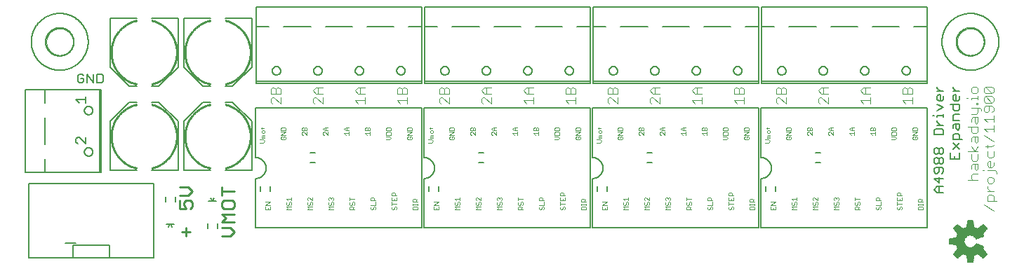
<source format=gto>
G75*
%MOIN*%
%OFA0B0*%
%FSLAX25Y25*%
%IPPOS*%
%LPD*%
%AMOC8*
5,1,8,0,0,1.08239X$1,22.5*
%
%ADD10C,0.00800*%
%ADD11C,0.00400*%
%ADD12C,0.01100*%
%ADD13C,0.00600*%
%ADD14C,0.00200*%
%ADD15C,0.00000*%
%ADD16C,0.00500*%
%ADD17C,0.00080*%
%ADD18C,0.00591*%
D10*
X0064936Y0014690D02*
X0064936Y0049730D01*
X0064936Y0050123D02*
X0124464Y0050123D01*
X0124464Y0014690D01*
X0103361Y0014690D01*
X0103361Y0020596D01*
X0086039Y0020596D01*
X0086039Y0014690D01*
X0064936Y0014690D01*
X0082200Y0021482D02*
X0087200Y0021482D01*
X0086039Y0014690D02*
X0103361Y0014690D01*
X0131340Y0029356D02*
X0132100Y0030516D01*
X0132200Y0030576D02*
X0133120Y0029356D01*
X0134011Y0030576D02*
X0132200Y0030576D01*
X0130389Y0030576D01*
X0150389Y0041738D02*
X0152200Y0041738D01*
X0151280Y0042958D01*
X0152200Y0041738D02*
X0154011Y0041738D01*
X0153060Y0042958D02*
X0152300Y0041798D01*
X0151157Y0056265D02*
X0138558Y0056265D01*
X0138558Y0079494D01*
X0147613Y0088549D01*
X0151157Y0088549D01*
X0158243Y0088549D02*
X0161787Y0088549D01*
X0170842Y0079494D01*
X0170842Y0056265D01*
X0158243Y0056265D01*
X0135842Y0056265D02*
X0123243Y0056265D01*
X0116157Y0056265D02*
X0103558Y0056265D01*
X0103558Y0079494D01*
X0112613Y0088549D01*
X0116157Y0088549D01*
X0123243Y0088549D02*
X0126787Y0088549D01*
X0135842Y0079494D01*
X0135842Y0056265D01*
X0126787Y0096265D02*
X0123243Y0096265D01*
X0126787Y0096265D02*
X0135842Y0105320D01*
X0135842Y0128549D01*
X0123243Y0128549D01*
X0116157Y0128549D02*
X0103558Y0128549D01*
X0103558Y0105320D01*
X0112613Y0096265D01*
X0116157Y0096265D01*
X0100204Y0098507D02*
X0099504Y0097807D01*
X0097402Y0097807D01*
X0097402Y0102010D01*
X0099504Y0102010D01*
X0100204Y0101310D01*
X0100204Y0098507D01*
X0095600Y0097807D02*
X0095600Y0102010D01*
X0092798Y0102010D02*
X0095600Y0097807D01*
X0092798Y0097807D02*
X0092798Y0102010D01*
X0090996Y0101310D02*
X0090296Y0102010D01*
X0088895Y0102010D01*
X0088194Y0101310D01*
X0088194Y0098507D01*
X0088895Y0097807D01*
X0090296Y0097807D01*
X0090996Y0098507D01*
X0090996Y0099909D01*
X0089595Y0099909D01*
X0138558Y0105320D02*
X0138558Y0128549D01*
X0151157Y0128549D01*
X0158243Y0128549D02*
X0170842Y0128549D01*
X0170842Y0105320D01*
X0161787Y0096265D01*
X0158243Y0096265D01*
X0151157Y0096265D02*
X0147613Y0096265D01*
X0138558Y0105320D01*
X0073007Y0117407D02*
X0073009Y0117571D01*
X0073015Y0117735D01*
X0073025Y0117899D01*
X0073039Y0118063D01*
X0073057Y0118226D01*
X0073079Y0118389D01*
X0073106Y0118551D01*
X0073136Y0118713D01*
X0073170Y0118873D01*
X0073208Y0119033D01*
X0073249Y0119192D01*
X0073295Y0119350D01*
X0073345Y0119506D01*
X0073398Y0119662D01*
X0073455Y0119816D01*
X0073516Y0119968D01*
X0073581Y0120119D01*
X0073650Y0120269D01*
X0073722Y0120416D01*
X0073797Y0120562D01*
X0073877Y0120706D01*
X0073959Y0120848D01*
X0074045Y0120988D01*
X0074135Y0121125D01*
X0074228Y0121261D01*
X0074324Y0121394D01*
X0074424Y0121525D01*
X0074526Y0121653D01*
X0074632Y0121779D01*
X0074741Y0121902D01*
X0074853Y0122022D01*
X0074967Y0122140D01*
X0075085Y0122254D01*
X0075205Y0122366D01*
X0075328Y0122475D01*
X0075454Y0122581D01*
X0075582Y0122683D01*
X0075713Y0122783D01*
X0075846Y0122879D01*
X0075982Y0122972D01*
X0076119Y0123062D01*
X0076259Y0123148D01*
X0076401Y0123230D01*
X0076545Y0123310D01*
X0076691Y0123385D01*
X0076838Y0123457D01*
X0076988Y0123526D01*
X0077139Y0123591D01*
X0077291Y0123652D01*
X0077445Y0123709D01*
X0077601Y0123762D01*
X0077757Y0123812D01*
X0077915Y0123858D01*
X0078074Y0123899D01*
X0078234Y0123937D01*
X0078394Y0123971D01*
X0078556Y0124001D01*
X0078718Y0124028D01*
X0078881Y0124050D01*
X0079044Y0124068D01*
X0079208Y0124082D01*
X0079372Y0124092D01*
X0079536Y0124098D01*
X0079700Y0124100D01*
X0079864Y0124098D01*
X0080028Y0124092D01*
X0080192Y0124082D01*
X0080356Y0124068D01*
X0080519Y0124050D01*
X0080682Y0124028D01*
X0080844Y0124001D01*
X0081006Y0123971D01*
X0081166Y0123937D01*
X0081326Y0123899D01*
X0081485Y0123858D01*
X0081643Y0123812D01*
X0081799Y0123762D01*
X0081955Y0123709D01*
X0082109Y0123652D01*
X0082261Y0123591D01*
X0082412Y0123526D01*
X0082562Y0123457D01*
X0082709Y0123385D01*
X0082855Y0123310D01*
X0082999Y0123230D01*
X0083141Y0123148D01*
X0083281Y0123062D01*
X0083418Y0122972D01*
X0083554Y0122879D01*
X0083687Y0122783D01*
X0083818Y0122683D01*
X0083946Y0122581D01*
X0084072Y0122475D01*
X0084195Y0122366D01*
X0084315Y0122254D01*
X0084433Y0122140D01*
X0084547Y0122022D01*
X0084659Y0121902D01*
X0084768Y0121779D01*
X0084874Y0121653D01*
X0084976Y0121525D01*
X0085076Y0121394D01*
X0085172Y0121261D01*
X0085265Y0121125D01*
X0085355Y0120988D01*
X0085441Y0120848D01*
X0085523Y0120706D01*
X0085603Y0120562D01*
X0085678Y0120416D01*
X0085750Y0120269D01*
X0085819Y0120119D01*
X0085884Y0119968D01*
X0085945Y0119816D01*
X0086002Y0119662D01*
X0086055Y0119506D01*
X0086105Y0119350D01*
X0086151Y0119192D01*
X0086192Y0119033D01*
X0086230Y0118873D01*
X0086264Y0118713D01*
X0086294Y0118551D01*
X0086321Y0118389D01*
X0086343Y0118226D01*
X0086361Y0118063D01*
X0086375Y0117899D01*
X0086385Y0117735D01*
X0086391Y0117571D01*
X0086393Y0117407D01*
X0086391Y0117243D01*
X0086385Y0117079D01*
X0086375Y0116915D01*
X0086361Y0116751D01*
X0086343Y0116588D01*
X0086321Y0116425D01*
X0086294Y0116263D01*
X0086264Y0116101D01*
X0086230Y0115941D01*
X0086192Y0115781D01*
X0086151Y0115622D01*
X0086105Y0115464D01*
X0086055Y0115308D01*
X0086002Y0115152D01*
X0085945Y0114998D01*
X0085884Y0114846D01*
X0085819Y0114695D01*
X0085750Y0114545D01*
X0085678Y0114398D01*
X0085603Y0114252D01*
X0085523Y0114108D01*
X0085441Y0113966D01*
X0085355Y0113826D01*
X0085265Y0113689D01*
X0085172Y0113553D01*
X0085076Y0113420D01*
X0084976Y0113289D01*
X0084874Y0113161D01*
X0084768Y0113035D01*
X0084659Y0112912D01*
X0084547Y0112792D01*
X0084433Y0112674D01*
X0084315Y0112560D01*
X0084195Y0112448D01*
X0084072Y0112339D01*
X0083946Y0112233D01*
X0083818Y0112131D01*
X0083687Y0112031D01*
X0083554Y0111935D01*
X0083418Y0111842D01*
X0083281Y0111752D01*
X0083141Y0111666D01*
X0082999Y0111584D01*
X0082855Y0111504D01*
X0082709Y0111429D01*
X0082562Y0111357D01*
X0082412Y0111288D01*
X0082261Y0111223D01*
X0082109Y0111162D01*
X0081955Y0111105D01*
X0081799Y0111052D01*
X0081643Y0111002D01*
X0081485Y0110956D01*
X0081326Y0110915D01*
X0081166Y0110877D01*
X0081006Y0110843D01*
X0080844Y0110813D01*
X0080682Y0110786D01*
X0080519Y0110764D01*
X0080356Y0110746D01*
X0080192Y0110732D01*
X0080028Y0110722D01*
X0079864Y0110716D01*
X0079700Y0110714D01*
X0079536Y0110716D01*
X0079372Y0110722D01*
X0079208Y0110732D01*
X0079044Y0110746D01*
X0078881Y0110764D01*
X0078718Y0110786D01*
X0078556Y0110813D01*
X0078394Y0110843D01*
X0078234Y0110877D01*
X0078074Y0110915D01*
X0077915Y0110956D01*
X0077757Y0111002D01*
X0077601Y0111052D01*
X0077445Y0111105D01*
X0077291Y0111162D01*
X0077139Y0111223D01*
X0076988Y0111288D01*
X0076838Y0111357D01*
X0076691Y0111429D01*
X0076545Y0111504D01*
X0076401Y0111584D01*
X0076259Y0111666D01*
X0076119Y0111752D01*
X0075982Y0111842D01*
X0075846Y0111935D01*
X0075713Y0112031D01*
X0075582Y0112131D01*
X0075454Y0112233D01*
X0075328Y0112339D01*
X0075205Y0112448D01*
X0075085Y0112560D01*
X0074967Y0112674D01*
X0074853Y0112792D01*
X0074741Y0112912D01*
X0074632Y0113035D01*
X0074526Y0113161D01*
X0074424Y0113289D01*
X0074324Y0113420D01*
X0074228Y0113553D01*
X0074135Y0113689D01*
X0074045Y0113826D01*
X0073959Y0113966D01*
X0073877Y0114108D01*
X0073797Y0114252D01*
X0073722Y0114398D01*
X0073650Y0114545D01*
X0073581Y0114695D01*
X0073516Y0114846D01*
X0073455Y0114998D01*
X0073398Y0115152D01*
X0073345Y0115308D01*
X0073295Y0115464D01*
X0073249Y0115622D01*
X0073208Y0115781D01*
X0073170Y0115941D01*
X0073136Y0116101D01*
X0073106Y0116263D01*
X0073079Y0116425D01*
X0073057Y0116588D01*
X0073039Y0116751D01*
X0073025Y0116915D01*
X0073015Y0117079D01*
X0073009Y0117243D01*
X0073007Y0117407D01*
X0505507Y0117407D02*
X0505509Y0117571D01*
X0505515Y0117735D01*
X0505525Y0117899D01*
X0505539Y0118063D01*
X0505557Y0118226D01*
X0505579Y0118389D01*
X0505606Y0118551D01*
X0505636Y0118713D01*
X0505670Y0118873D01*
X0505708Y0119033D01*
X0505749Y0119192D01*
X0505795Y0119350D01*
X0505845Y0119506D01*
X0505898Y0119662D01*
X0505955Y0119816D01*
X0506016Y0119968D01*
X0506081Y0120119D01*
X0506150Y0120269D01*
X0506222Y0120416D01*
X0506297Y0120562D01*
X0506377Y0120706D01*
X0506459Y0120848D01*
X0506545Y0120988D01*
X0506635Y0121125D01*
X0506728Y0121261D01*
X0506824Y0121394D01*
X0506924Y0121525D01*
X0507026Y0121653D01*
X0507132Y0121779D01*
X0507241Y0121902D01*
X0507353Y0122022D01*
X0507467Y0122140D01*
X0507585Y0122254D01*
X0507705Y0122366D01*
X0507828Y0122475D01*
X0507954Y0122581D01*
X0508082Y0122683D01*
X0508213Y0122783D01*
X0508346Y0122879D01*
X0508482Y0122972D01*
X0508619Y0123062D01*
X0508759Y0123148D01*
X0508901Y0123230D01*
X0509045Y0123310D01*
X0509191Y0123385D01*
X0509338Y0123457D01*
X0509488Y0123526D01*
X0509639Y0123591D01*
X0509791Y0123652D01*
X0509945Y0123709D01*
X0510101Y0123762D01*
X0510257Y0123812D01*
X0510415Y0123858D01*
X0510574Y0123899D01*
X0510734Y0123937D01*
X0510894Y0123971D01*
X0511056Y0124001D01*
X0511218Y0124028D01*
X0511381Y0124050D01*
X0511544Y0124068D01*
X0511708Y0124082D01*
X0511872Y0124092D01*
X0512036Y0124098D01*
X0512200Y0124100D01*
X0512364Y0124098D01*
X0512528Y0124092D01*
X0512692Y0124082D01*
X0512856Y0124068D01*
X0513019Y0124050D01*
X0513182Y0124028D01*
X0513344Y0124001D01*
X0513506Y0123971D01*
X0513666Y0123937D01*
X0513826Y0123899D01*
X0513985Y0123858D01*
X0514143Y0123812D01*
X0514299Y0123762D01*
X0514455Y0123709D01*
X0514609Y0123652D01*
X0514761Y0123591D01*
X0514912Y0123526D01*
X0515062Y0123457D01*
X0515209Y0123385D01*
X0515355Y0123310D01*
X0515499Y0123230D01*
X0515641Y0123148D01*
X0515781Y0123062D01*
X0515918Y0122972D01*
X0516054Y0122879D01*
X0516187Y0122783D01*
X0516318Y0122683D01*
X0516446Y0122581D01*
X0516572Y0122475D01*
X0516695Y0122366D01*
X0516815Y0122254D01*
X0516933Y0122140D01*
X0517047Y0122022D01*
X0517159Y0121902D01*
X0517268Y0121779D01*
X0517374Y0121653D01*
X0517476Y0121525D01*
X0517576Y0121394D01*
X0517672Y0121261D01*
X0517765Y0121125D01*
X0517855Y0120988D01*
X0517941Y0120848D01*
X0518023Y0120706D01*
X0518103Y0120562D01*
X0518178Y0120416D01*
X0518250Y0120269D01*
X0518319Y0120119D01*
X0518384Y0119968D01*
X0518445Y0119816D01*
X0518502Y0119662D01*
X0518555Y0119506D01*
X0518605Y0119350D01*
X0518651Y0119192D01*
X0518692Y0119033D01*
X0518730Y0118873D01*
X0518764Y0118713D01*
X0518794Y0118551D01*
X0518821Y0118389D01*
X0518843Y0118226D01*
X0518861Y0118063D01*
X0518875Y0117899D01*
X0518885Y0117735D01*
X0518891Y0117571D01*
X0518893Y0117407D01*
X0518891Y0117243D01*
X0518885Y0117079D01*
X0518875Y0116915D01*
X0518861Y0116751D01*
X0518843Y0116588D01*
X0518821Y0116425D01*
X0518794Y0116263D01*
X0518764Y0116101D01*
X0518730Y0115941D01*
X0518692Y0115781D01*
X0518651Y0115622D01*
X0518605Y0115464D01*
X0518555Y0115308D01*
X0518502Y0115152D01*
X0518445Y0114998D01*
X0518384Y0114846D01*
X0518319Y0114695D01*
X0518250Y0114545D01*
X0518178Y0114398D01*
X0518103Y0114252D01*
X0518023Y0114108D01*
X0517941Y0113966D01*
X0517855Y0113826D01*
X0517765Y0113689D01*
X0517672Y0113553D01*
X0517576Y0113420D01*
X0517476Y0113289D01*
X0517374Y0113161D01*
X0517268Y0113035D01*
X0517159Y0112912D01*
X0517047Y0112792D01*
X0516933Y0112674D01*
X0516815Y0112560D01*
X0516695Y0112448D01*
X0516572Y0112339D01*
X0516446Y0112233D01*
X0516318Y0112131D01*
X0516187Y0112031D01*
X0516054Y0111935D01*
X0515918Y0111842D01*
X0515781Y0111752D01*
X0515641Y0111666D01*
X0515499Y0111584D01*
X0515355Y0111504D01*
X0515209Y0111429D01*
X0515062Y0111357D01*
X0514912Y0111288D01*
X0514761Y0111223D01*
X0514609Y0111162D01*
X0514455Y0111105D01*
X0514299Y0111052D01*
X0514143Y0111002D01*
X0513985Y0110956D01*
X0513826Y0110915D01*
X0513666Y0110877D01*
X0513506Y0110843D01*
X0513344Y0110813D01*
X0513182Y0110786D01*
X0513019Y0110764D01*
X0512856Y0110746D01*
X0512692Y0110732D01*
X0512528Y0110722D01*
X0512364Y0110716D01*
X0512200Y0110714D01*
X0512036Y0110716D01*
X0511872Y0110722D01*
X0511708Y0110732D01*
X0511544Y0110746D01*
X0511381Y0110764D01*
X0511218Y0110786D01*
X0511056Y0110813D01*
X0510894Y0110843D01*
X0510734Y0110877D01*
X0510574Y0110915D01*
X0510415Y0110956D01*
X0510257Y0111002D01*
X0510101Y0111052D01*
X0509945Y0111105D01*
X0509791Y0111162D01*
X0509639Y0111223D01*
X0509488Y0111288D01*
X0509338Y0111357D01*
X0509191Y0111429D01*
X0509045Y0111504D01*
X0508901Y0111584D01*
X0508759Y0111666D01*
X0508619Y0111752D01*
X0508482Y0111842D01*
X0508346Y0111935D01*
X0508213Y0112031D01*
X0508082Y0112131D01*
X0507954Y0112233D01*
X0507828Y0112339D01*
X0507705Y0112448D01*
X0507585Y0112560D01*
X0507467Y0112674D01*
X0507353Y0112792D01*
X0507241Y0112912D01*
X0507132Y0113035D01*
X0507026Y0113161D01*
X0506924Y0113289D01*
X0506824Y0113420D01*
X0506728Y0113553D01*
X0506635Y0113689D01*
X0506545Y0113826D01*
X0506459Y0113966D01*
X0506377Y0114108D01*
X0506297Y0114252D01*
X0506222Y0114398D01*
X0506150Y0114545D01*
X0506081Y0114695D01*
X0506016Y0114846D01*
X0505955Y0114998D01*
X0505898Y0115152D01*
X0505845Y0115308D01*
X0505795Y0115464D01*
X0505749Y0115622D01*
X0505708Y0115781D01*
X0505670Y0115941D01*
X0505636Y0116101D01*
X0505606Y0116263D01*
X0505579Y0116425D01*
X0505557Y0116588D01*
X0505539Y0116751D01*
X0505525Y0116915D01*
X0505515Y0117079D01*
X0505509Y0117243D01*
X0505507Y0117407D01*
D11*
X0513448Y0096072D02*
X0512681Y0095305D01*
X0512681Y0093770D01*
X0513448Y0093003D01*
X0514983Y0093003D01*
X0515750Y0093770D01*
X0515750Y0095305D01*
X0514983Y0096072D01*
X0513448Y0096072D01*
X0518646Y0095305D02*
X0519413Y0096072D01*
X0522483Y0093003D01*
X0523250Y0093770D01*
X0523250Y0095305D01*
X0522483Y0096072D01*
X0519413Y0096072D01*
X0518646Y0095305D02*
X0518646Y0093770D01*
X0519413Y0093003D01*
X0522483Y0093003D01*
X0522483Y0091468D02*
X0519413Y0091468D01*
X0522483Y0088399D01*
X0523250Y0089166D01*
X0523250Y0090701D01*
X0522483Y0091468D01*
X0519413Y0091468D02*
X0518646Y0090701D01*
X0518646Y0089166D01*
X0519413Y0088399D01*
X0522483Y0088399D01*
X0522483Y0086864D02*
X0519413Y0086864D01*
X0518646Y0086097D01*
X0518646Y0084562D01*
X0519413Y0083795D01*
X0520181Y0083795D01*
X0520948Y0084562D01*
X0520948Y0086864D01*
X0522483Y0086864D02*
X0523250Y0086097D01*
X0523250Y0084562D01*
X0522483Y0083795D01*
X0523250Y0082260D02*
X0523250Y0079191D01*
X0523250Y0077656D02*
X0523250Y0074587D01*
X0523250Y0076122D02*
X0518646Y0076122D01*
X0520181Y0074587D01*
X0518646Y0073052D02*
X0523250Y0069983D01*
X0523250Y0068449D02*
X0522483Y0067681D01*
X0519413Y0067681D01*
X0520181Y0066914D02*
X0520181Y0068449D01*
X0515750Y0067681D02*
X0514215Y0065379D01*
X0512681Y0067681D01*
X0511146Y0065379D02*
X0515750Y0065379D01*
X0515750Y0063845D02*
X0515750Y0061543D01*
X0514983Y0060775D01*
X0513448Y0060775D01*
X0512681Y0061543D01*
X0512681Y0063845D01*
X0520181Y0063077D02*
X0520948Y0062310D01*
X0522483Y0062310D01*
X0523250Y0063077D01*
X0523250Y0065379D01*
X0520181Y0065379D02*
X0520181Y0063077D01*
X0520948Y0060775D02*
X0521715Y0060775D01*
X0521715Y0057706D01*
X0520948Y0057706D02*
X0522483Y0057706D01*
X0523250Y0058473D01*
X0523250Y0060008D01*
X0520948Y0060775D02*
X0520181Y0060008D01*
X0520181Y0058473D01*
X0520948Y0057706D01*
X0520181Y0056171D02*
X0524017Y0056171D01*
X0524785Y0055404D01*
X0524785Y0054637D01*
X0523250Y0052335D02*
X0522483Y0053102D01*
X0520948Y0053102D01*
X0520181Y0052335D01*
X0520181Y0050800D01*
X0520948Y0050033D01*
X0522483Y0050033D01*
X0523250Y0050800D01*
X0523250Y0052335D01*
X0518646Y0056171D02*
X0517879Y0056171D01*
X0515750Y0056939D02*
X0514983Y0056171D01*
X0514215Y0056939D01*
X0514215Y0059241D01*
X0513448Y0059241D02*
X0515750Y0059241D01*
X0515750Y0056939D01*
X0512681Y0056939D02*
X0512681Y0058473D01*
X0513448Y0059241D01*
X0513448Y0054637D02*
X0515750Y0054637D01*
X0513448Y0054637D02*
X0512681Y0053870D01*
X0512681Y0052335D01*
X0513448Y0051568D01*
X0511146Y0051568D02*
X0515750Y0051568D01*
X0520181Y0048498D02*
X0520181Y0047731D01*
X0521715Y0046196D01*
X0520181Y0046196D02*
X0523250Y0046196D01*
X0522483Y0044662D02*
X0520948Y0044662D01*
X0520181Y0043894D01*
X0520181Y0041592D01*
X0524785Y0041592D01*
X0523250Y0041592D02*
X0523250Y0043894D01*
X0522483Y0044662D01*
X0518646Y0040058D02*
X0523250Y0036988D01*
X0514983Y0069216D02*
X0514215Y0069983D01*
X0514215Y0072285D01*
X0513448Y0072285D02*
X0515750Y0072285D01*
X0515750Y0069983D01*
X0514983Y0069216D01*
X0512681Y0069983D02*
X0512681Y0071518D01*
X0513448Y0072285D01*
X0513448Y0073820D02*
X0512681Y0074587D01*
X0512681Y0076889D01*
X0511146Y0076889D02*
X0515750Y0076889D01*
X0515750Y0074587D01*
X0514983Y0073820D01*
X0513448Y0073820D01*
X0514983Y0078424D02*
X0514215Y0079191D01*
X0514215Y0081493D01*
X0513448Y0081493D02*
X0515750Y0081493D01*
X0515750Y0079191D01*
X0514983Y0078424D01*
X0512681Y0079191D02*
X0512681Y0080726D01*
X0513448Y0081493D01*
X0512681Y0083028D02*
X0514983Y0083028D01*
X0515750Y0083795D01*
X0515750Y0086097D01*
X0516517Y0086097D02*
X0512681Y0086097D01*
X0514983Y0087632D02*
X0514983Y0088399D01*
X0515750Y0088399D01*
X0515750Y0087632D01*
X0514983Y0087632D01*
X0516517Y0086097D02*
X0517285Y0085330D01*
X0517285Y0084562D01*
X0518646Y0080726D02*
X0523250Y0080726D01*
X0520181Y0079191D02*
X0518646Y0080726D01*
X0484500Y0088003D02*
X0484500Y0091072D01*
X0484500Y0089538D02*
X0479896Y0089538D01*
X0481431Y0088003D01*
X0482198Y0092607D02*
X0482198Y0094909D01*
X0482965Y0095676D01*
X0483733Y0095676D01*
X0484500Y0094909D01*
X0484500Y0092607D01*
X0479896Y0092607D01*
X0479896Y0094909D01*
X0480663Y0095676D01*
X0481431Y0095676D01*
X0482198Y0094909D01*
X0464500Y0095676D02*
X0461431Y0095676D01*
X0459896Y0094142D01*
X0461431Y0092607D01*
X0464500Y0092607D01*
X0464500Y0091072D02*
X0464500Y0088003D01*
X0464500Y0089538D02*
X0459896Y0089538D01*
X0461431Y0088003D01*
X0462198Y0092607D02*
X0462198Y0095676D01*
X0444500Y0095676D02*
X0441431Y0095676D01*
X0439896Y0094142D01*
X0441431Y0092607D01*
X0444500Y0092607D01*
X0444500Y0091072D02*
X0444500Y0088003D01*
X0441431Y0091072D01*
X0440663Y0091072D01*
X0439896Y0090305D01*
X0439896Y0088770D01*
X0440663Y0088003D01*
X0442198Y0092607D02*
X0442198Y0095676D01*
X0424500Y0094909D02*
X0424500Y0092607D01*
X0419896Y0092607D01*
X0419896Y0094909D01*
X0420663Y0095676D01*
X0421431Y0095676D01*
X0422198Y0094909D01*
X0422198Y0092607D01*
X0421431Y0091072D02*
X0420663Y0091072D01*
X0419896Y0090305D01*
X0419896Y0088770D01*
X0420663Y0088003D01*
X0421431Y0091072D02*
X0424500Y0088003D01*
X0424500Y0091072D01*
X0424500Y0094909D02*
X0423733Y0095676D01*
X0422965Y0095676D01*
X0422198Y0094909D01*
X0404500Y0094909D02*
X0404500Y0092607D01*
X0399896Y0092607D01*
X0399896Y0094909D01*
X0400663Y0095676D01*
X0401431Y0095676D01*
X0402198Y0094909D01*
X0402198Y0092607D01*
X0404500Y0091072D02*
X0404500Y0088003D01*
X0404500Y0089538D02*
X0399896Y0089538D01*
X0401431Y0088003D01*
X0384500Y0088003D02*
X0384500Y0091072D01*
X0384500Y0089538D02*
X0379896Y0089538D01*
X0381431Y0088003D01*
X0381431Y0092607D02*
X0379896Y0094142D01*
X0381431Y0095676D01*
X0384500Y0095676D01*
X0382198Y0095676D02*
X0382198Y0092607D01*
X0381431Y0092607D02*
X0384500Y0092607D01*
X0402198Y0094909D02*
X0402965Y0095676D01*
X0403733Y0095676D01*
X0404500Y0094909D01*
X0364500Y0095676D02*
X0361431Y0095676D01*
X0359896Y0094142D01*
X0361431Y0092607D01*
X0364500Y0092607D01*
X0364500Y0091072D02*
X0364500Y0088003D01*
X0361431Y0091072D01*
X0360663Y0091072D01*
X0359896Y0090305D01*
X0359896Y0088770D01*
X0360663Y0088003D01*
X0362198Y0092607D02*
X0362198Y0095676D01*
X0344500Y0094909D02*
X0344500Y0092607D01*
X0339896Y0092607D01*
X0339896Y0094909D01*
X0340663Y0095676D01*
X0341431Y0095676D01*
X0342198Y0094909D01*
X0342198Y0092607D01*
X0341431Y0091072D02*
X0340663Y0091072D01*
X0339896Y0090305D01*
X0339896Y0088770D01*
X0340663Y0088003D01*
X0341431Y0091072D02*
X0344500Y0088003D01*
X0344500Y0091072D01*
X0344500Y0094909D02*
X0343733Y0095676D01*
X0342965Y0095676D01*
X0342198Y0094909D01*
X0324500Y0094909D02*
X0324500Y0092607D01*
X0319896Y0092607D01*
X0319896Y0094909D01*
X0320663Y0095676D01*
X0321431Y0095676D01*
X0322198Y0094909D01*
X0322198Y0092607D01*
X0324500Y0091072D02*
X0324500Y0088003D01*
X0324500Y0089538D02*
X0319896Y0089538D01*
X0321431Y0088003D01*
X0304500Y0088003D02*
X0304500Y0091072D01*
X0304500Y0089538D02*
X0299896Y0089538D01*
X0301431Y0088003D01*
X0301431Y0092607D02*
X0299896Y0094142D01*
X0301431Y0095676D01*
X0304500Y0095676D01*
X0302198Y0095676D02*
X0302198Y0092607D01*
X0301431Y0092607D02*
X0304500Y0092607D01*
X0322198Y0094909D02*
X0322965Y0095676D01*
X0323733Y0095676D01*
X0324500Y0094909D01*
X0284500Y0095676D02*
X0281431Y0095676D01*
X0279896Y0094142D01*
X0281431Y0092607D01*
X0284500Y0092607D01*
X0284500Y0091072D02*
X0284500Y0088003D01*
X0281431Y0091072D01*
X0280663Y0091072D01*
X0279896Y0090305D01*
X0279896Y0088770D01*
X0280663Y0088003D01*
X0282198Y0092607D02*
X0282198Y0095676D01*
X0264500Y0094909D02*
X0264500Y0092607D01*
X0259896Y0092607D01*
X0259896Y0094909D01*
X0260663Y0095676D01*
X0261431Y0095676D01*
X0262198Y0094909D01*
X0262198Y0092607D01*
X0261431Y0091072D02*
X0260663Y0091072D01*
X0259896Y0090305D01*
X0259896Y0088770D01*
X0260663Y0088003D01*
X0261431Y0091072D02*
X0264500Y0088003D01*
X0264500Y0091072D01*
X0264500Y0094909D02*
X0263733Y0095676D01*
X0262965Y0095676D01*
X0262198Y0094909D01*
X0244500Y0094909D02*
X0244500Y0092607D01*
X0239896Y0092607D01*
X0239896Y0094909D01*
X0240663Y0095676D01*
X0241431Y0095676D01*
X0242198Y0094909D01*
X0242198Y0092607D01*
X0244500Y0091072D02*
X0244500Y0088003D01*
X0244500Y0089538D02*
X0239896Y0089538D01*
X0241431Y0088003D01*
X0224500Y0088003D02*
X0224500Y0091072D01*
X0224500Y0089538D02*
X0219896Y0089538D01*
X0221431Y0088003D01*
X0221431Y0092607D02*
X0219896Y0094142D01*
X0221431Y0095676D01*
X0224500Y0095676D01*
X0222198Y0095676D02*
X0222198Y0092607D01*
X0221431Y0092607D02*
X0224500Y0092607D01*
X0242198Y0094909D02*
X0242965Y0095676D01*
X0243733Y0095676D01*
X0244500Y0094909D01*
X0204500Y0095676D02*
X0201431Y0095676D01*
X0199896Y0094142D01*
X0201431Y0092607D01*
X0204500Y0092607D01*
X0204500Y0091072D02*
X0204500Y0088003D01*
X0201431Y0091072D01*
X0200663Y0091072D01*
X0199896Y0090305D01*
X0199896Y0088770D01*
X0200663Y0088003D01*
X0202198Y0092607D02*
X0202198Y0095676D01*
X0184500Y0094909D02*
X0184500Y0092607D01*
X0179896Y0092607D01*
X0179896Y0094909D01*
X0180663Y0095676D01*
X0181431Y0095676D01*
X0182198Y0094909D01*
X0182198Y0092607D01*
X0181431Y0091072D02*
X0180663Y0091072D01*
X0179896Y0090305D01*
X0179896Y0088770D01*
X0180663Y0088003D01*
X0181431Y0091072D02*
X0184500Y0088003D01*
X0184500Y0091072D01*
X0184500Y0094909D02*
X0183733Y0095676D01*
X0182965Y0095676D01*
X0182198Y0094909D01*
X0510379Y0090701D02*
X0511146Y0090701D01*
X0512681Y0090701D02*
X0515750Y0090701D01*
X0515750Y0089934D02*
X0515750Y0091468D01*
X0512681Y0090701D02*
X0512681Y0089934D01*
D12*
X0162650Y0046371D02*
X0156745Y0046371D01*
X0156745Y0048339D02*
X0156745Y0044402D01*
X0157729Y0041894D02*
X0156745Y0040909D01*
X0156745Y0038941D01*
X0157729Y0037957D01*
X0161666Y0037957D01*
X0162650Y0038941D01*
X0162650Y0040909D01*
X0161666Y0041894D01*
X0157729Y0041894D01*
X0142650Y0040909D02*
X0142650Y0038941D01*
X0141666Y0037957D01*
X0139697Y0037957D02*
X0138713Y0039925D01*
X0138713Y0040909D01*
X0139697Y0041894D01*
X0141666Y0041894D01*
X0142650Y0040909D01*
X0136745Y0041894D02*
X0136745Y0037957D01*
X0139697Y0037957D01*
X0156745Y0035448D02*
X0158713Y0033480D01*
X0156745Y0031511D01*
X0162650Y0031511D01*
X0160682Y0029003D02*
X0156745Y0029003D01*
X0160682Y0029003D02*
X0162650Y0027034D01*
X0160682Y0025066D01*
X0156745Y0025066D01*
X0141666Y0027034D02*
X0137729Y0027034D01*
X0139697Y0025066D02*
X0139697Y0029003D01*
X0156745Y0035448D02*
X0162650Y0035448D01*
X0142650Y0046371D02*
X0140682Y0044402D01*
X0136745Y0044402D01*
X0140682Y0048339D02*
X0142650Y0046371D01*
X0140682Y0048339D02*
X0136745Y0048339D01*
D13*
X0134562Y0043588D02*
X0134562Y0041226D01*
X0129838Y0041226D02*
X0129838Y0043588D01*
X0099401Y0055249D02*
X0099401Y0094549D01*
X0098602Y0094549D01*
X0098602Y0055249D01*
X0072602Y0055249D01*
X0063200Y0055249D01*
X0063200Y0094549D01*
X0072602Y0094549D01*
X0098602Y0094549D01*
X0072602Y0094549D02*
X0072602Y0088249D01*
X0072602Y0081249D02*
X0072602Y0068549D01*
X0091400Y0065049D02*
X0091402Y0065138D01*
X0091408Y0065227D01*
X0091418Y0065316D01*
X0091432Y0065404D01*
X0091449Y0065491D01*
X0091471Y0065577D01*
X0091497Y0065663D01*
X0091526Y0065747D01*
X0091559Y0065830D01*
X0091595Y0065911D01*
X0091636Y0065991D01*
X0091679Y0066068D01*
X0091726Y0066144D01*
X0091777Y0066217D01*
X0091830Y0066288D01*
X0091887Y0066357D01*
X0091947Y0066423D01*
X0092010Y0066487D01*
X0092075Y0066547D01*
X0092143Y0066605D01*
X0092214Y0066659D01*
X0092287Y0066710D01*
X0092362Y0066758D01*
X0092439Y0066803D01*
X0092518Y0066844D01*
X0092599Y0066881D01*
X0092681Y0066915D01*
X0092765Y0066946D01*
X0092850Y0066972D01*
X0092936Y0066995D01*
X0093023Y0067013D01*
X0093111Y0067028D01*
X0093200Y0067039D01*
X0093289Y0067046D01*
X0093378Y0067049D01*
X0093467Y0067048D01*
X0093556Y0067043D01*
X0093644Y0067034D01*
X0093733Y0067021D01*
X0093820Y0067004D01*
X0093907Y0066984D01*
X0093993Y0066959D01*
X0094077Y0066931D01*
X0094160Y0066899D01*
X0094242Y0066863D01*
X0094322Y0066824D01*
X0094400Y0066781D01*
X0094476Y0066735D01*
X0094550Y0066685D01*
X0094622Y0066632D01*
X0094691Y0066576D01*
X0094758Y0066517D01*
X0094822Y0066455D01*
X0094883Y0066391D01*
X0094942Y0066323D01*
X0094997Y0066253D01*
X0095049Y0066181D01*
X0095098Y0066106D01*
X0095143Y0066030D01*
X0095185Y0065951D01*
X0095223Y0065871D01*
X0095258Y0065789D01*
X0095289Y0065705D01*
X0095317Y0065620D01*
X0095340Y0065534D01*
X0095360Y0065447D01*
X0095376Y0065360D01*
X0095388Y0065271D01*
X0095396Y0065183D01*
X0095400Y0065094D01*
X0095400Y0065004D01*
X0095396Y0064915D01*
X0095388Y0064827D01*
X0095376Y0064738D01*
X0095360Y0064651D01*
X0095340Y0064564D01*
X0095317Y0064478D01*
X0095289Y0064393D01*
X0095258Y0064309D01*
X0095223Y0064227D01*
X0095185Y0064147D01*
X0095143Y0064068D01*
X0095098Y0063992D01*
X0095049Y0063917D01*
X0094997Y0063845D01*
X0094942Y0063775D01*
X0094883Y0063707D01*
X0094822Y0063643D01*
X0094758Y0063581D01*
X0094691Y0063522D01*
X0094622Y0063466D01*
X0094550Y0063413D01*
X0094476Y0063363D01*
X0094400Y0063317D01*
X0094322Y0063274D01*
X0094242Y0063235D01*
X0094160Y0063199D01*
X0094077Y0063167D01*
X0093993Y0063139D01*
X0093907Y0063114D01*
X0093820Y0063094D01*
X0093733Y0063077D01*
X0093644Y0063064D01*
X0093556Y0063055D01*
X0093467Y0063050D01*
X0093378Y0063049D01*
X0093289Y0063052D01*
X0093200Y0063059D01*
X0093111Y0063070D01*
X0093023Y0063085D01*
X0092936Y0063103D01*
X0092850Y0063126D01*
X0092765Y0063152D01*
X0092681Y0063183D01*
X0092599Y0063217D01*
X0092518Y0063254D01*
X0092439Y0063295D01*
X0092362Y0063340D01*
X0092287Y0063388D01*
X0092214Y0063439D01*
X0092143Y0063493D01*
X0092075Y0063551D01*
X0092010Y0063611D01*
X0091947Y0063675D01*
X0091887Y0063741D01*
X0091830Y0063810D01*
X0091777Y0063881D01*
X0091726Y0063954D01*
X0091679Y0064030D01*
X0091636Y0064107D01*
X0091595Y0064187D01*
X0091559Y0064268D01*
X0091526Y0064351D01*
X0091497Y0064435D01*
X0091471Y0064521D01*
X0091449Y0064607D01*
X0091432Y0064694D01*
X0091418Y0064782D01*
X0091408Y0064871D01*
X0091402Y0064960D01*
X0091400Y0065049D01*
X0072602Y0061549D02*
X0072602Y0055249D01*
X0098602Y0055249D02*
X0099401Y0055249D01*
X0172700Y0052407D02*
X0172840Y0052409D01*
X0172980Y0052415D01*
X0173120Y0052425D01*
X0173260Y0052438D01*
X0173399Y0052456D01*
X0173538Y0052478D01*
X0173675Y0052503D01*
X0173813Y0052532D01*
X0173949Y0052565D01*
X0174084Y0052602D01*
X0174218Y0052643D01*
X0174351Y0052688D01*
X0174483Y0052736D01*
X0174613Y0052788D01*
X0174742Y0052843D01*
X0174869Y0052902D01*
X0174995Y0052965D01*
X0175119Y0053031D01*
X0175240Y0053100D01*
X0175360Y0053173D01*
X0175478Y0053250D01*
X0175593Y0053329D01*
X0175707Y0053412D01*
X0175817Y0053498D01*
X0175926Y0053587D01*
X0176032Y0053679D01*
X0176135Y0053774D01*
X0176236Y0053871D01*
X0176333Y0053972D01*
X0176428Y0054075D01*
X0176520Y0054181D01*
X0176609Y0054290D01*
X0176695Y0054400D01*
X0176778Y0054514D01*
X0176857Y0054629D01*
X0176934Y0054747D01*
X0177007Y0054867D01*
X0177076Y0054988D01*
X0177142Y0055112D01*
X0177205Y0055238D01*
X0177264Y0055365D01*
X0177319Y0055494D01*
X0177371Y0055624D01*
X0177419Y0055756D01*
X0177464Y0055889D01*
X0177505Y0056023D01*
X0177542Y0056158D01*
X0177575Y0056294D01*
X0177604Y0056432D01*
X0177629Y0056569D01*
X0177651Y0056708D01*
X0177669Y0056847D01*
X0177682Y0056987D01*
X0177692Y0057127D01*
X0177698Y0057267D01*
X0177700Y0057407D01*
X0177698Y0057547D01*
X0177692Y0057687D01*
X0177682Y0057827D01*
X0177669Y0057967D01*
X0177651Y0058106D01*
X0177629Y0058245D01*
X0177604Y0058382D01*
X0177575Y0058520D01*
X0177542Y0058656D01*
X0177505Y0058791D01*
X0177464Y0058925D01*
X0177419Y0059058D01*
X0177371Y0059190D01*
X0177319Y0059320D01*
X0177264Y0059449D01*
X0177205Y0059576D01*
X0177142Y0059702D01*
X0177076Y0059826D01*
X0177007Y0059947D01*
X0176934Y0060067D01*
X0176857Y0060185D01*
X0176778Y0060300D01*
X0176695Y0060414D01*
X0176609Y0060524D01*
X0176520Y0060633D01*
X0176428Y0060739D01*
X0176333Y0060842D01*
X0176236Y0060943D01*
X0176135Y0061040D01*
X0176032Y0061135D01*
X0175926Y0061227D01*
X0175817Y0061316D01*
X0175707Y0061402D01*
X0175593Y0061485D01*
X0175478Y0061564D01*
X0175360Y0061641D01*
X0175240Y0061714D01*
X0175119Y0061783D01*
X0174995Y0061849D01*
X0174869Y0061912D01*
X0174742Y0061971D01*
X0174613Y0062026D01*
X0174483Y0062078D01*
X0174351Y0062126D01*
X0174218Y0062171D01*
X0174084Y0062212D01*
X0173949Y0062249D01*
X0173813Y0062282D01*
X0173675Y0062311D01*
X0173538Y0062336D01*
X0173399Y0062358D01*
X0173260Y0062376D01*
X0173120Y0062389D01*
X0172980Y0062399D01*
X0172840Y0062405D01*
X0172700Y0062407D01*
X0172700Y0085907D01*
X0251700Y0085907D01*
X0251700Y0028907D01*
X0172700Y0028907D01*
X0172700Y0052407D01*
X0174838Y0048588D02*
X0174838Y0046226D01*
X0179562Y0046226D02*
X0179562Y0048588D01*
X0198519Y0060045D02*
X0200881Y0060045D01*
X0200881Y0064769D02*
X0198519Y0064769D01*
X0252700Y0062407D02*
X0252700Y0085907D01*
X0331700Y0085907D01*
X0331700Y0028907D01*
X0252700Y0028907D01*
X0252700Y0052407D01*
X0254838Y0048588D02*
X0254838Y0046226D01*
X0259562Y0046226D02*
X0259562Y0048588D01*
X0252700Y0052407D02*
X0252840Y0052409D01*
X0252980Y0052415D01*
X0253120Y0052425D01*
X0253260Y0052438D01*
X0253399Y0052456D01*
X0253538Y0052478D01*
X0253675Y0052503D01*
X0253813Y0052532D01*
X0253949Y0052565D01*
X0254084Y0052602D01*
X0254218Y0052643D01*
X0254351Y0052688D01*
X0254483Y0052736D01*
X0254613Y0052788D01*
X0254742Y0052843D01*
X0254869Y0052902D01*
X0254995Y0052965D01*
X0255119Y0053031D01*
X0255240Y0053100D01*
X0255360Y0053173D01*
X0255478Y0053250D01*
X0255593Y0053329D01*
X0255707Y0053412D01*
X0255817Y0053498D01*
X0255926Y0053587D01*
X0256032Y0053679D01*
X0256135Y0053774D01*
X0256236Y0053871D01*
X0256333Y0053972D01*
X0256428Y0054075D01*
X0256520Y0054181D01*
X0256609Y0054290D01*
X0256695Y0054400D01*
X0256778Y0054514D01*
X0256857Y0054629D01*
X0256934Y0054747D01*
X0257007Y0054867D01*
X0257076Y0054988D01*
X0257142Y0055112D01*
X0257205Y0055238D01*
X0257264Y0055365D01*
X0257319Y0055494D01*
X0257371Y0055624D01*
X0257419Y0055756D01*
X0257464Y0055889D01*
X0257505Y0056023D01*
X0257542Y0056158D01*
X0257575Y0056294D01*
X0257604Y0056432D01*
X0257629Y0056569D01*
X0257651Y0056708D01*
X0257669Y0056847D01*
X0257682Y0056987D01*
X0257692Y0057127D01*
X0257698Y0057267D01*
X0257700Y0057407D01*
X0257698Y0057547D01*
X0257692Y0057687D01*
X0257682Y0057827D01*
X0257669Y0057967D01*
X0257651Y0058106D01*
X0257629Y0058245D01*
X0257604Y0058382D01*
X0257575Y0058520D01*
X0257542Y0058656D01*
X0257505Y0058791D01*
X0257464Y0058925D01*
X0257419Y0059058D01*
X0257371Y0059190D01*
X0257319Y0059320D01*
X0257264Y0059449D01*
X0257205Y0059576D01*
X0257142Y0059702D01*
X0257076Y0059826D01*
X0257007Y0059947D01*
X0256934Y0060067D01*
X0256857Y0060185D01*
X0256778Y0060300D01*
X0256695Y0060414D01*
X0256609Y0060524D01*
X0256520Y0060633D01*
X0256428Y0060739D01*
X0256333Y0060842D01*
X0256236Y0060943D01*
X0256135Y0061040D01*
X0256032Y0061135D01*
X0255926Y0061227D01*
X0255817Y0061316D01*
X0255707Y0061402D01*
X0255593Y0061485D01*
X0255478Y0061564D01*
X0255360Y0061641D01*
X0255240Y0061714D01*
X0255119Y0061783D01*
X0254995Y0061849D01*
X0254869Y0061912D01*
X0254742Y0061971D01*
X0254613Y0062026D01*
X0254483Y0062078D01*
X0254351Y0062126D01*
X0254218Y0062171D01*
X0254084Y0062212D01*
X0253949Y0062249D01*
X0253813Y0062282D01*
X0253675Y0062311D01*
X0253538Y0062336D01*
X0253399Y0062358D01*
X0253260Y0062376D01*
X0253120Y0062389D01*
X0252980Y0062399D01*
X0252840Y0062405D01*
X0252700Y0062407D01*
X0278519Y0064769D02*
X0280881Y0064769D01*
X0280881Y0060045D02*
X0278519Y0060045D01*
X0332700Y0062407D02*
X0332700Y0085907D01*
X0411700Y0085907D01*
X0411700Y0028907D01*
X0332700Y0028907D01*
X0332700Y0052407D01*
X0334838Y0048588D02*
X0334838Y0046226D01*
X0339562Y0046226D02*
X0339562Y0048588D01*
X0332700Y0052407D02*
X0332840Y0052409D01*
X0332980Y0052415D01*
X0333120Y0052425D01*
X0333260Y0052438D01*
X0333399Y0052456D01*
X0333538Y0052478D01*
X0333675Y0052503D01*
X0333813Y0052532D01*
X0333949Y0052565D01*
X0334084Y0052602D01*
X0334218Y0052643D01*
X0334351Y0052688D01*
X0334483Y0052736D01*
X0334613Y0052788D01*
X0334742Y0052843D01*
X0334869Y0052902D01*
X0334995Y0052965D01*
X0335119Y0053031D01*
X0335240Y0053100D01*
X0335360Y0053173D01*
X0335478Y0053250D01*
X0335593Y0053329D01*
X0335707Y0053412D01*
X0335817Y0053498D01*
X0335926Y0053587D01*
X0336032Y0053679D01*
X0336135Y0053774D01*
X0336236Y0053871D01*
X0336333Y0053972D01*
X0336428Y0054075D01*
X0336520Y0054181D01*
X0336609Y0054290D01*
X0336695Y0054400D01*
X0336778Y0054514D01*
X0336857Y0054629D01*
X0336934Y0054747D01*
X0337007Y0054867D01*
X0337076Y0054988D01*
X0337142Y0055112D01*
X0337205Y0055238D01*
X0337264Y0055365D01*
X0337319Y0055494D01*
X0337371Y0055624D01*
X0337419Y0055756D01*
X0337464Y0055889D01*
X0337505Y0056023D01*
X0337542Y0056158D01*
X0337575Y0056294D01*
X0337604Y0056432D01*
X0337629Y0056569D01*
X0337651Y0056708D01*
X0337669Y0056847D01*
X0337682Y0056987D01*
X0337692Y0057127D01*
X0337698Y0057267D01*
X0337700Y0057407D01*
X0337698Y0057547D01*
X0337692Y0057687D01*
X0337682Y0057827D01*
X0337669Y0057967D01*
X0337651Y0058106D01*
X0337629Y0058245D01*
X0337604Y0058382D01*
X0337575Y0058520D01*
X0337542Y0058656D01*
X0337505Y0058791D01*
X0337464Y0058925D01*
X0337419Y0059058D01*
X0337371Y0059190D01*
X0337319Y0059320D01*
X0337264Y0059449D01*
X0337205Y0059576D01*
X0337142Y0059702D01*
X0337076Y0059826D01*
X0337007Y0059947D01*
X0336934Y0060067D01*
X0336857Y0060185D01*
X0336778Y0060300D01*
X0336695Y0060414D01*
X0336609Y0060524D01*
X0336520Y0060633D01*
X0336428Y0060739D01*
X0336333Y0060842D01*
X0336236Y0060943D01*
X0336135Y0061040D01*
X0336032Y0061135D01*
X0335926Y0061227D01*
X0335817Y0061316D01*
X0335707Y0061402D01*
X0335593Y0061485D01*
X0335478Y0061564D01*
X0335360Y0061641D01*
X0335240Y0061714D01*
X0335119Y0061783D01*
X0334995Y0061849D01*
X0334869Y0061912D01*
X0334742Y0061971D01*
X0334613Y0062026D01*
X0334483Y0062078D01*
X0334351Y0062126D01*
X0334218Y0062171D01*
X0334084Y0062212D01*
X0333949Y0062249D01*
X0333813Y0062282D01*
X0333675Y0062311D01*
X0333538Y0062336D01*
X0333399Y0062358D01*
X0333260Y0062376D01*
X0333120Y0062389D01*
X0332980Y0062399D01*
X0332840Y0062405D01*
X0332700Y0062407D01*
X0358519Y0064769D02*
X0360881Y0064769D01*
X0360881Y0060045D02*
X0358519Y0060045D01*
X0412700Y0062407D02*
X0412700Y0085907D01*
X0491700Y0085907D01*
X0491700Y0028907D01*
X0412700Y0028907D01*
X0412700Y0052407D01*
X0414838Y0048588D02*
X0414838Y0046226D01*
X0419562Y0046226D02*
X0419562Y0048588D01*
X0412700Y0052407D02*
X0412840Y0052409D01*
X0412980Y0052415D01*
X0413120Y0052425D01*
X0413260Y0052438D01*
X0413399Y0052456D01*
X0413538Y0052478D01*
X0413675Y0052503D01*
X0413813Y0052532D01*
X0413949Y0052565D01*
X0414084Y0052602D01*
X0414218Y0052643D01*
X0414351Y0052688D01*
X0414483Y0052736D01*
X0414613Y0052788D01*
X0414742Y0052843D01*
X0414869Y0052902D01*
X0414995Y0052965D01*
X0415119Y0053031D01*
X0415240Y0053100D01*
X0415360Y0053173D01*
X0415478Y0053250D01*
X0415593Y0053329D01*
X0415707Y0053412D01*
X0415817Y0053498D01*
X0415926Y0053587D01*
X0416032Y0053679D01*
X0416135Y0053774D01*
X0416236Y0053871D01*
X0416333Y0053972D01*
X0416428Y0054075D01*
X0416520Y0054181D01*
X0416609Y0054290D01*
X0416695Y0054400D01*
X0416778Y0054514D01*
X0416857Y0054629D01*
X0416934Y0054747D01*
X0417007Y0054867D01*
X0417076Y0054988D01*
X0417142Y0055112D01*
X0417205Y0055238D01*
X0417264Y0055365D01*
X0417319Y0055494D01*
X0417371Y0055624D01*
X0417419Y0055756D01*
X0417464Y0055889D01*
X0417505Y0056023D01*
X0417542Y0056158D01*
X0417575Y0056294D01*
X0417604Y0056432D01*
X0417629Y0056569D01*
X0417651Y0056708D01*
X0417669Y0056847D01*
X0417682Y0056987D01*
X0417692Y0057127D01*
X0417698Y0057267D01*
X0417700Y0057407D01*
X0417698Y0057547D01*
X0417692Y0057687D01*
X0417682Y0057827D01*
X0417669Y0057967D01*
X0417651Y0058106D01*
X0417629Y0058245D01*
X0417604Y0058382D01*
X0417575Y0058520D01*
X0417542Y0058656D01*
X0417505Y0058791D01*
X0417464Y0058925D01*
X0417419Y0059058D01*
X0417371Y0059190D01*
X0417319Y0059320D01*
X0417264Y0059449D01*
X0417205Y0059576D01*
X0417142Y0059702D01*
X0417076Y0059826D01*
X0417007Y0059947D01*
X0416934Y0060067D01*
X0416857Y0060185D01*
X0416778Y0060300D01*
X0416695Y0060414D01*
X0416609Y0060524D01*
X0416520Y0060633D01*
X0416428Y0060739D01*
X0416333Y0060842D01*
X0416236Y0060943D01*
X0416135Y0061040D01*
X0416032Y0061135D01*
X0415926Y0061227D01*
X0415817Y0061316D01*
X0415707Y0061402D01*
X0415593Y0061485D01*
X0415478Y0061564D01*
X0415360Y0061641D01*
X0415240Y0061714D01*
X0415119Y0061783D01*
X0414995Y0061849D01*
X0414869Y0061912D01*
X0414742Y0061971D01*
X0414613Y0062026D01*
X0414483Y0062078D01*
X0414351Y0062126D01*
X0414218Y0062171D01*
X0414084Y0062212D01*
X0413949Y0062249D01*
X0413813Y0062282D01*
X0413675Y0062311D01*
X0413538Y0062336D01*
X0413399Y0062358D01*
X0413260Y0062376D01*
X0413120Y0062389D01*
X0412980Y0062399D01*
X0412840Y0062405D01*
X0412700Y0062407D01*
X0438519Y0064769D02*
X0440881Y0064769D01*
X0440881Y0060045D02*
X0438519Y0060045D01*
X0494996Y0060075D02*
X0494996Y0061543D01*
X0495730Y0062277D01*
X0496464Y0062277D01*
X0497198Y0061543D01*
X0497198Y0060075D01*
X0496464Y0059341D01*
X0495730Y0059341D01*
X0494996Y0060075D01*
X0497198Y0060075D02*
X0497932Y0059341D01*
X0498666Y0059341D01*
X0499400Y0060075D01*
X0499400Y0061543D01*
X0498666Y0062277D01*
X0497932Y0062277D01*
X0497198Y0061543D01*
X0502496Y0061643D02*
X0506900Y0061643D01*
X0506900Y0064579D01*
X0506900Y0066247D02*
X0503964Y0069183D01*
X0503964Y0070851D02*
X0503964Y0073052D01*
X0504698Y0073786D01*
X0506166Y0073786D01*
X0506900Y0073052D01*
X0506900Y0070851D01*
X0508368Y0070851D02*
X0503964Y0070851D01*
X0506900Y0069183D02*
X0503964Y0066247D01*
X0502496Y0064579D02*
X0502496Y0061643D01*
X0504698Y0061643D02*
X0504698Y0063111D01*
X0499400Y0064679D02*
X0498666Y0063945D01*
X0497932Y0063945D01*
X0497198Y0064679D01*
X0497198Y0066147D01*
X0497932Y0066881D01*
X0498666Y0066881D01*
X0499400Y0066147D01*
X0499400Y0064679D01*
X0497198Y0064679D02*
X0496464Y0063945D01*
X0495730Y0063945D01*
X0494996Y0064679D01*
X0494996Y0066147D01*
X0495730Y0066881D01*
X0496464Y0066881D01*
X0497198Y0066147D01*
X0494996Y0073153D02*
X0494996Y0075354D01*
X0495730Y0076088D01*
X0498666Y0076088D01*
X0499400Y0075354D01*
X0499400Y0073153D01*
X0494996Y0073153D01*
X0503964Y0076188D02*
X0503964Y0077656D01*
X0504698Y0078390D01*
X0506900Y0078390D01*
X0506900Y0076188D01*
X0506166Y0075455D01*
X0505432Y0076188D01*
X0505432Y0078390D01*
X0503964Y0080058D02*
X0503964Y0082260D01*
X0504698Y0082994D01*
X0506900Y0082994D01*
X0506166Y0084662D02*
X0504698Y0084662D01*
X0503964Y0085396D01*
X0503964Y0087598D01*
X0502496Y0087598D02*
X0506900Y0087598D01*
X0506900Y0085396D01*
X0506166Y0084662D01*
X0499400Y0086130D02*
X0496464Y0087598D01*
X0497198Y0089266D02*
X0496464Y0090000D01*
X0496464Y0091468D01*
X0497198Y0092202D01*
X0497932Y0092202D01*
X0497932Y0089266D01*
X0498666Y0089266D02*
X0497198Y0089266D01*
X0498666Y0089266D02*
X0499400Y0090000D01*
X0499400Y0091468D01*
X0499400Y0093870D02*
X0496464Y0093870D01*
X0497932Y0093870D02*
X0496464Y0095338D01*
X0496464Y0096072D01*
X0491527Y0097706D02*
X0491527Y0098505D01*
X0412826Y0098505D01*
X0412826Y0124505D01*
X0412826Y0133907D01*
X0491527Y0133907D01*
X0491527Y0124505D01*
X0491527Y0098505D01*
X0491527Y0097706D02*
X0412826Y0097706D01*
X0412826Y0098505D01*
X0411527Y0098505D02*
X0411527Y0097706D01*
X0332826Y0097706D01*
X0332826Y0098505D01*
X0332826Y0124505D01*
X0332826Y0133907D01*
X0411527Y0133907D01*
X0411527Y0124505D01*
X0411527Y0098505D01*
X0332826Y0098505D01*
X0331527Y0098505D02*
X0331527Y0097706D01*
X0252826Y0097706D01*
X0252826Y0098505D01*
X0252826Y0124505D01*
X0252826Y0133907D01*
X0331527Y0133907D01*
X0331527Y0124505D01*
X0331527Y0098505D01*
X0252826Y0098505D01*
X0251527Y0098505D02*
X0251527Y0097706D01*
X0172826Y0097706D01*
X0172826Y0098505D01*
X0172826Y0124505D01*
X0172826Y0133907D01*
X0251527Y0133907D01*
X0251527Y0124505D01*
X0251527Y0098505D01*
X0172826Y0098505D01*
X0180628Y0103707D02*
X0180630Y0103796D01*
X0180636Y0103885D01*
X0180646Y0103974D01*
X0180660Y0104062D01*
X0180677Y0104149D01*
X0180699Y0104235D01*
X0180725Y0104321D01*
X0180754Y0104405D01*
X0180787Y0104488D01*
X0180823Y0104569D01*
X0180864Y0104649D01*
X0180907Y0104726D01*
X0180954Y0104802D01*
X0181005Y0104875D01*
X0181058Y0104946D01*
X0181115Y0105015D01*
X0181175Y0105081D01*
X0181238Y0105145D01*
X0181303Y0105205D01*
X0181371Y0105263D01*
X0181442Y0105317D01*
X0181515Y0105368D01*
X0181590Y0105416D01*
X0181667Y0105461D01*
X0181746Y0105502D01*
X0181827Y0105539D01*
X0181909Y0105573D01*
X0181993Y0105604D01*
X0182078Y0105630D01*
X0182164Y0105653D01*
X0182251Y0105671D01*
X0182339Y0105686D01*
X0182428Y0105697D01*
X0182517Y0105704D01*
X0182606Y0105707D01*
X0182695Y0105706D01*
X0182784Y0105701D01*
X0182872Y0105692D01*
X0182961Y0105679D01*
X0183048Y0105662D01*
X0183135Y0105642D01*
X0183221Y0105617D01*
X0183305Y0105589D01*
X0183388Y0105557D01*
X0183470Y0105521D01*
X0183550Y0105482D01*
X0183628Y0105439D01*
X0183704Y0105393D01*
X0183778Y0105343D01*
X0183850Y0105290D01*
X0183919Y0105234D01*
X0183986Y0105175D01*
X0184050Y0105113D01*
X0184111Y0105049D01*
X0184170Y0104981D01*
X0184225Y0104911D01*
X0184277Y0104839D01*
X0184326Y0104764D01*
X0184371Y0104688D01*
X0184413Y0104609D01*
X0184451Y0104529D01*
X0184486Y0104447D01*
X0184517Y0104363D01*
X0184545Y0104278D01*
X0184568Y0104192D01*
X0184588Y0104105D01*
X0184604Y0104018D01*
X0184616Y0103929D01*
X0184624Y0103841D01*
X0184628Y0103752D01*
X0184628Y0103662D01*
X0184624Y0103573D01*
X0184616Y0103485D01*
X0184604Y0103396D01*
X0184588Y0103309D01*
X0184568Y0103222D01*
X0184545Y0103136D01*
X0184517Y0103051D01*
X0184486Y0102967D01*
X0184451Y0102885D01*
X0184413Y0102805D01*
X0184371Y0102726D01*
X0184326Y0102650D01*
X0184277Y0102575D01*
X0184225Y0102503D01*
X0184170Y0102433D01*
X0184111Y0102365D01*
X0184050Y0102301D01*
X0183986Y0102239D01*
X0183919Y0102180D01*
X0183850Y0102124D01*
X0183778Y0102071D01*
X0183704Y0102021D01*
X0183628Y0101975D01*
X0183550Y0101932D01*
X0183470Y0101893D01*
X0183388Y0101857D01*
X0183305Y0101825D01*
X0183221Y0101797D01*
X0183135Y0101772D01*
X0183048Y0101752D01*
X0182961Y0101735D01*
X0182872Y0101722D01*
X0182784Y0101713D01*
X0182695Y0101708D01*
X0182606Y0101707D01*
X0182517Y0101710D01*
X0182428Y0101717D01*
X0182339Y0101728D01*
X0182251Y0101743D01*
X0182164Y0101761D01*
X0182078Y0101784D01*
X0181993Y0101810D01*
X0181909Y0101841D01*
X0181827Y0101875D01*
X0181746Y0101912D01*
X0181667Y0101953D01*
X0181590Y0101998D01*
X0181515Y0102046D01*
X0181442Y0102097D01*
X0181371Y0102151D01*
X0181303Y0102209D01*
X0181238Y0102269D01*
X0181175Y0102333D01*
X0181115Y0102399D01*
X0181058Y0102468D01*
X0181005Y0102539D01*
X0180954Y0102612D01*
X0180907Y0102688D01*
X0180864Y0102765D01*
X0180823Y0102845D01*
X0180787Y0102926D01*
X0180754Y0103009D01*
X0180725Y0103093D01*
X0180699Y0103179D01*
X0180677Y0103265D01*
X0180660Y0103352D01*
X0180646Y0103440D01*
X0180636Y0103529D01*
X0180630Y0103618D01*
X0180628Y0103707D01*
X0200328Y0103707D02*
X0200330Y0103796D01*
X0200336Y0103885D01*
X0200346Y0103974D01*
X0200360Y0104062D01*
X0200377Y0104149D01*
X0200399Y0104235D01*
X0200425Y0104321D01*
X0200454Y0104405D01*
X0200487Y0104488D01*
X0200523Y0104569D01*
X0200564Y0104649D01*
X0200607Y0104726D01*
X0200654Y0104802D01*
X0200705Y0104875D01*
X0200758Y0104946D01*
X0200815Y0105015D01*
X0200875Y0105081D01*
X0200938Y0105145D01*
X0201003Y0105205D01*
X0201071Y0105263D01*
X0201142Y0105317D01*
X0201215Y0105368D01*
X0201290Y0105416D01*
X0201367Y0105461D01*
X0201446Y0105502D01*
X0201527Y0105539D01*
X0201609Y0105573D01*
X0201693Y0105604D01*
X0201778Y0105630D01*
X0201864Y0105653D01*
X0201951Y0105671D01*
X0202039Y0105686D01*
X0202128Y0105697D01*
X0202217Y0105704D01*
X0202306Y0105707D01*
X0202395Y0105706D01*
X0202484Y0105701D01*
X0202572Y0105692D01*
X0202661Y0105679D01*
X0202748Y0105662D01*
X0202835Y0105642D01*
X0202921Y0105617D01*
X0203005Y0105589D01*
X0203088Y0105557D01*
X0203170Y0105521D01*
X0203250Y0105482D01*
X0203328Y0105439D01*
X0203404Y0105393D01*
X0203478Y0105343D01*
X0203550Y0105290D01*
X0203619Y0105234D01*
X0203686Y0105175D01*
X0203750Y0105113D01*
X0203811Y0105049D01*
X0203870Y0104981D01*
X0203925Y0104911D01*
X0203977Y0104839D01*
X0204026Y0104764D01*
X0204071Y0104688D01*
X0204113Y0104609D01*
X0204151Y0104529D01*
X0204186Y0104447D01*
X0204217Y0104363D01*
X0204245Y0104278D01*
X0204268Y0104192D01*
X0204288Y0104105D01*
X0204304Y0104018D01*
X0204316Y0103929D01*
X0204324Y0103841D01*
X0204328Y0103752D01*
X0204328Y0103662D01*
X0204324Y0103573D01*
X0204316Y0103485D01*
X0204304Y0103396D01*
X0204288Y0103309D01*
X0204268Y0103222D01*
X0204245Y0103136D01*
X0204217Y0103051D01*
X0204186Y0102967D01*
X0204151Y0102885D01*
X0204113Y0102805D01*
X0204071Y0102726D01*
X0204026Y0102650D01*
X0203977Y0102575D01*
X0203925Y0102503D01*
X0203870Y0102433D01*
X0203811Y0102365D01*
X0203750Y0102301D01*
X0203686Y0102239D01*
X0203619Y0102180D01*
X0203550Y0102124D01*
X0203478Y0102071D01*
X0203404Y0102021D01*
X0203328Y0101975D01*
X0203250Y0101932D01*
X0203170Y0101893D01*
X0203088Y0101857D01*
X0203005Y0101825D01*
X0202921Y0101797D01*
X0202835Y0101772D01*
X0202748Y0101752D01*
X0202661Y0101735D01*
X0202572Y0101722D01*
X0202484Y0101713D01*
X0202395Y0101708D01*
X0202306Y0101707D01*
X0202217Y0101710D01*
X0202128Y0101717D01*
X0202039Y0101728D01*
X0201951Y0101743D01*
X0201864Y0101761D01*
X0201778Y0101784D01*
X0201693Y0101810D01*
X0201609Y0101841D01*
X0201527Y0101875D01*
X0201446Y0101912D01*
X0201367Y0101953D01*
X0201290Y0101998D01*
X0201215Y0102046D01*
X0201142Y0102097D01*
X0201071Y0102151D01*
X0201003Y0102209D01*
X0200938Y0102269D01*
X0200875Y0102333D01*
X0200815Y0102399D01*
X0200758Y0102468D01*
X0200705Y0102539D01*
X0200654Y0102612D01*
X0200607Y0102688D01*
X0200564Y0102765D01*
X0200523Y0102845D01*
X0200487Y0102926D01*
X0200454Y0103009D01*
X0200425Y0103093D01*
X0200399Y0103179D01*
X0200377Y0103265D01*
X0200360Y0103352D01*
X0200346Y0103440D01*
X0200336Y0103529D01*
X0200330Y0103618D01*
X0200328Y0103707D01*
X0220028Y0103707D02*
X0220030Y0103796D01*
X0220036Y0103885D01*
X0220046Y0103974D01*
X0220060Y0104062D01*
X0220077Y0104149D01*
X0220099Y0104235D01*
X0220125Y0104321D01*
X0220154Y0104405D01*
X0220187Y0104488D01*
X0220223Y0104569D01*
X0220264Y0104649D01*
X0220307Y0104726D01*
X0220354Y0104802D01*
X0220405Y0104875D01*
X0220458Y0104946D01*
X0220515Y0105015D01*
X0220575Y0105081D01*
X0220638Y0105145D01*
X0220703Y0105205D01*
X0220771Y0105263D01*
X0220842Y0105317D01*
X0220915Y0105368D01*
X0220990Y0105416D01*
X0221067Y0105461D01*
X0221146Y0105502D01*
X0221227Y0105539D01*
X0221309Y0105573D01*
X0221393Y0105604D01*
X0221478Y0105630D01*
X0221564Y0105653D01*
X0221651Y0105671D01*
X0221739Y0105686D01*
X0221828Y0105697D01*
X0221917Y0105704D01*
X0222006Y0105707D01*
X0222095Y0105706D01*
X0222184Y0105701D01*
X0222272Y0105692D01*
X0222361Y0105679D01*
X0222448Y0105662D01*
X0222535Y0105642D01*
X0222621Y0105617D01*
X0222705Y0105589D01*
X0222788Y0105557D01*
X0222870Y0105521D01*
X0222950Y0105482D01*
X0223028Y0105439D01*
X0223104Y0105393D01*
X0223178Y0105343D01*
X0223250Y0105290D01*
X0223319Y0105234D01*
X0223386Y0105175D01*
X0223450Y0105113D01*
X0223511Y0105049D01*
X0223570Y0104981D01*
X0223625Y0104911D01*
X0223677Y0104839D01*
X0223726Y0104764D01*
X0223771Y0104688D01*
X0223813Y0104609D01*
X0223851Y0104529D01*
X0223886Y0104447D01*
X0223917Y0104363D01*
X0223945Y0104278D01*
X0223968Y0104192D01*
X0223988Y0104105D01*
X0224004Y0104018D01*
X0224016Y0103929D01*
X0224024Y0103841D01*
X0224028Y0103752D01*
X0224028Y0103662D01*
X0224024Y0103573D01*
X0224016Y0103485D01*
X0224004Y0103396D01*
X0223988Y0103309D01*
X0223968Y0103222D01*
X0223945Y0103136D01*
X0223917Y0103051D01*
X0223886Y0102967D01*
X0223851Y0102885D01*
X0223813Y0102805D01*
X0223771Y0102726D01*
X0223726Y0102650D01*
X0223677Y0102575D01*
X0223625Y0102503D01*
X0223570Y0102433D01*
X0223511Y0102365D01*
X0223450Y0102301D01*
X0223386Y0102239D01*
X0223319Y0102180D01*
X0223250Y0102124D01*
X0223178Y0102071D01*
X0223104Y0102021D01*
X0223028Y0101975D01*
X0222950Y0101932D01*
X0222870Y0101893D01*
X0222788Y0101857D01*
X0222705Y0101825D01*
X0222621Y0101797D01*
X0222535Y0101772D01*
X0222448Y0101752D01*
X0222361Y0101735D01*
X0222272Y0101722D01*
X0222184Y0101713D01*
X0222095Y0101708D01*
X0222006Y0101707D01*
X0221917Y0101710D01*
X0221828Y0101717D01*
X0221739Y0101728D01*
X0221651Y0101743D01*
X0221564Y0101761D01*
X0221478Y0101784D01*
X0221393Y0101810D01*
X0221309Y0101841D01*
X0221227Y0101875D01*
X0221146Y0101912D01*
X0221067Y0101953D01*
X0220990Y0101998D01*
X0220915Y0102046D01*
X0220842Y0102097D01*
X0220771Y0102151D01*
X0220703Y0102209D01*
X0220638Y0102269D01*
X0220575Y0102333D01*
X0220515Y0102399D01*
X0220458Y0102468D01*
X0220405Y0102539D01*
X0220354Y0102612D01*
X0220307Y0102688D01*
X0220264Y0102765D01*
X0220223Y0102845D01*
X0220187Y0102926D01*
X0220154Y0103009D01*
X0220125Y0103093D01*
X0220099Y0103179D01*
X0220077Y0103265D01*
X0220060Y0103352D01*
X0220046Y0103440D01*
X0220036Y0103529D01*
X0220030Y0103618D01*
X0220028Y0103707D01*
X0239728Y0103707D02*
X0239730Y0103796D01*
X0239736Y0103885D01*
X0239746Y0103974D01*
X0239760Y0104062D01*
X0239777Y0104149D01*
X0239799Y0104235D01*
X0239825Y0104321D01*
X0239854Y0104405D01*
X0239887Y0104488D01*
X0239923Y0104569D01*
X0239964Y0104649D01*
X0240007Y0104726D01*
X0240054Y0104802D01*
X0240105Y0104875D01*
X0240158Y0104946D01*
X0240215Y0105015D01*
X0240275Y0105081D01*
X0240338Y0105145D01*
X0240403Y0105205D01*
X0240471Y0105263D01*
X0240542Y0105317D01*
X0240615Y0105368D01*
X0240690Y0105416D01*
X0240767Y0105461D01*
X0240846Y0105502D01*
X0240927Y0105539D01*
X0241009Y0105573D01*
X0241093Y0105604D01*
X0241178Y0105630D01*
X0241264Y0105653D01*
X0241351Y0105671D01*
X0241439Y0105686D01*
X0241528Y0105697D01*
X0241617Y0105704D01*
X0241706Y0105707D01*
X0241795Y0105706D01*
X0241884Y0105701D01*
X0241972Y0105692D01*
X0242061Y0105679D01*
X0242148Y0105662D01*
X0242235Y0105642D01*
X0242321Y0105617D01*
X0242405Y0105589D01*
X0242488Y0105557D01*
X0242570Y0105521D01*
X0242650Y0105482D01*
X0242728Y0105439D01*
X0242804Y0105393D01*
X0242878Y0105343D01*
X0242950Y0105290D01*
X0243019Y0105234D01*
X0243086Y0105175D01*
X0243150Y0105113D01*
X0243211Y0105049D01*
X0243270Y0104981D01*
X0243325Y0104911D01*
X0243377Y0104839D01*
X0243426Y0104764D01*
X0243471Y0104688D01*
X0243513Y0104609D01*
X0243551Y0104529D01*
X0243586Y0104447D01*
X0243617Y0104363D01*
X0243645Y0104278D01*
X0243668Y0104192D01*
X0243688Y0104105D01*
X0243704Y0104018D01*
X0243716Y0103929D01*
X0243724Y0103841D01*
X0243728Y0103752D01*
X0243728Y0103662D01*
X0243724Y0103573D01*
X0243716Y0103485D01*
X0243704Y0103396D01*
X0243688Y0103309D01*
X0243668Y0103222D01*
X0243645Y0103136D01*
X0243617Y0103051D01*
X0243586Y0102967D01*
X0243551Y0102885D01*
X0243513Y0102805D01*
X0243471Y0102726D01*
X0243426Y0102650D01*
X0243377Y0102575D01*
X0243325Y0102503D01*
X0243270Y0102433D01*
X0243211Y0102365D01*
X0243150Y0102301D01*
X0243086Y0102239D01*
X0243019Y0102180D01*
X0242950Y0102124D01*
X0242878Y0102071D01*
X0242804Y0102021D01*
X0242728Y0101975D01*
X0242650Y0101932D01*
X0242570Y0101893D01*
X0242488Y0101857D01*
X0242405Y0101825D01*
X0242321Y0101797D01*
X0242235Y0101772D01*
X0242148Y0101752D01*
X0242061Y0101735D01*
X0241972Y0101722D01*
X0241884Y0101713D01*
X0241795Y0101708D01*
X0241706Y0101707D01*
X0241617Y0101710D01*
X0241528Y0101717D01*
X0241439Y0101728D01*
X0241351Y0101743D01*
X0241264Y0101761D01*
X0241178Y0101784D01*
X0241093Y0101810D01*
X0241009Y0101841D01*
X0240927Y0101875D01*
X0240846Y0101912D01*
X0240767Y0101953D01*
X0240690Y0101998D01*
X0240615Y0102046D01*
X0240542Y0102097D01*
X0240471Y0102151D01*
X0240403Y0102209D01*
X0240338Y0102269D01*
X0240275Y0102333D01*
X0240215Y0102399D01*
X0240158Y0102468D01*
X0240105Y0102539D01*
X0240054Y0102612D01*
X0240007Y0102688D01*
X0239964Y0102765D01*
X0239923Y0102845D01*
X0239887Y0102926D01*
X0239854Y0103009D01*
X0239825Y0103093D01*
X0239799Y0103179D01*
X0239777Y0103265D01*
X0239760Y0103352D01*
X0239746Y0103440D01*
X0239736Y0103529D01*
X0239730Y0103618D01*
X0239728Y0103707D01*
X0260628Y0103707D02*
X0260630Y0103796D01*
X0260636Y0103885D01*
X0260646Y0103974D01*
X0260660Y0104062D01*
X0260677Y0104149D01*
X0260699Y0104235D01*
X0260725Y0104321D01*
X0260754Y0104405D01*
X0260787Y0104488D01*
X0260823Y0104569D01*
X0260864Y0104649D01*
X0260907Y0104726D01*
X0260954Y0104802D01*
X0261005Y0104875D01*
X0261058Y0104946D01*
X0261115Y0105015D01*
X0261175Y0105081D01*
X0261238Y0105145D01*
X0261303Y0105205D01*
X0261371Y0105263D01*
X0261442Y0105317D01*
X0261515Y0105368D01*
X0261590Y0105416D01*
X0261667Y0105461D01*
X0261746Y0105502D01*
X0261827Y0105539D01*
X0261909Y0105573D01*
X0261993Y0105604D01*
X0262078Y0105630D01*
X0262164Y0105653D01*
X0262251Y0105671D01*
X0262339Y0105686D01*
X0262428Y0105697D01*
X0262517Y0105704D01*
X0262606Y0105707D01*
X0262695Y0105706D01*
X0262784Y0105701D01*
X0262872Y0105692D01*
X0262961Y0105679D01*
X0263048Y0105662D01*
X0263135Y0105642D01*
X0263221Y0105617D01*
X0263305Y0105589D01*
X0263388Y0105557D01*
X0263470Y0105521D01*
X0263550Y0105482D01*
X0263628Y0105439D01*
X0263704Y0105393D01*
X0263778Y0105343D01*
X0263850Y0105290D01*
X0263919Y0105234D01*
X0263986Y0105175D01*
X0264050Y0105113D01*
X0264111Y0105049D01*
X0264170Y0104981D01*
X0264225Y0104911D01*
X0264277Y0104839D01*
X0264326Y0104764D01*
X0264371Y0104688D01*
X0264413Y0104609D01*
X0264451Y0104529D01*
X0264486Y0104447D01*
X0264517Y0104363D01*
X0264545Y0104278D01*
X0264568Y0104192D01*
X0264588Y0104105D01*
X0264604Y0104018D01*
X0264616Y0103929D01*
X0264624Y0103841D01*
X0264628Y0103752D01*
X0264628Y0103662D01*
X0264624Y0103573D01*
X0264616Y0103485D01*
X0264604Y0103396D01*
X0264588Y0103309D01*
X0264568Y0103222D01*
X0264545Y0103136D01*
X0264517Y0103051D01*
X0264486Y0102967D01*
X0264451Y0102885D01*
X0264413Y0102805D01*
X0264371Y0102726D01*
X0264326Y0102650D01*
X0264277Y0102575D01*
X0264225Y0102503D01*
X0264170Y0102433D01*
X0264111Y0102365D01*
X0264050Y0102301D01*
X0263986Y0102239D01*
X0263919Y0102180D01*
X0263850Y0102124D01*
X0263778Y0102071D01*
X0263704Y0102021D01*
X0263628Y0101975D01*
X0263550Y0101932D01*
X0263470Y0101893D01*
X0263388Y0101857D01*
X0263305Y0101825D01*
X0263221Y0101797D01*
X0263135Y0101772D01*
X0263048Y0101752D01*
X0262961Y0101735D01*
X0262872Y0101722D01*
X0262784Y0101713D01*
X0262695Y0101708D01*
X0262606Y0101707D01*
X0262517Y0101710D01*
X0262428Y0101717D01*
X0262339Y0101728D01*
X0262251Y0101743D01*
X0262164Y0101761D01*
X0262078Y0101784D01*
X0261993Y0101810D01*
X0261909Y0101841D01*
X0261827Y0101875D01*
X0261746Y0101912D01*
X0261667Y0101953D01*
X0261590Y0101998D01*
X0261515Y0102046D01*
X0261442Y0102097D01*
X0261371Y0102151D01*
X0261303Y0102209D01*
X0261238Y0102269D01*
X0261175Y0102333D01*
X0261115Y0102399D01*
X0261058Y0102468D01*
X0261005Y0102539D01*
X0260954Y0102612D01*
X0260907Y0102688D01*
X0260864Y0102765D01*
X0260823Y0102845D01*
X0260787Y0102926D01*
X0260754Y0103009D01*
X0260725Y0103093D01*
X0260699Y0103179D01*
X0260677Y0103265D01*
X0260660Y0103352D01*
X0260646Y0103440D01*
X0260636Y0103529D01*
X0260630Y0103618D01*
X0260628Y0103707D01*
X0280328Y0103707D02*
X0280330Y0103796D01*
X0280336Y0103885D01*
X0280346Y0103974D01*
X0280360Y0104062D01*
X0280377Y0104149D01*
X0280399Y0104235D01*
X0280425Y0104321D01*
X0280454Y0104405D01*
X0280487Y0104488D01*
X0280523Y0104569D01*
X0280564Y0104649D01*
X0280607Y0104726D01*
X0280654Y0104802D01*
X0280705Y0104875D01*
X0280758Y0104946D01*
X0280815Y0105015D01*
X0280875Y0105081D01*
X0280938Y0105145D01*
X0281003Y0105205D01*
X0281071Y0105263D01*
X0281142Y0105317D01*
X0281215Y0105368D01*
X0281290Y0105416D01*
X0281367Y0105461D01*
X0281446Y0105502D01*
X0281527Y0105539D01*
X0281609Y0105573D01*
X0281693Y0105604D01*
X0281778Y0105630D01*
X0281864Y0105653D01*
X0281951Y0105671D01*
X0282039Y0105686D01*
X0282128Y0105697D01*
X0282217Y0105704D01*
X0282306Y0105707D01*
X0282395Y0105706D01*
X0282484Y0105701D01*
X0282572Y0105692D01*
X0282661Y0105679D01*
X0282748Y0105662D01*
X0282835Y0105642D01*
X0282921Y0105617D01*
X0283005Y0105589D01*
X0283088Y0105557D01*
X0283170Y0105521D01*
X0283250Y0105482D01*
X0283328Y0105439D01*
X0283404Y0105393D01*
X0283478Y0105343D01*
X0283550Y0105290D01*
X0283619Y0105234D01*
X0283686Y0105175D01*
X0283750Y0105113D01*
X0283811Y0105049D01*
X0283870Y0104981D01*
X0283925Y0104911D01*
X0283977Y0104839D01*
X0284026Y0104764D01*
X0284071Y0104688D01*
X0284113Y0104609D01*
X0284151Y0104529D01*
X0284186Y0104447D01*
X0284217Y0104363D01*
X0284245Y0104278D01*
X0284268Y0104192D01*
X0284288Y0104105D01*
X0284304Y0104018D01*
X0284316Y0103929D01*
X0284324Y0103841D01*
X0284328Y0103752D01*
X0284328Y0103662D01*
X0284324Y0103573D01*
X0284316Y0103485D01*
X0284304Y0103396D01*
X0284288Y0103309D01*
X0284268Y0103222D01*
X0284245Y0103136D01*
X0284217Y0103051D01*
X0284186Y0102967D01*
X0284151Y0102885D01*
X0284113Y0102805D01*
X0284071Y0102726D01*
X0284026Y0102650D01*
X0283977Y0102575D01*
X0283925Y0102503D01*
X0283870Y0102433D01*
X0283811Y0102365D01*
X0283750Y0102301D01*
X0283686Y0102239D01*
X0283619Y0102180D01*
X0283550Y0102124D01*
X0283478Y0102071D01*
X0283404Y0102021D01*
X0283328Y0101975D01*
X0283250Y0101932D01*
X0283170Y0101893D01*
X0283088Y0101857D01*
X0283005Y0101825D01*
X0282921Y0101797D01*
X0282835Y0101772D01*
X0282748Y0101752D01*
X0282661Y0101735D01*
X0282572Y0101722D01*
X0282484Y0101713D01*
X0282395Y0101708D01*
X0282306Y0101707D01*
X0282217Y0101710D01*
X0282128Y0101717D01*
X0282039Y0101728D01*
X0281951Y0101743D01*
X0281864Y0101761D01*
X0281778Y0101784D01*
X0281693Y0101810D01*
X0281609Y0101841D01*
X0281527Y0101875D01*
X0281446Y0101912D01*
X0281367Y0101953D01*
X0281290Y0101998D01*
X0281215Y0102046D01*
X0281142Y0102097D01*
X0281071Y0102151D01*
X0281003Y0102209D01*
X0280938Y0102269D01*
X0280875Y0102333D01*
X0280815Y0102399D01*
X0280758Y0102468D01*
X0280705Y0102539D01*
X0280654Y0102612D01*
X0280607Y0102688D01*
X0280564Y0102765D01*
X0280523Y0102845D01*
X0280487Y0102926D01*
X0280454Y0103009D01*
X0280425Y0103093D01*
X0280399Y0103179D01*
X0280377Y0103265D01*
X0280360Y0103352D01*
X0280346Y0103440D01*
X0280336Y0103529D01*
X0280330Y0103618D01*
X0280328Y0103707D01*
X0300028Y0103707D02*
X0300030Y0103796D01*
X0300036Y0103885D01*
X0300046Y0103974D01*
X0300060Y0104062D01*
X0300077Y0104149D01*
X0300099Y0104235D01*
X0300125Y0104321D01*
X0300154Y0104405D01*
X0300187Y0104488D01*
X0300223Y0104569D01*
X0300264Y0104649D01*
X0300307Y0104726D01*
X0300354Y0104802D01*
X0300405Y0104875D01*
X0300458Y0104946D01*
X0300515Y0105015D01*
X0300575Y0105081D01*
X0300638Y0105145D01*
X0300703Y0105205D01*
X0300771Y0105263D01*
X0300842Y0105317D01*
X0300915Y0105368D01*
X0300990Y0105416D01*
X0301067Y0105461D01*
X0301146Y0105502D01*
X0301227Y0105539D01*
X0301309Y0105573D01*
X0301393Y0105604D01*
X0301478Y0105630D01*
X0301564Y0105653D01*
X0301651Y0105671D01*
X0301739Y0105686D01*
X0301828Y0105697D01*
X0301917Y0105704D01*
X0302006Y0105707D01*
X0302095Y0105706D01*
X0302184Y0105701D01*
X0302272Y0105692D01*
X0302361Y0105679D01*
X0302448Y0105662D01*
X0302535Y0105642D01*
X0302621Y0105617D01*
X0302705Y0105589D01*
X0302788Y0105557D01*
X0302870Y0105521D01*
X0302950Y0105482D01*
X0303028Y0105439D01*
X0303104Y0105393D01*
X0303178Y0105343D01*
X0303250Y0105290D01*
X0303319Y0105234D01*
X0303386Y0105175D01*
X0303450Y0105113D01*
X0303511Y0105049D01*
X0303570Y0104981D01*
X0303625Y0104911D01*
X0303677Y0104839D01*
X0303726Y0104764D01*
X0303771Y0104688D01*
X0303813Y0104609D01*
X0303851Y0104529D01*
X0303886Y0104447D01*
X0303917Y0104363D01*
X0303945Y0104278D01*
X0303968Y0104192D01*
X0303988Y0104105D01*
X0304004Y0104018D01*
X0304016Y0103929D01*
X0304024Y0103841D01*
X0304028Y0103752D01*
X0304028Y0103662D01*
X0304024Y0103573D01*
X0304016Y0103485D01*
X0304004Y0103396D01*
X0303988Y0103309D01*
X0303968Y0103222D01*
X0303945Y0103136D01*
X0303917Y0103051D01*
X0303886Y0102967D01*
X0303851Y0102885D01*
X0303813Y0102805D01*
X0303771Y0102726D01*
X0303726Y0102650D01*
X0303677Y0102575D01*
X0303625Y0102503D01*
X0303570Y0102433D01*
X0303511Y0102365D01*
X0303450Y0102301D01*
X0303386Y0102239D01*
X0303319Y0102180D01*
X0303250Y0102124D01*
X0303178Y0102071D01*
X0303104Y0102021D01*
X0303028Y0101975D01*
X0302950Y0101932D01*
X0302870Y0101893D01*
X0302788Y0101857D01*
X0302705Y0101825D01*
X0302621Y0101797D01*
X0302535Y0101772D01*
X0302448Y0101752D01*
X0302361Y0101735D01*
X0302272Y0101722D01*
X0302184Y0101713D01*
X0302095Y0101708D01*
X0302006Y0101707D01*
X0301917Y0101710D01*
X0301828Y0101717D01*
X0301739Y0101728D01*
X0301651Y0101743D01*
X0301564Y0101761D01*
X0301478Y0101784D01*
X0301393Y0101810D01*
X0301309Y0101841D01*
X0301227Y0101875D01*
X0301146Y0101912D01*
X0301067Y0101953D01*
X0300990Y0101998D01*
X0300915Y0102046D01*
X0300842Y0102097D01*
X0300771Y0102151D01*
X0300703Y0102209D01*
X0300638Y0102269D01*
X0300575Y0102333D01*
X0300515Y0102399D01*
X0300458Y0102468D01*
X0300405Y0102539D01*
X0300354Y0102612D01*
X0300307Y0102688D01*
X0300264Y0102765D01*
X0300223Y0102845D01*
X0300187Y0102926D01*
X0300154Y0103009D01*
X0300125Y0103093D01*
X0300099Y0103179D01*
X0300077Y0103265D01*
X0300060Y0103352D01*
X0300046Y0103440D01*
X0300036Y0103529D01*
X0300030Y0103618D01*
X0300028Y0103707D01*
X0319728Y0103707D02*
X0319730Y0103796D01*
X0319736Y0103885D01*
X0319746Y0103974D01*
X0319760Y0104062D01*
X0319777Y0104149D01*
X0319799Y0104235D01*
X0319825Y0104321D01*
X0319854Y0104405D01*
X0319887Y0104488D01*
X0319923Y0104569D01*
X0319964Y0104649D01*
X0320007Y0104726D01*
X0320054Y0104802D01*
X0320105Y0104875D01*
X0320158Y0104946D01*
X0320215Y0105015D01*
X0320275Y0105081D01*
X0320338Y0105145D01*
X0320403Y0105205D01*
X0320471Y0105263D01*
X0320542Y0105317D01*
X0320615Y0105368D01*
X0320690Y0105416D01*
X0320767Y0105461D01*
X0320846Y0105502D01*
X0320927Y0105539D01*
X0321009Y0105573D01*
X0321093Y0105604D01*
X0321178Y0105630D01*
X0321264Y0105653D01*
X0321351Y0105671D01*
X0321439Y0105686D01*
X0321528Y0105697D01*
X0321617Y0105704D01*
X0321706Y0105707D01*
X0321795Y0105706D01*
X0321884Y0105701D01*
X0321972Y0105692D01*
X0322061Y0105679D01*
X0322148Y0105662D01*
X0322235Y0105642D01*
X0322321Y0105617D01*
X0322405Y0105589D01*
X0322488Y0105557D01*
X0322570Y0105521D01*
X0322650Y0105482D01*
X0322728Y0105439D01*
X0322804Y0105393D01*
X0322878Y0105343D01*
X0322950Y0105290D01*
X0323019Y0105234D01*
X0323086Y0105175D01*
X0323150Y0105113D01*
X0323211Y0105049D01*
X0323270Y0104981D01*
X0323325Y0104911D01*
X0323377Y0104839D01*
X0323426Y0104764D01*
X0323471Y0104688D01*
X0323513Y0104609D01*
X0323551Y0104529D01*
X0323586Y0104447D01*
X0323617Y0104363D01*
X0323645Y0104278D01*
X0323668Y0104192D01*
X0323688Y0104105D01*
X0323704Y0104018D01*
X0323716Y0103929D01*
X0323724Y0103841D01*
X0323728Y0103752D01*
X0323728Y0103662D01*
X0323724Y0103573D01*
X0323716Y0103485D01*
X0323704Y0103396D01*
X0323688Y0103309D01*
X0323668Y0103222D01*
X0323645Y0103136D01*
X0323617Y0103051D01*
X0323586Y0102967D01*
X0323551Y0102885D01*
X0323513Y0102805D01*
X0323471Y0102726D01*
X0323426Y0102650D01*
X0323377Y0102575D01*
X0323325Y0102503D01*
X0323270Y0102433D01*
X0323211Y0102365D01*
X0323150Y0102301D01*
X0323086Y0102239D01*
X0323019Y0102180D01*
X0322950Y0102124D01*
X0322878Y0102071D01*
X0322804Y0102021D01*
X0322728Y0101975D01*
X0322650Y0101932D01*
X0322570Y0101893D01*
X0322488Y0101857D01*
X0322405Y0101825D01*
X0322321Y0101797D01*
X0322235Y0101772D01*
X0322148Y0101752D01*
X0322061Y0101735D01*
X0321972Y0101722D01*
X0321884Y0101713D01*
X0321795Y0101708D01*
X0321706Y0101707D01*
X0321617Y0101710D01*
X0321528Y0101717D01*
X0321439Y0101728D01*
X0321351Y0101743D01*
X0321264Y0101761D01*
X0321178Y0101784D01*
X0321093Y0101810D01*
X0321009Y0101841D01*
X0320927Y0101875D01*
X0320846Y0101912D01*
X0320767Y0101953D01*
X0320690Y0101998D01*
X0320615Y0102046D01*
X0320542Y0102097D01*
X0320471Y0102151D01*
X0320403Y0102209D01*
X0320338Y0102269D01*
X0320275Y0102333D01*
X0320215Y0102399D01*
X0320158Y0102468D01*
X0320105Y0102539D01*
X0320054Y0102612D01*
X0320007Y0102688D01*
X0319964Y0102765D01*
X0319923Y0102845D01*
X0319887Y0102926D01*
X0319854Y0103009D01*
X0319825Y0103093D01*
X0319799Y0103179D01*
X0319777Y0103265D01*
X0319760Y0103352D01*
X0319746Y0103440D01*
X0319736Y0103529D01*
X0319730Y0103618D01*
X0319728Y0103707D01*
X0340628Y0103707D02*
X0340630Y0103796D01*
X0340636Y0103885D01*
X0340646Y0103974D01*
X0340660Y0104062D01*
X0340677Y0104149D01*
X0340699Y0104235D01*
X0340725Y0104321D01*
X0340754Y0104405D01*
X0340787Y0104488D01*
X0340823Y0104569D01*
X0340864Y0104649D01*
X0340907Y0104726D01*
X0340954Y0104802D01*
X0341005Y0104875D01*
X0341058Y0104946D01*
X0341115Y0105015D01*
X0341175Y0105081D01*
X0341238Y0105145D01*
X0341303Y0105205D01*
X0341371Y0105263D01*
X0341442Y0105317D01*
X0341515Y0105368D01*
X0341590Y0105416D01*
X0341667Y0105461D01*
X0341746Y0105502D01*
X0341827Y0105539D01*
X0341909Y0105573D01*
X0341993Y0105604D01*
X0342078Y0105630D01*
X0342164Y0105653D01*
X0342251Y0105671D01*
X0342339Y0105686D01*
X0342428Y0105697D01*
X0342517Y0105704D01*
X0342606Y0105707D01*
X0342695Y0105706D01*
X0342784Y0105701D01*
X0342872Y0105692D01*
X0342961Y0105679D01*
X0343048Y0105662D01*
X0343135Y0105642D01*
X0343221Y0105617D01*
X0343305Y0105589D01*
X0343388Y0105557D01*
X0343470Y0105521D01*
X0343550Y0105482D01*
X0343628Y0105439D01*
X0343704Y0105393D01*
X0343778Y0105343D01*
X0343850Y0105290D01*
X0343919Y0105234D01*
X0343986Y0105175D01*
X0344050Y0105113D01*
X0344111Y0105049D01*
X0344170Y0104981D01*
X0344225Y0104911D01*
X0344277Y0104839D01*
X0344326Y0104764D01*
X0344371Y0104688D01*
X0344413Y0104609D01*
X0344451Y0104529D01*
X0344486Y0104447D01*
X0344517Y0104363D01*
X0344545Y0104278D01*
X0344568Y0104192D01*
X0344588Y0104105D01*
X0344604Y0104018D01*
X0344616Y0103929D01*
X0344624Y0103841D01*
X0344628Y0103752D01*
X0344628Y0103662D01*
X0344624Y0103573D01*
X0344616Y0103485D01*
X0344604Y0103396D01*
X0344588Y0103309D01*
X0344568Y0103222D01*
X0344545Y0103136D01*
X0344517Y0103051D01*
X0344486Y0102967D01*
X0344451Y0102885D01*
X0344413Y0102805D01*
X0344371Y0102726D01*
X0344326Y0102650D01*
X0344277Y0102575D01*
X0344225Y0102503D01*
X0344170Y0102433D01*
X0344111Y0102365D01*
X0344050Y0102301D01*
X0343986Y0102239D01*
X0343919Y0102180D01*
X0343850Y0102124D01*
X0343778Y0102071D01*
X0343704Y0102021D01*
X0343628Y0101975D01*
X0343550Y0101932D01*
X0343470Y0101893D01*
X0343388Y0101857D01*
X0343305Y0101825D01*
X0343221Y0101797D01*
X0343135Y0101772D01*
X0343048Y0101752D01*
X0342961Y0101735D01*
X0342872Y0101722D01*
X0342784Y0101713D01*
X0342695Y0101708D01*
X0342606Y0101707D01*
X0342517Y0101710D01*
X0342428Y0101717D01*
X0342339Y0101728D01*
X0342251Y0101743D01*
X0342164Y0101761D01*
X0342078Y0101784D01*
X0341993Y0101810D01*
X0341909Y0101841D01*
X0341827Y0101875D01*
X0341746Y0101912D01*
X0341667Y0101953D01*
X0341590Y0101998D01*
X0341515Y0102046D01*
X0341442Y0102097D01*
X0341371Y0102151D01*
X0341303Y0102209D01*
X0341238Y0102269D01*
X0341175Y0102333D01*
X0341115Y0102399D01*
X0341058Y0102468D01*
X0341005Y0102539D01*
X0340954Y0102612D01*
X0340907Y0102688D01*
X0340864Y0102765D01*
X0340823Y0102845D01*
X0340787Y0102926D01*
X0340754Y0103009D01*
X0340725Y0103093D01*
X0340699Y0103179D01*
X0340677Y0103265D01*
X0340660Y0103352D01*
X0340646Y0103440D01*
X0340636Y0103529D01*
X0340630Y0103618D01*
X0340628Y0103707D01*
X0360328Y0103707D02*
X0360330Y0103796D01*
X0360336Y0103885D01*
X0360346Y0103974D01*
X0360360Y0104062D01*
X0360377Y0104149D01*
X0360399Y0104235D01*
X0360425Y0104321D01*
X0360454Y0104405D01*
X0360487Y0104488D01*
X0360523Y0104569D01*
X0360564Y0104649D01*
X0360607Y0104726D01*
X0360654Y0104802D01*
X0360705Y0104875D01*
X0360758Y0104946D01*
X0360815Y0105015D01*
X0360875Y0105081D01*
X0360938Y0105145D01*
X0361003Y0105205D01*
X0361071Y0105263D01*
X0361142Y0105317D01*
X0361215Y0105368D01*
X0361290Y0105416D01*
X0361367Y0105461D01*
X0361446Y0105502D01*
X0361527Y0105539D01*
X0361609Y0105573D01*
X0361693Y0105604D01*
X0361778Y0105630D01*
X0361864Y0105653D01*
X0361951Y0105671D01*
X0362039Y0105686D01*
X0362128Y0105697D01*
X0362217Y0105704D01*
X0362306Y0105707D01*
X0362395Y0105706D01*
X0362484Y0105701D01*
X0362572Y0105692D01*
X0362661Y0105679D01*
X0362748Y0105662D01*
X0362835Y0105642D01*
X0362921Y0105617D01*
X0363005Y0105589D01*
X0363088Y0105557D01*
X0363170Y0105521D01*
X0363250Y0105482D01*
X0363328Y0105439D01*
X0363404Y0105393D01*
X0363478Y0105343D01*
X0363550Y0105290D01*
X0363619Y0105234D01*
X0363686Y0105175D01*
X0363750Y0105113D01*
X0363811Y0105049D01*
X0363870Y0104981D01*
X0363925Y0104911D01*
X0363977Y0104839D01*
X0364026Y0104764D01*
X0364071Y0104688D01*
X0364113Y0104609D01*
X0364151Y0104529D01*
X0364186Y0104447D01*
X0364217Y0104363D01*
X0364245Y0104278D01*
X0364268Y0104192D01*
X0364288Y0104105D01*
X0364304Y0104018D01*
X0364316Y0103929D01*
X0364324Y0103841D01*
X0364328Y0103752D01*
X0364328Y0103662D01*
X0364324Y0103573D01*
X0364316Y0103485D01*
X0364304Y0103396D01*
X0364288Y0103309D01*
X0364268Y0103222D01*
X0364245Y0103136D01*
X0364217Y0103051D01*
X0364186Y0102967D01*
X0364151Y0102885D01*
X0364113Y0102805D01*
X0364071Y0102726D01*
X0364026Y0102650D01*
X0363977Y0102575D01*
X0363925Y0102503D01*
X0363870Y0102433D01*
X0363811Y0102365D01*
X0363750Y0102301D01*
X0363686Y0102239D01*
X0363619Y0102180D01*
X0363550Y0102124D01*
X0363478Y0102071D01*
X0363404Y0102021D01*
X0363328Y0101975D01*
X0363250Y0101932D01*
X0363170Y0101893D01*
X0363088Y0101857D01*
X0363005Y0101825D01*
X0362921Y0101797D01*
X0362835Y0101772D01*
X0362748Y0101752D01*
X0362661Y0101735D01*
X0362572Y0101722D01*
X0362484Y0101713D01*
X0362395Y0101708D01*
X0362306Y0101707D01*
X0362217Y0101710D01*
X0362128Y0101717D01*
X0362039Y0101728D01*
X0361951Y0101743D01*
X0361864Y0101761D01*
X0361778Y0101784D01*
X0361693Y0101810D01*
X0361609Y0101841D01*
X0361527Y0101875D01*
X0361446Y0101912D01*
X0361367Y0101953D01*
X0361290Y0101998D01*
X0361215Y0102046D01*
X0361142Y0102097D01*
X0361071Y0102151D01*
X0361003Y0102209D01*
X0360938Y0102269D01*
X0360875Y0102333D01*
X0360815Y0102399D01*
X0360758Y0102468D01*
X0360705Y0102539D01*
X0360654Y0102612D01*
X0360607Y0102688D01*
X0360564Y0102765D01*
X0360523Y0102845D01*
X0360487Y0102926D01*
X0360454Y0103009D01*
X0360425Y0103093D01*
X0360399Y0103179D01*
X0360377Y0103265D01*
X0360360Y0103352D01*
X0360346Y0103440D01*
X0360336Y0103529D01*
X0360330Y0103618D01*
X0360328Y0103707D01*
X0380028Y0103707D02*
X0380030Y0103796D01*
X0380036Y0103885D01*
X0380046Y0103974D01*
X0380060Y0104062D01*
X0380077Y0104149D01*
X0380099Y0104235D01*
X0380125Y0104321D01*
X0380154Y0104405D01*
X0380187Y0104488D01*
X0380223Y0104569D01*
X0380264Y0104649D01*
X0380307Y0104726D01*
X0380354Y0104802D01*
X0380405Y0104875D01*
X0380458Y0104946D01*
X0380515Y0105015D01*
X0380575Y0105081D01*
X0380638Y0105145D01*
X0380703Y0105205D01*
X0380771Y0105263D01*
X0380842Y0105317D01*
X0380915Y0105368D01*
X0380990Y0105416D01*
X0381067Y0105461D01*
X0381146Y0105502D01*
X0381227Y0105539D01*
X0381309Y0105573D01*
X0381393Y0105604D01*
X0381478Y0105630D01*
X0381564Y0105653D01*
X0381651Y0105671D01*
X0381739Y0105686D01*
X0381828Y0105697D01*
X0381917Y0105704D01*
X0382006Y0105707D01*
X0382095Y0105706D01*
X0382184Y0105701D01*
X0382272Y0105692D01*
X0382361Y0105679D01*
X0382448Y0105662D01*
X0382535Y0105642D01*
X0382621Y0105617D01*
X0382705Y0105589D01*
X0382788Y0105557D01*
X0382870Y0105521D01*
X0382950Y0105482D01*
X0383028Y0105439D01*
X0383104Y0105393D01*
X0383178Y0105343D01*
X0383250Y0105290D01*
X0383319Y0105234D01*
X0383386Y0105175D01*
X0383450Y0105113D01*
X0383511Y0105049D01*
X0383570Y0104981D01*
X0383625Y0104911D01*
X0383677Y0104839D01*
X0383726Y0104764D01*
X0383771Y0104688D01*
X0383813Y0104609D01*
X0383851Y0104529D01*
X0383886Y0104447D01*
X0383917Y0104363D01*
X0383945Y0104278D01*
X0383968Y0104192D01*
X0383988Y0104105D01*
X0384004Y0104018D01*
X0384016Y0103929D01*
X0384024Y0103841D01*
X0384028Y0103752D01*
X0384028Y0103662D01*
X0384024Y0103573D01*
X0384016Y0103485D01*
X0384004Y0103396D01*
X0383988Y0103309D01*
X0383968Y0103222D01*
X0383945Y0103136D01*
X0383917Y0103051D01*
X0383886Y0102967D01*
X0383851Y0102885D01*
X0383813Y0102805D01*
X0383771Y0102726D01*
X0383726Y0102650D01*
X0383677Y0102575D01*
X0383625Y0102503D01*
X0383570Y0102433D01*
X0383511Y0102365D01*
X0383450Y0102301D01*
X0383386Y0102239D01*
X0383319Y0102180D01*
X0383250Y0102124D01*
X0383178Y0102071D01*
X0383104Y0102021D01*
X0383028Y0101975D01*
X0382950Y0101932D01*
X0382870Y0101893D01*
X0382788Y0101857D01*
X0382705Y0101825D01*
X0382621Y0101797D01*
X0382535Y0101772D01*
X0382448Y0101752D01*
X0382361Y0101735D01*
X0382272Y0101722D01*
X0382184Y0101713D01*
X0382095Y0101708D01*
X0382006Y0101707D01*
X0381917Y0101710D01*
X0381828Y0101717D01*
X0381739Y0101728D01*
X0381651Y0101743D01*
X0381564Y0101761D01*
X0381478Y0101784D01*
X0381393Y0101810D01*
X0381309Y0101841D01*
X0381227Y0101875D01*
X0381146Y0101912D01*
X0381067Y0101953D01*
X0380990Y0101998D01*
X0380915Y0102046D01*
X0380842Y0102097D01*
X0380771Y0102151D01*
X0380703Y0102209D01*
X0380638Y0102269D01*
X0380575Y0102333D01*
X0380515Y0102399D01*
X0380458Y0102468D01*
X0380405Y0102539D01*
X0380354Y0102612D01*
X0380307Y0102688D01*
X0380264Y0102765D01*
X0380223Y0102845D01*
X0380187Y0102926D01*
X0380154Y0103009D01*
X0380125Y0103093D01*
X0380099Y0103179D01*
X0380077Y0103265D01*
X0380060Y0103352D01*
X0380046Y0103440D01*
X0380036Y0103529D01*
X0380030Y0103618D01*
X0380028Y0103707D01*
X0399728Y0103707D02*
X0399730Y0103796D01*
X0399736Y0103885D01*
X0399746Y0103974D01*
X0399760Y0104062D01*
X0399777Y0104149D01*
X0399799Y0104235D01*
X0399825Y0104321D01*
X0399854Y0104405D01*
X0399887Y0104488D01*
X0399923Y0104569D01*
X0399964Y0104649D01*
X0400007Y0104726D01*
X0400054Y0104802D01*
X0400105Y0104875D01*
X0400158Y0104946D01*
X0400215Y0105015D01*
X0400275Y0105081D01*
X0400338Y0105145D01*
X0400403Y0105205D01*
X0400471Y0105263D01*
X0400542Y0105317D01*
X0400615Y0105368D01*
X0400690Y0105416D01*
X0400767Y0105461D01*
X0400846Y0105502D01*
X0400927Y0105539D01*
X0401009Y0105573D01*
X0401093Y0105604D01*
X0401178Y0105630D01*
X0401264Y0105653D01*
X0401351Y0105671D01*
X0401439Y0105686D01*
X0401528Y0105697D01*
X0401617Y0105704D01*
X0401706Y0105707D01*
X0401795Y0105706D01*
X0401884Y0105701D01*
X0401972Y0105692D01*
X0402061Y0105679D01*
X0402148Y0105662D01*
X0402235Y0105642D01*
X0402321Y0105617D01*
X0402405Y0105589D01*
X0402488Y0105557D01*
X0402570Y0105521D01*
X0402650Y0105482D01*
X0402728Y0105439D01*
X0402804Y0105393D01*
X0402878Y0105343D01*
X0402950Y0105290D01*
X0403019Y0105234D01*
X0403086Y0105175D01*
X0403150Y0105113D01*
X0403211Y0105049D01*
X0403270Y0104981D01*
X0403325Y0104911D01*
X0403377Y0104839D01*
X0403426Y0104764D01*
X0403471Y0104688D01*
X0403513Y0104609D01*
X0403551Y0104529D01*
X0403586Y0104447D01*
X0403617Y0104363D01*
X0403645Y0104278D01*
X0403668Y0104192D01*
X0403688Y0104105D01*
X0403704Y0104018D01*
X0403716Y0103929D01*
X0403724Y0103841D01*
X0403728Y0103752D01*
X0403728Y0103662D01*
X0403724Y0103573D01*
X0403716Y0103485D01*
X0403704Y0103396D01*
X0403688Y0103309D01*
X0403668Y0103222D01*
X0403645Y0103136D01*
X0403617Y0103051D01*
X0403586Y0102967D01*
X0403551Y0102885D01*
X0403513Y0102805D01*
X0403471Y0102726D01*
X0403426Y0102650D01*
X0403377Y0102575D01*
X0403325Y0102503D01*
X0403270Y0102433D01*
X0403211Y0102365D01*
X0403150Y0102301D01*
X0403086Y0102239D01*
X0403019Y0102180D01*
X0402950Y0102124D01*
X0402878Y0102071D01*
X0402804Y0102021D01*
X0402728Y0101975D01*
X0402650Y0101932D01*
X0402570Y0101893D01*
X0402488Y0101857D01*
X0402405Y0101825D01*
X0402321Y0101797D01*
X0402235Y0101772D01*
X0402148Y0101752D01*
X0402061Y0101735D01*
X0401972Y0101722D01*
X0401884Y0101713D01*
X0401795Y0101708D01*
X0401706Y0101707D01*
X0401617Y0101710D01*
X0401528Y0101717D01*
X0401439Y0101728D01*
X0401351Y0101743D01*
X0401264Y0101761D01*
X0401178Y0101784D01*
X0401093Y0101810D01*
X0401009Y0101841D01*
X0400927Y0101875D01*
X0400846Y0101912D01*
X0400767Y0101953D01*
X0400690Y0101998D01*
X0400615Y0102046D01*
X0400542Y0102097D01*
X0400471Y0102151D01*
X0400403Y0102209D01*
X0400338Y0102269D01*
X0400275Y0102333D01*
X0400215Y0102399D01*
X0400158Y0102468D01*
X0400105Y0102539D01*
X0400054Y0102612D01*
X0400007Y0102688D01*
X0399964Y0102765D01*
X0399923Y0102845D01*
X0399887Y0102926D01*
X0399854Y0103009D01*
X0399825Y0103093D01*
X0399799Y0103179D01*
X0399777Y0103265D01*
X0399760Y0103352D01*
X0399746Y0103440D01*
X0399736Y0103529D01*
X0399730Y0103618D01*
X0399728Y0103707D01*
X0420628Y0103707D02*
X0420630Y0103796D01*
X0420636Y0103885D01*
X0420646Y0103974D01*
X0420660Y0104062D01*
X0420677Y0104149D01*
X0420699Y0104235D01*
X0420725Y0104321D01*
X0420754Y0104405D01*
X0420787Y0104488D01*
X0420823Y0104569D01*
X0420864Y0104649D01*
X0420907Y0104726D01*
X0420954Y0104802D01*
X0421005Y0104875D01*
X0421058Y0104946D01*
X0421115Y0105015D01*
X0421175Y0105081D01*
X0421238Y0105145D01*
X0421303Y0105205D01*
X0421371Y0105263D01*
X0421442Y0105317D01*
X0421515Y0105368D01*
X0421590Y0105416D01*
X0421667Y0105461D01*
X0421746Y0105502D01*
X0421827Y0105539D01*
X0421909Y0105573D01*
X0421993Y0105604D01*
X0422078Y0105630D01*
X0422164Y0105653D01*
X0422251Y0105671D01*
X0422339Y0105686D01*
X0422428Y0105697D01*
X0422517Y0105704D01*
X0422606Y0105707D01*
X0422695Y0105706D01*
X0422784Y0105701D01*
X0422872Y0105692D01*
X0422961Y0105679D01*
X0423048Y0105662D01*
X0423135Y0105642D01*
X0423221Y0105617D01*
X0423305Y0105589D01*
X0423388Y0105557D01*
X0423470Y0105521D01*
X0423550Y0105482D01*
X0423628Y0105439D01*
X0423704Y0105393D01*
X0423778Y0105343D01*
X0423850Y0105290D01*
X0423919Y0105234D01*
X0423986Y0105175D01*
X0424050Y0105113D01*
X0424111Y0105049D01*
X0424170Y0104981D01*
X0424225Y0104911D01*
X0424277Y0104839D01*
X0424326Y0104764D01*
X0424371Y0104688D01*
X0424413Y0104609D01*
X0424451Y0104529D01*
X0424486Y0104447D01*
X0424517Y0104363D01*
X0424545Y0104278D01*
X0424568Y0104192D01*
X0424588Y0104105D01*
X0424604Y0104018D01*
X0424616Y0103929D01*
X0424624Y0103841D01*
X0424628Y0103752D01*
X0424628Y0103662D01*
X0424624Y0103573D01*
X0424616Y0103485D01*
X0424604Y0103396D01*
X0424588Y0103309D01*
X0424568Y0103222D01*
X0424545Y0103136D01*
X0424517Y0103051D01*
X0424486Y0102967D01*
X0424451Y0102885D01*
X0424413Y0102805D01*
X0424371Y0102726D01*
X0424326Y0102650D01*
X0424277Y0102575D01*
X0424225Y0102503D01*
X0424170Y0102433D01*
X0424111Y0102365D01*
X0424050Y0102301D01*
X0423986Y0102239D01*
X0423919Y0102180D01*
X0423850Y0102124D01*
X0423778Y0102071D01*
X0423704Y0102021D01*
X0423628Y0101975D01*
X0423550Y0101932D01*
X0423470Y0101893D01*
X0423388Y0101857D01*
X0423305Y0101825D01*
X0423221Y0101797D01*
X0423135Y0101772D01*
X0423048Y0101752D01*
X0422961Y0101735D01*
X0422872Y0101722D01*
X0422784Y0101713D01*
X0422695Y0101708D01*
X0422606Y0101707D01*
X0422517Y0101710D01*
X0422428Y0101717D01*
X0422339Y0101728D01*
X0422251Y0101743D01*
X0422164Y0101761D01*
X0422078Y0101784D01*
X0421993Y0101810D01*
X0421909Y0101841D01*
X0421827Y0101875D01*
X0421746Y0101912D01*
X0421667Y0101953D01*
X0421590Y0101998D01*
X0421515Y0102046D01*
X0421442Y0102097D01*
X0421371Y0102151D01*
X0421303Y0102209D01*
X0421238Y0102269D01*
X0421175Y0102333D01*
X0421115Y0102399D01*
X0421058Y0102468D01*
X0421005Y0102539D01*
X0420954Y0102612D01*
X0420907Y0102688D01*
X0420864Y0102765D01*
X0420823Y0102845D01*
X0420787Y0102926D01*
X0420754Y0103009D01*
X0420725Y0103093D01*
X0420699Y0103179D01*
X0420677Y0103265D01*
X0420660Y0103352D01*
X0420646Y0103440D01*
X0420636Y0103529D01*
X0420630Y0103618D01*
X0420628Y0103707D01*
X0440328Y0103707D02*
X0440330Y0103796D01*
X0440336Y0103885D01*
X0440346Y0103974D01*
X0440360Y0104062D01*
X0440377Y0104149D01*
X0440399Y0104235D01*
X0440425Y0104321D01*
X0440454Y0104405D01*
X0440487Y0104488D01*
X0440523Y0104569D01*
X0440564Y0104649D01*
X0440607Y0104726D01*
X0440654Y0104802D01*
X0440705Y0104875D01*
X0440758Y0104946D01*
X0440815Y0105015D01*
X0440875Y0105081D01*
X0440938Y0105145D01*
X0441003Y0105205D01*
X0441071Y0105263D01*
X0441142Y0105317D01*
X0441215Y0105368D01*
X0441290Y0105416D01*
X0441367Y0105461D01*
X0441446Y0105502D01*
X0441527Y0105539D01*
X0441609Y0105573D01*
X0441693Y0105604D01*
X0441778Y0105630D01*
X0441864Y0105653D01*
X0441951Y0105671D01*
X0442039Y0105686D01*
X0442128Y0105697D01*
X0442217Y0105704D01*
X0442306Y0105707D01*
X0442395Y0105706D01*
X0442484Y0105701D01*
X0442572Y0105692D01*
X0442661Y0105679D01*
X0442748Y0105662D01*
X0442835Y0105642D01*
X0442921Y0105617D01*
X0443005Y0105589D01*
X0443088Y0105557D01*
X0443170Y0105521D01*
X0443250Y0105482D01*
X0443328Y0105439D01*
X0443404Y0105393D01*
X0443478Y0105343D01*
X0443550Y0105290D01*
X0443619Y0105234D01*
X0443686Y0105175D01*
X0443750Y0105113D01*
X0443811Y0105049D01*
X0443870Y0104981D01*
X0443925Y0104911D01*
X0443977Y0104839D01*
X0444026Y0104764D01*
X0444071Y0104688D01*
X0444113Y0104609D01*
X0444151Y0104529D01*
X0444186Y0104447D01*
X0444217Y0104363D01*
X0444245Y0104278D01*
X0444268Y0104192D01*
X0444288Y0104105D01*
X0444304Y0104018D01*
X0444316Y0103929D01*
X0444324Y0103841D01*
X0444328Y0103752D01*
X0444328Y0103662D01*
X0444324Y0103573D01*
X0444316Y0103485D01*
X0444304Y0103396D01*
X0444288Y0103309D01*
X0444268Y0103222D01*
X0444245Y0103136D01*
X0444217Y0103051D01*
X0444186Y0102967D01*
X0444151Y0102885D01*
X0444113Y0102805D01*
X0444071Y0102726D01*
X0444026Y0102650D01*
X0443977Y0102575D01*
X0443925Y0102503D01*
X0443870Y0102433D01*
X0443811Y0102365D01*
X0443750Y0102301D01*
X0443686Y0102239D01*
X0443619Y0102180D01*
X0443550Y0102124D01*
X0443478Y0102071D01*
X0443404Y0102021D01*
X0443328Y0101975D01*
X0443250Y0101932D01*
X0443170Y0101893D01*
X0443088Y0101857D01*
X0443005Y0101825D01*
X0442921Y0101797D01*
X0442835Y0101772D01*
X0442748Y0101752D01*
X0442661Y0101735D01*
X0442572Y0101722D01*
X0442484Y0101713D01*
X0442395Y0101708D01*
X0442306Y0101707D01*
X0442217Y0101710D01*
X0442128Y0101717D01*
X0442039Y0101728D01*
X0441951Y0101743D01*
X0441864Y0101761D01*
X0441778Y0101784D01*
X0441693Y0101810D01*
X0441609Y0101841D01*
X0441527Y0101875D01*
X0441446Y0101912D01*
X0441367Y0101953D01*
X0441290Y0101998D01*
X0441215Y0102046D01*
X0441142Y0102097D01*
X0441071Y0102151D01*
X0441003Y0102209D01*
X0440938Y0102269D01*
X0440875Y0102333D01*
X0440815Y0102399D01*
X0440758Y0102468D01*
X0440705Y0102539D01*
X0440654Y0102612D01*
X0440607Y0102688D01*
X0440564Y0102765D01*
X0440523Y0102845D01*
X0440487Y0102926D01*
X0440454Y0103009D01*
X0440425Y0103093D01*
X0440399Y0103179D01*
X0440377Y0103265D01*
X0440360Y0103352D01*
X0440346Y0103440D01*
X0440336Y0103529D01*
X0440330Y0103618D01*
X0440328Y0103707D01*
X0460028Y0103707D02*
X0460030Y0103796D01*
X0460036Y0103885D01*
X0460046Y0103974D01*
X0460060Y0104062D01*
X0460077Y0104149D01*
X0460099Y0104235D01*
X0460125Y0104321D01*
X0460154Y0104405D01*
X0460187Y0104488D01*
X0460223Y0104569D01*
X0460264Y0104649D01*
X0460307Y0104726D01*
X0460354Y0104802D01*
X0460405Y0104875D01*
X0460458Y0104946D01*
X0460515Y0105015D01*
X0460575Y0105081D01*
X0460638Y0105145D01*
X0460703Y0105205D01*
X0460771Y0105263D01*
X0460842Y0105317D01*
X0460915Y0105368D01*
X0460990Y0105416D01*
X0461067Y0105461D01*
X0461146Y0105502D01*
X0461227Y0105539D01*
X0461309Y0105573D01*
X0461393Y0105604D01*
X0461478Y0105630D01*
X0461564Y0105653D01*
X0461651Y0105671D01*
X0461739Y0105686D01*
X0461828Y0105697D01*
X0461917Y0105704D01*
X0462006Y0105707D01*
X0462095Y0105706D01*
X0462184Y0105701D01*
X0462272Y0105692D01*
X0462361Y0105679D01*
X0462448Y0105662D01*
X0462535Y0105642D01*
X0462621Y0105617D01*
X0462705Y0105589D01*
X0462788Y0105557D01*
X0462870Y0105521D01*
X0462950Y0105482D01*
X0463028Y0105439D01*
X0463104Y0105393D01*
X0463178Y0105343D01*
X0463250Y0105290D01*
X0463319Y0105234D01*
X0463386Y0105175D01*
X0463450Y0105113D01*
X0463511Y0105049D01*
X0463570Y0104981D01*
X0463625Y0104911D01*
X0463677Y0104839D01*
X0463726Y0104764D01*
X0463771Y0104688D01*
X0463813Y0104609D01*
X0463851Y0104529D01*
X0463886Y0104447D01*
X0463917Y0104363D01*
X0463945Y0104278D01*
X0463968Y0104192D01*
X0463988Y0104105D01*
X0464004Y0104018D01*
X0464016Y0103929D01*
X0464024Y0103841D01*
X0464028Y0103752D01*
X0464028Y0103662D01*
X0464024Y0103573D01*
X0464016Y0103485D01*
X0464004Y0103396D01*
X0463988Y0103309D01*
X0463968Y0103222D01*
X0463945Y0103136D01*
X0463917Y0103051D01*
X0463886Y0102967D01*
X0463851Y0102885D01*
X0463813Y0102805D01*
X0463771Y0102726D01*
X0463726Y0102650D01*
X0463677Y0102575D01*
X0463625Y0102503D01*
X0463570Y0102433D01*
X0463511Y0102365D01*
X0463450Y0102301D01*
X0463386Y0102239D01*
X0463319Y0102180D01*
X0463250Y0102124D01*
X0463178Y0102071D01*
X0463104Y0102021D01*
X0463028Y0101975D01*
X0462950Y0101932D01*
X0462870Y0101893D01*
X0462788Y0101857D01*
X0462705Y0101825D01*
X0462621Y0101797D01*
X0462535Y0101772D01*
X0462448Y0101752D01*
X0462361Y0101735D01*
X0462272Y0101722D01*
X0462184Y0101713D01*
X0462095Y0101708D01*
X0462006Y0101707D01*
X0461917Y0101710D01*
X0461828Y0101717D01*
X0461739Y0101728D01*
X0461651Y0101743D01*
X0461564Y0101761D01*
X0461478Y0101784D01*
X0461393Y0101810D01*
X0461309Y0101841D01*
X0461227Y0101875D01*
X0461146Y0101912D01*
X0461067Y0101953D01*
X0460990Y0101998D01*
X0460915Y0102046D01*
X0460842Y0102097D01*
X0460771Y0102151D01*
X0460703Y0102209D01*
X0460638Y0102269D01*
X0460575Y0102333D01*
X0460515Y0102399D01*
X0460458Y0102468D01*
X0460405Y0102539D01*
X0460354Y0102612D01*
X0460307Y0102688D01*
X0460264Y0102765D01*
X0460223Y0102845D01*
X0460187Y0102926D01*
X0460154Y0103009D01*
X0460125Y0103093D01*
X0460099Y0103179D01*
X0460077Y0103265D01*
X0460060Y0103352D01*
X0460046Y0103440D01*
X0460036Y0103529D01*
X0460030Y0103618D01*
X0460028Y0103707D01*
X0479728Y0103707D02*
X0479730Y0103796D01*
X0479736Y0103885D01*
X0479746Y0103974D01*
X0479760Y0104062D01*
X0479777Y0104149D01*
X0479799Y0104235D01*
X0479825Y0104321D01*
X0479854Y0104405D01*
X0479887Y0104488D01*
X0479923Y0104569D01*
X0479964Y0104649D01*
X0480007Y0104726D01*
X0480054Y0104802D01*
X0480105Y0104875D01*
X0480158Y0104946D01*
X0480215Y0105015D01*
X0480275Y0105081D01*
X0480338Y0105145D01*
X0480403Y0105205D01*
X0480471Y0105263D01*
X0480542Y0105317D01*
X0480615Y0105368D01*
X0480690Y0105416D01*
X0480767Y0105461D01*
X0480846Y0105502D01*
X0480927Y0105539D01*
X0481009Y0105573D01*
X0481093Y0105604D01*
X0481178Y0105630D01*
X0481264Y0105653D01*
X0481351Y0105671D01*
X0481439Y0105686D01*
X0481528Y0105697D01*
X0481617Y0105704D01*
X0481706Y0105707D01*
X0481795Y0105706D01*
X0481884Y0105701D01*
X0481972Y0105692D01*
X0482061Y0105679D01*
X0482148Y0105662D01*
X0482235Y0105642D01*
X0482321Y0105617D01*
X0482405Y0105589D01*
X0482488Y0105557D01*
X0482570Y0105521D01*
X0482650Y0105482D01*
X0482728Y0105439D01*
X0482804Y0105393D01*
X0482878Y0105343D01*
X0482950Y0105290D01*
X0483019Y0105234D01*
X0483086Y0105175D01*
X0483150Y0105113D01*
X0483211Y0105049D01*
X0483270Y0104981D01*
X0483325Y0104911D01*
X0483377Y0104839D01*
X0483426Y0104764D01*
X0483471Y0104688D01*
X0483513Y0104609D01*
X0483551Y0104529D01*
X0483586Y0104447D01*
X0483617Y0104363D01*
X0483645Y0104278D01*
X0483668Y0104192D01*
X0483688Y0104105D01*
X0483704Y0104018D01*
X0483716Y0103929D01*
X0483724Y0103841D01*
X0483728Y0103752D01*
X0483728Y0103662D01*
X0483724Y0103573D01*
X0483716Y0103485D01*
X0483704Y0103396D01*
X0483688Y0103309D01*
X0483668Y0103222D01*
X0483645Y0103136D01*
X0483617Y0103051D01*
X0483586Y0102967D01*
X0483551Y0102885D01*
X0483513Y0102805D01*
X0483471Y0102726D01*
X0483426Y0102650D01*
X0483377Y0102575D01*
X0483325Y0102503D01*
X0483270Y0102433D01*
X0483211Y0102365D01*
X0483150Y0102301D01*
X0483086Y0102239D01*
X0483019Y0102180D01*
X0482950Y0102124D01*
X0482878Y0102071D01*
X0482804Y0102021D01*
X0482728Y0101975D01*
X0482650Y0101932D01*
X0482570Y0101893D01*
X0482488Y0101857D01*
X0482405Y0101825D01*
X0482321Y0101797D01*
X0482235Y0101772D01*
X0482148Y0101752D01*
X0482061Y0101735D01*
X0481972Y0101722D01*
X0481884Y0101713D01*
X0481795Y0101708D01*
X0481706Y0101707D01*
X0481617Y0101710D01*
X0481528Y0101717D01*
X0481439Y0101728D01*
X0481351Y0101743D01*
X0481264Y0101761D01*
X0481178Y0101784D01*
X0481093Y0101810D01*
X0481009Y0101841D01*
X0480927Y0101875D01*
X0480846Y0101912D01*
X0480767Y0101953D01*
X0480690Y0101998D01*
X0480615Y0102046D01*
X0480542Y0102097D01*
X0480471Y0102151D01*
X0480403Y0102209D01*
X0480338Y0102269D01*
X0480275Y0102333D01*
X0480215Y0102399D01*
X0480158Y0102468D01*
X0480105Y0102539D01*
X0480054Y0102612D01*
X0480007Y0102688D01*
X0479964Y0102765D01*
X0479923Y0102845D01*
X0479887Y0102926D01*
X0479854Y0103009D01*
X0479825Y0103093D01*
X0479799Y0103179D01*
X0479777Y0103265D01*
X0479760Y0103352D01*
X0479746Y0103440D01*
X0479736Y0103529D01*
X0479730Y0103618D01*
X0479728Y0103707D01*
X0503964Y0096072D02*
X0503964Y0095338D01*
X0505432Y0093870D01*
X0506900Y0093870D02*
X0503964Y0093870D01*
X0504698Y0092202D02*
X0505432Y0092202D01*
X0505432Y0089266D01*
X0506166Y0089266D02*
X0504698Y0089266D01*
X0503964Y0090000D01*
X0503964Y0091468D01*
X0504698Y0092202D01*
X0506900Y0091468D02*
X0506900Y0090000D01*
X0506166Y0089266D01*
X0499400Y0086130D02*
X0496464Y0084662D01*
X0499400Y0083061D02*
X0499400Y0081593D01*
X0499400Y0082327D02*
X0496464Y0082327D01*
X0496464Y0081593D01*
X0496464Y0079958D02*
X0496464Y0079224D01*
X0497932Y0077756D01*
X0499400Y0077756D02*
X0496464Y0077756D01*
X0503964Y0080058D02*
X0506900Y0080058D01*
X0494996Y0082327D02*
X0494262Y0082327D01*
X0495730Y0057673D02*
X0494996Y0056939D01*
X0494996Y0055471D01*
X0495730Y0054737D01*
X0496464Y0054737D01*
X0497198Y0055471D01*
X0497198Y0057673D01*
X0498666Y0057673D02*
X0495730Y0057673D01*
X0498666Y0057673D02*
X0499400Y0056939D01*
X0499400Y0055471D01*
X0498666Y0054737D01*
X0497198Y0053069D02*
X0497198Y0050133D01*
X0494996Y0052335D01*
X0499400Y0052335D01*
X0499400Y0048465D02*
X0496464Y0048465D01*
X0494996Y0046997D01*
X0496464Y0045529D01*
X0499400Y0045529D01*
X0497198Y0045529D02*
X0497198Y0048465D01*
X0498700Y0117407D02*
X0498704Y0117738D01*
X0498716Y0118069D01*
X0498737Y0118400D01*
X0498765Y0118730D01*
X0498802Y0119060D01*
X0498846Y0119388D01*
X0498899Y0119715D01*
X0498959Y0120041D01*
X0499028Y0120365D01*
X0499105Y0120687D01*
X0499189Y0121008D01*
X0499281Y0121326D01*
X0499381Y0121642D01*
X0499489Y0121955D01*
X0499605Y0122266D01*
X0499728Y0122573D01*
X0499858Y0122878D01*
X0499996Y0123179D01*
X0500141Y0123477D01*
X0500294Y0123771D01*
X0500454Y0124061D01*
X0500621Y0124347D01*
X0500794Y0124629D01*
X0500975Y0124907D01*
X0501163Y0125180D01*
X0501357Y0125449D01*
X0501557Y0125713D01*
X0501764Y0125971D01*
X0501978Y0126225D01*
X0502197Y0126473D01*
X0502423Y0126716D01*
X0502654Y0126953D01*
X0502891Y0127184D01*
X0503134Y0127410D01*
X0503382Y0127629D01*
X0503636Y0127843D01*
X0503894Y0128050D01*
X0504158Y0128250D01*
X0504427Y0128444D01*
X0504700Y0128632D01*
X0504978Y0128813D01*
X0505260Y0128986D01*
X0505546Y0129153D01*
X0505836Y0129313D01*
X0506130Y0129466D01*
X0506428Y0129611D01*
X0506729Y0129749D01*
X0507034Y0129879D01*
X0507341Y0130002D01*
X0507652Y0130118D01*
X0507965Y0130226D01*
X0508281Y0130326D01*
X0508599Y0130418D01*
X0508920Y0130502D01*
X0509242Y0130579D01*
X0509566Y0130648D01*
X0509892Y0130708D01*
X0510219Y0130761D01*
X0510547Y0130805D01*
X0510877Y0130842D01*
X0511207Y0130870D01*
X0511538Y0130891D01*
X0511869Y0130903D01*
X0512200Y0130907D01*
X0512531Y0130903D01*
X0512862Y0130891D01*
X0513193Y0130870D01*
X0513523Y0130842D01*
X0513853Y0130805D01*
X0514181Y0130761D01*
X0514508Y0130708D01*
X0514834Y0130648D01*
X0515158Y0130579D01*
X0515480Y0130502D01*
X0515801Y0130418D01*
X0516119Y0130326D01*
X0516435Y0130226D01*
X0516748Y0130118D01*
X0517059Y0130002D01*
X0517366Y0129879D01*
X0517671Y0129749D01*
X0517972Y0129611D01*
X0518270Y0129466D01*
X0518564Y0129313D01*
X0518854Y0129153D01*
X0519140Y0128986D01*
X0519422Y0128813D01*
X0519700Y0128632D01*
X0519973Y0128444D01*
X0520242Y0128250D01*
X0520506Y0128050D01*
X0520764Y0127843D01*
X0521018Y0127629D01*
X0521266Y0127410D01*
X0521509Y0127184D01*
X0521746Y0126953D01*
X0521977Y0126716D01*
X0522203Y0126473D01*
X0522422Y0126225D01*
X0522636Y0125971D01*
X0522843Y0125713D01*
X0523043Y0125449D01*
X0523237Y0125180D01*
X0523425Y0124907D01*
X0523606Y0124629D01*
X0523779Y0124347D01*
X0523946Y0124061D01*
X0524106Y0123771D01*
X0524259Y0123477D01*
X0524404Y0123179D01*
X0524542Y0122878D01*
X0524672Y0122573D01*
X0524795Y0122266D01*
X0524911Y0121955D01*
X0525019Y0121642D01*
X0525119Y0121326D01*
X0525211Y0121008D01*
X0525295Y0120687D01*
X0525372Y0120365D01*
X0525441Y0120041D01*
X0525501Y0119715D01*
X0525554Y0119388D01*
X0525598Y0119060D01*
X0525635Y0118730D01*
X0525663Y0118400D01*
X0525684Y0118069D01*
X0525696Y0117738D01*
X0525700Y0117407D01*
X0525696Y0117076D01*
X0525684Y0116745D01*
X0525663Y0116414D01*
X0525635Y0116084D01*
X0525598Y0115754D01*
X0525554Y0115426D01*
X0525501Y0115099D01*
X0525441Y0114773D01*
X0525372Y0114449D01*
X0525295Y0114127D01*
X0525211Y0113806D01*
X0525119Y0113488D01*
X0525019Y0113172D01*
X0524911Y0112859D01*
X0524795Y0112548D01*
X0524672Y0112241D01*
X0524542Y0111936D01*
X0524404Y0111635D01*
X0524259Y0111337D01*
X0524106Y0111043D01*
X0523946Y0110753D01*
X0523779Y0110467D01*
X0523606Y0110185D01*
X0523425Y0109907D01*
X0523237Y0109634D01*
X0523043Y0109365D01*
X0522843Y0109101D01*
X0522636Y0108843D01*
X0522422Y0108589D01*
X0522203Y0108341D01*
X0521977Y0108098D01*
X0521746Y0107861D01*
X0521509Y0107630D01*
X0521266Y0107404D01*
X0521018Y0107185D01*
X0520764Y0106971D01*
X0520506Y0106764D01*
X0520242Y0106564D01*
X0519973Y0106370D01*
X0519700Y0106182D01*
X0519422Y0106001D01*
X0519140Y0105828D01*
X0518854Y0105661D01*
X0518564Y0105501D01*
X0518270Y0105348D01*
X0517972Y0105203D01*
X0517671Y0105065D01*
X0517366Y0104935D01*
X0517059Y0104812D01*
X0516748Y0104696D01*
X0516435Y0104588D01*
X0516119Y0104488D01*
X0515801Y0104396D01*
X0515480Y0104312D01*
X0515158Y0104235D01*
X0514834Y0104166D01*
X0514508Y0104106D01*
X0514181Y0104053D01*
X0513853Y0104009D01*
X0513523Y0103972D01*
X0513193Y0103944D01*
X0512862Y0103923D01*
X0512531Y0103911D01*
X0512200Y0103907D01*
X0511869Y0103911D01*
X0511538Y0103923D01*
X0511207Y0103944D01*
X0510877Y0103972D01*
X0510547Y0104009D01*
X0510219Y0104053D01*
X0509892Y0104106D01*
X0509566Y0104166D01*
X0509242Y0104235D01*
X0508920Y0104312D01*
X0508599Y0104396D01*
X0508281Y0104488D01*
X0507965Y0104588D01*
X0507652Y0104696D01*
X0507341Y0104812D01*
X0507034Y0104935D01*
X0506729Y0105065D01*
X0506428Y0105203D01*
X0506130Y0105348D01*
X0505836Y0105501D01*
X0505546Y0105661D01*
X0505260Y0105828D01*
X0504978Y0106001D01*
X0504700Y0106182D01*
X0504427Y0106370D01*
X0504158Y0106564D01*
X0503894Y0106764D01*
X0503636Y0106971D01*
X0503382Y0107185D01*
X0503134Y0107404D01*
X0502891Y0107630D01*
X0502654Y0107861D01*
X0502423Y0108098D01*
X0502197Y0108341D01*
X0501978Y0108589D01*
X0501764Y0108843D01*
X0501557Y0109101D01*
X0501357Y0109365D01*
X0501163Y0109634D01*
X0500975Y0109907D01*
X0500794Y0110185D01*
X0500621Y0110467D01*
X0500454Y0110753D01*
X0500294Y0111043D01*
X0500141Y0111337D01*
X0499996Y0111635D01*
X0499858Y0111936D01*
X0499728Y0112241D01*
X0499605Y0112548D01*
X0499489Y0112859D01*
X0499381Y0113172D01*
X0499281Y0113488D01*
X0499189Y0113806D01*
X0499105Y0114127D01*
X0499028Y0114449D01*
X0498959Y0114773D01*
X0498899Y0115099D01*
X0498846Y0115426D01*
X0498802Y0115754D01*
X0498765Y0116084D01*
X0498737Y0116414D01*
X0498716Y0116745D01*
X0498704Y0117076D01*
X0498700Y0117407D01*
X0491527Y0124505D02*
X0485228Y0124505D01*
X0478228Y0124505D02*
X0465527Y0124505D01*
X0458527Y0124505D02*
X0445826Y0124505D01*
X0438826Y0124505D02*
X0426129Y0124505D01*
X0419129Y0124505D02*
X0412826Y0124505D01*
X0411527Y0124505D02*
X0405228Y0124505D01*
X0398228Y0124505D02*
X0385527Y0124505D01*
X0378527Y0124505D02*
X0365826Y0124505D01*
X0358826Y0124505D02*
X0346129Y0124505D01*
X0339129Y0124505D02*
X0332826Y0124505D01*
X0331527Y0124505D02*
X0325228Y0124505D01*
X0318228Y0124505D02*
X0305527Y0124505D01*
X0298527Y0124505D02*
X0285826Y0124505D01*
X0278826Y0124505D02*
X0266129Y0124505D01*
X0259129Y0124505D02*
X0252826Y0124505D01*
X0251527Y0124505D02*
X0245228Y0124505D01*
X0238228Y0124505D02*
X0225527Y0124505D01*
X0218527Y0124505D02*
X0205826Y0124505D01*
X0198826Y0124505D02*
X0186129Y0124505D01*
X0179129Y0124505D02*
X0172826Y0124505D01*
X0066200Y0117407D02*
X0066204Y0117738D01*
X0066216Y0118069D01*
X0066237Y0118400D01*
X0066265Y0118730D01*
X0066302Y0119060D01*
X0066346Y0119388D01*
X0066399Y0119715D01*
X0066459Y0120041D01*
X0066528Y0120365D01*
X0066605Y0120687D01*
X0066689Y0121008D01*
X0066781Y0121326D01*
X0066881Y0121642D01*
X0066989Y0121955D01*
X0067105Y0122266D01*
X0067228Y0122573D01*
X0067358Y0122878D01*
X0067496Y0123179D01*
X0067641Y0123477D01*
X0067794Y0123771D01*
X0067954Y0124061D01*
X0068121Y0124347D01*
X0068294Y0124629D01*
X0068475Y0124907D01*
X0068663Y0125180D01*
X0068857Y0125449D01*
X0069057Y0125713D01*
X0069264Y0125971D01*
X0069478Y0126225D01*
X0069697Y0126473D01*
X0069923Y0126716D01*
X0070154Y0126953D01*
X0070391Y0127184D01*
X0070634Y0127410D01*
X0070882Y0127629D01*
X0071136Y0127843D01*
X0071394Y0128050D01*
X0071658Y0128250D01*
X0071927Y0128444D01*
X0072200Y0128632D01*
X0072478Y0128813D01*
X0072760Y0128986D01*
X0073046Y0129153D01*
X0073336Y0129313D01*
X0073630Y0129466D01*
X0073928Y0129611D01*
X0074229Y0129749D01*
X0074534Y0129879D01*
X0074841Y0130002D01*
X0075152Y0130118D01*
X0075465Y0130226D01*
X0075781Y0130326D01*
X0076099Y0130418D01*
X0076420Y0130502D01*
X0076742Y0130579D01*
X0077066Y0130648D01*
X0077392Y0130708D01*
X0077719Y0130761D01*
X0078047Y0130805D01*
X0078377Y0130842D01*
X0078707Y0130870D01*
X0079038Y0130891D01*
X0079369Y0130903D01*
X0079700Y0130907D01*
X0080031Y0130903D01*
X0080362Y0130891D01*
X0080693Y0130870D01*
X0081023Y0130842D01*
X0081353Y0130805D01*
X0081681Y0130761D01*
X0082008Y0130708D01*
X0082334Y0130648D01*
X0082658Y0130579D01*
X0082980Y0130502D01*
X0083301Y0130418D01*
X0083619Y0130326D01*
X0083935Y0130226D01*
X0084248Y0130118D01*
X0084559Y0130002D01*
X0084866Y0129879D01*
X0085171Y0129749D01*
X0085472Y0129611D01*
X0085770Y0129466D01*
X0086064Y0129313D01*
X0086354Y0129153D01*
X0086640Y0128986D01*
X0086922Y0128813D01*
X0087200Y0128632D01*
X0087473Y0128444D01*
X0087742Y0128250D01*
X0088006Y0128050D01*
X0088264Y0127843D01*
X0088518Y0127629D01*
X0088766Y0127410D01*
X0089009Y0127184D01*
X0089246Y0126953D01*
X0089477Y0126716D01*
X0089703Y0126473D01*
X0089922Y0126225D01*
X0090136Y0125971D01*
X0090343Y0125713D01*
X0090543Y0125449D01*
X0090737Y0125180D01*
X0090925Y0124907D01*
X0091106Y0124629D01*
X0091279Y0124347D01*
X0091446Y0124061D01*
X0091606Y0123771D01*
X0091759Y0123477D01*
X0091904Y0123179D01*
X0092042Y0122878D01*
X0092172Y0122573D01*
X0092295Y0122266D01*
X0092411Y0121955D01*
X0092519Y0121642D01*
X0092619Y0121326D01*
X0092711Y0121008D01*
X0092795Y0120687D01*
X0092872Y0120365D01*
X0092941Y0120041D01*
X0093001Y0119715D01*
X0093054Y0119388D01*
X0093098Y0119060D01*
X0093135Y0118730D01*
X0093163Y0118400D01*
X0093184Y0118069D01*
X0093196Y0117738D01*
X0093200Y0117407D01*
X0093196Y0117076D01*
X0093184Y0116745D01*
X0093163Y0116414D01*
X0093135Y0116084D01*
X0093098Y0115754D01*
X0093054Y0115426D01*
X0093001Y0115099D01*
X0092941Y0114773D01*
X0092872Y0114449D01*
X0092795Y0114127D01*
X0092711Y0113806D01*
X0092619Y0113488D01*
X0092519Y0113172D01*
X0092411Y0112859D01*
X0092295Y0112548D01*
X0092172Y0112241D01*
X0092042Y0111936D01*
X0091904Y0111635D01*
X0091759Y0111337D01*
X0091606Y0111043D01*
X0091446Y0110753D01*
X0091279Y0110467D01*
X0091106Y0110185D01*
X0090925Y0109907D01*
X0090737Y0109634D01*
X0090543Y0109365D01*
X0090343Y0109101D01*
X0090136Y0108843D01*
X0089922Y0108589D01*
X0089703Y0108341D01*
X0089477Y0108098D01*
X0089246Y0107861D01*
X0089009Y0107630D01*
X0088766Y0107404D01*
X0088518Y0107185D01*
X0088264Y0106971D01*
X0088006Y0106764D01*
X0087742Y0106564D01*
X0087473Y0106370D01*
X0087200Y0106182D01*
X0086922Y0106001D01*
X0086640Y0105828D01*
X0086354Y0105661D01*
X0086064Y0105501D01*
X0085770Y0105348D01*
X0085472Y0105203D01*
X0085171Y0105065D01*
X0084866Y0104935D01*
X0084559Y0104812D01*
X0084248Y0104696D01*
X0083935Y0104588D01*
X0083619Y0104488D01*
X0083301Y0104396D01*
X0082980Y0104312D01*
X0082658Y0104235D01*
X0082334Y0104166D01*
X0082008Y0104106D01*
X0081681Y0104053D01*
X0081353Y0104009D01*
X0081023Y0103972D01*
X0080693Y0103944D01*
X0080362Y0103923D01*
X0080031Y0103911D01*
X0079700Y0103907D01*
X0079369Y0103911D01*
X0079038Y0103923D01*
X0078707Y0103944D01*
X0078377Y0103972D01*
X0078047Y0104009D01*
X0077719Y0104053D01*
X0077392Y0104106D01*
X0077066Y0104166D01*
X0076742Y0104235D01*
X0076420Y0104312D01*
X0076099Y0104396D01*
X0075781Y0104488D01*
X0075465Y0104588D01*
X0075152Y0104696D01*
X0074841Y0104812D01*
X0074534Y0104935D01*
X0074229Y0105065D01*
X0073928Y0105203D01*
X0073630Y0105348D01*
X0073336Y0105501D01*
X0073046Y0105661D01*
X0072760Y0105828D01*
X0072478Y0106001D01*
X0072200Y0106182D01*
X0071927Y0106370D01*
X0071658Y0106564D01*
X0071394Y0106764D01*
X0071136Y0106971D01*
X0070882Y0107185D01*
X0070634Y0107404D01*
X0070391Y0107630D01*
X0070154Y0107861D01*
X0069923Y0108098D01*
X0069697Y0108341D01*
X0069478Y0108589D01*
X0069264Y0108843D01*
X0069057Y0109101D01*
X0068857Y0109365D01*
X0068663Y0109634D01*
X0068475Y0109907D01*
X0068294Y0110185D01*
X0068121Y0110467D01*
X0067954Y0110753D01*
X0067794Y0111043D01*
X0067641Y0111337D01*
X0067496Y0111635D01*
X0067358Y0111936D01*
X0067228Y0112241D01*
X0067105Y0112548D01*
X0066989Y0112859D01*
X0066881Y0113172D01*
X0066781Y0113488D01*
X0066689Y0113806D01*
X0066605Y0114127D01*
X0066528Y0114449D01*
X0066459Y0114773D01*
X0066399Y0115099D01*
X0066346Y0115426D01*
X0066302Y0115754D01*
X0066265Y0116084D01*
X0066237Y0116414D01*
X0066216Y0116745D01*
X0066204Y0117076D01*
X0066200Y0117407D01*
X0091400Y0084749D02*
X0091402Y0084838D01*
X0091408Y0084927D01*
X0091418Y0085016D01*
X0091432Y0085104D01*
X0091449Y0085191D01*
X0091471Y0085277D01*
X0091497Y0085363D01*
X0091526Y0085447D01*
X0091559Y0085530D01*
X0091595Y0085611D01*
X0091636Y0085691D01*
X0091679Y0085768D01*
X0091726Y0085844D01*
X0091777Y0085917D01*
X0091830Y0085988D01*
X0091887Y0086057D01*
X0091947Y0086123D01*
X0092010Y0086187D01*
X0092075Y0086247D01*
X0092143Y0086305D01*
X0092214Y0086359D01*
X0092287Y0086410D01*
X0092362Y0086458D01*
X0092439Y0086503D01*
X0092518Y0086544D01*
X0092599Y0086581D01*
X0092681Y0086615D01*
X0092765Y0086646D01*
X0092850Y0086672D01*
X0092936Y0086695D01*
X0093023Y0086713D01*
X0093111Y0086728D01*
X0093200Y0086739D01*
X0093289Y0086746D01*
X0093378Y0086749D01*
X0093467Y0086748D01*
X0093556Y0086743D01*
X0093644Y0086734D01*
X0093733Y0086721D01*
X0093820Y0086704D01*
X0093907Y0086684D01*
X0093993Y0086659D01*
X0094077Y0086631D01*
X0094160Y0086599D01*
X0094242Y0086563D01*
X0094322Y0086524D01*
X0094400Y0086481D01*
X0094476Y0086435D01*
X0094550Y0086385D01*
X0094622Y0086332D01*
X0094691Y0086276D01*
X0094758Y0086217D01*
X0094822Y0086155D01*
X0094883Y0086091D01*
X0094942Y0086023D01*
X0094997Y0085953D01*
X0095049Y0085881D01*
X0095098Y0085806D01*
X0095143Y0085730D01*
X0095185Y0085651D01*
X0095223Y0085571D01*
X0095258Y0085489D01*
X0095289Y0085405D01*
X0095317Y0085320D01*
X0095340Y0085234D01*
X0095360Y0085147D01*
X0095376Y0085060D01*
X0095388Y0084971D01*
X0095396Y0084883D01*
X0095400Y0084794D01*
X0095400Y0084704D01*
X0095396Y0084615D01*
X0095388Y0084527D01*
X0095376Y0084438D01*
X0095360Y0084351D01*
X0095340Y0084264D01*
X0095317Y0084178D01*
X0095289Y0084093D01*
X0095258Y0084009D01*
X0095223Y0083927D01*
X0095185Y0083847D01*
X0095143Y0083768D01*
X0095098Y0083692D01*
X0095049Y0083617D01*
X0094997Y0083545D01*
X0094942Y0083475D01*
X0094883Y0083407D01*
X0094822Y0083343D01*
X0094758Y0083281D01*
X0094691Y0083222D01*
X0094622Y0083166D01*
X0094550Y0083113D01*
X0094476Y0083063D01*
X0094400Y0083017D01*
X0094322Y0082974D01*
X0094242Y0082935D01*
X0094160Y0082899D01*
X0094077Y0082867D01*
X0093993Y0082839D01*
X0093907Y0082814D01*
X0093820Y0082794D01*
X0093733Y0082777D01*
X0093644Y0082764D01*
X0093556Y0082755D01*
X0093467Y0082750D01*
X0093378Y0082749D01*
X0093289Y0082752D01*
X0093200Y0082759D01*
X0093111Y0082770D01*
X0093023Y0082785D01*
X0092936Y0082803D01*
X0092850Y0082826D01*
X0092765Y0082852D01*
X0092681Y0082883D01*
X0092599Y0082917D01*
X0092518Y0082954D01*
X0092439Y0082995D01*
X0092362Y0083040D01*
X0092287Y0083088D01*
X0092214Y0083139D01*
X0092143Y0083193D01*
X0092075Y0083251D01*
X0092010Y0083311D01*
X0091947Y0083375D01*
X0091887Y0083441D01*
X0091830Y0083510D01*
X0091777Y0083581D01*
X0091726Y0083654D01*
X0091679Y0083730D01*
X0091636Y0083807D01*
X0091595Y0083887D01*
X0091559Y0083968D01*
X0091526Y0084051D01*
X0091497Y0084135D01*
X0091471Y0084221D01*
X0091449Y0084307D01*
X0091432Y0084394D01*
X0091418Y0084482D01*
X0091408Y0084571D01*
X0091402Y0084660D01*
X0091400Y0084749D01*
X0149838Y0031088D02*
X0149838Y0028726D01*
X0154562Y0028726D02*
X0154562Y0031088D01*
D14*
X0177398Y0037507D02*
X0179600Y0037507D01*
X0179600Y0038975D01*
X0179600Y0039717D02*
X0177398Y0039717D01*
X0179600Y0041185D01*
X0177398Y0041185D01*
X0177398Y0038975D02*
X0177398Y0037507D01*
X0178499Y0037507D02*
X0178499Y0038241D01*
X0187398Y0038975D02*
X0189600Y0038975D01*
X0189233Y0039717D02*
X0189600Y0040084D01*
X0189600Y0040818D01*
X0189233Y0041185D01*
X0188866Y0041185D01*
X0188499Y0040818D01*
X0188499Y0040084D01*
X0188132Y0039717D01*
X0187765Y0039717D01*
X0187398Y0040084D01*
X0187398Y0040818D01*
X0187765Y0041185D01*
X0188132Y0041927D02*
X0187398Y0042661D01*
X0189600Y0042661D01*
X0189600Y0041927D02*
X0189600Y0043395D01*
X0197398Y0043028D02*
X0197398Y0042294D01*
X0197765Y0041927D01*
X0197765Y0041185D02*
X0197398Y0040818D01*
X0197398Y0040084D01*
X0197765Y0039717D01*
X0198132Y0039717D01*
X0198499Y0040084D01*
X0198499Y0040818D01*
X0198866Y0041185D01*
X0199233Y0041185D01*
X0199600Y0040818D01*
X0199600Y0040084D01*
X0199233Y0039717D01*
X0199600Y0038975D02*
X0197398Y0038975D01*
X0198132Y0038241D01*
X0197398Y0037507D01*
X0199600Y0037507D01*
X0207398Y0037507D02*
X0208132Y0038241D01*
X0207398Y0038975D01*
X0209600Y0038975D01*
X0209233Y0039717D02*
X0209600Y0040084D01*
X0209600Y0040818D01*
X0209233Y0041185D01*
X0208866Y0041185D01*
X0208499Y0040818D01*
X0208499Y0040084D01*
X0208132Y0039717D01*
X0207765Y0039717D01*
X0207398Y0040084D01*
X0207398Y0040818D01*
X0207765Y0041185D01*
X0207765Y0041927D02*
X0207398Y0042294D01*
X0207398Y0043028D01*
X0207765Y0043395D01*
X0208132Y0043395D01*
X0208499Y0043028D01*
X0208866Y0043395D01*
X0209233Y0043395D01*
X0209600Y0043028D01*
X0209600Y0042294D01*
X0209233Y0041927D01*
X0208499Y0042661D02*
X0208499Y0043028D01*
X0217398Y0043395D02*
X0217398Y0041927D01*
X0217398Y0042661D02*
X0219600Y0042661D01*
X0219233Y0041185D02*
X0219600Y0040818D01*
X0219600Y0040084D01*
X0219233Y0039717D01*
X0218499Y0040084D02*
X0218499Y0040818D01*
X0218866Y0041185D01*
X0219233Y0041185D01*
X0218499Y0040084D02*
X0218132Y0039717D01*
X0217765Y0039717D01*
X0217398Y0040084D01*
X0217398Y0040818D01*
X0217765Y0041185D01*
X0217765Y0038975D02*
X0218499Y0038975D01*
X0218866Y0038608D01*
X0218866Y0037507D01*
X0218866Y0038241D02*
X0219600Y0038975D01*
X0219600Y0037507D02*
X0217398Y0037507D01*
X0217398Y0038608D01*
X0217765Y0038975D01*
X0209600Y0037507D02*
X0207398Y0037507D01*
X0199600Y0041927D02*
X0198132Y0043395D01*
X0197765Y0043395D01*
X0197398Y0043028D01*
X0199600Y0043395D02*
X0199600Y0041927D01*
X0188132Y0038241D02*
X0187398Y0038975D01*
X0188132Y0038241D02*
X0187398Y0037507D01*
X0189600Y0037507D01*
X0227398Y0037874D02*
X0227765Y0037507D01*
X0228132Y0037507D01*
X0228499Y0037874D01*
X0228499Y0038608D01*
X0228866Y0038975D01*
X0229233Y0038975D01*
X0229600Y0038608D01*
X0229600Y0037874D01*
X0229233Y0037507D01*
X0227398Y0037874D02*
X0227398Y0038608D01*
X0227765Y0038975D01*
X0227398Y0039717D02*
X0229600Y0039717D01*
X0229600Y0041185D01*
X0229600Y0041927D02*
X0227398Y0041927D01*
X0227398Y0043028D01*
X0227765Y0043395D01*
X0228499Y0043395D01*
X0228866Y0043028D01*
X0228866Y0041927D01*
X0237398Y0041927D02*
X0237398Y0043395D01*
X0237398Y0044137D02*
X0237398Y0045237D01*
X0237765Y0045604D01*
X0238499Y0045604D01*
X0238866Y0045237D01*
X0238866Y0044137D01*
X0239600Y0044137D02*
X0237398Y0044137D01*
X0238499Y0042661D02*
X0238499Y0041927D01*
X0237398Y0041927D02*
X0239600Y0041927D01*
X0239600Y0043395D01*
X0237398Y0041185D02*
X0237398Y0039717D01*
X0237398Y0040451D02*
X0239600Y0040451D01*
X0239233Y0038975D02*
X0239600Y0038608D01*
X0239600Y0037874D01*
X0239233Y0037507D01*
X0238499Y0037874D02*
X0238132Y0037507D01*
X0237765Y0037507D01*
X0237398Y0037874D01*
X0237398Y0038608D01*
X0237765Y0038975D01*
X0238499Y0038608D02*
X0238866Y0038975D01*
X0239233Y0038975D01*
X0238499Y0038608D02*
X0238499Y0037874D01*
X0247398Y0037507D02*
X0247398Y0038608D01*
X0247765Y0038975D01*
X0249233Y0038975D01*
X0249600Y0038608D01*
X0249600Y0037507D01*
X0247398Y0037507D01*
X0247398Y0039717D02*
X0247398Y0040451D01*
X0247398Y0040084D02*
X0249600Y0040084D01*
X0249600Y0039717D02*
X0249600Y0040451D01*
X0249600Y0041190D02*
X0247398Y0041190D01*
X0247398Y0042291D01*
X0247765Y0042658D01*
X0248499Y0042658D01*
X0248866Y0042291D01*
X0248866Y0041190D01*
X0248866Y0041924D02*
X0249600Y0042658D01*
X0257398Y0041185D02*
X0259600Y0041185D01*
X0257398Y0039717D01*
X0259600Y0039717D01*
X0259600Y0038975D02*
X0259600Y0037507D01*
X0257398Y0037507D01*
X0257398Y0038975D01*
X0258499Y0038241D02*
X0258499Y0037507D01*
X0267398Y0037507D02*
X0268132Y0038241D01*
X0267398Y0038975D01*
X0269600Y0038975D01*
X0269233Y0039717D02*
X0269600Y0040084D01*
X0269600Y0040818D01*
X0269233Y0041185D01*
X0268866Y0041185D01*
X0268499Y0040818D01*
X0268499Y0040084D01*
X0268132Y0039717D01*
X0267765Y0039717D01*
X0267398Y0040084D01*
X0267398Y0040818D01*
X0267765Y0041185D01*
X0268132Y0041927D02*
X0267398Y0042661D01*
X0269600Y0042661D01*
X0269600Y0041927D02*
X0269600Y0043395D01*
X0277398Y0043028D02*
X0277398Y0042294D01*
X0277765Y0041927D01*
X0277765Y0041185D02*
X0277398Y0040818D01*
X0277398Y0040084D01*
X0277765Y0039717D01*
X0278132Y0039717D01*
X0278499Y0040084D01*
X0278499Y0040818D01*
X0278866Y0041185D01*
X0279233Y0041185D01*
X0279600Y0040818D01*
X0279600Y0040084D01*
X0279233Y0039717D01*
X0279600Y0038975D02*
X0277398Y0038975D01*
X0278132Y0038241D01*
X0277398Y0037507D01*
X0279600Y0037507D01*
X0287398Y0037507D02*
X0288132Y0038241D01*
X0287398Y0038975D01*
X0289600Y0038975D01*
X0289233Y0039717D02*
X0289600Y0040084D01*
X0289600Y0040818D01*
X0289233Y0041185D01*
X0288866Y0041185D01*
X0288499Y0040818D01*
X0288499Y0040084D01*
X0288132Y0039717D01*
X0287765Y0039717D01*
X0287398Y0040084D01*
X0287398Y0040818D01*
X0287765Y0041185D01*
X0287765Y0041927D02*
X0287398Y0042294D01*
X0287398Y0043028D01*
X0287765Y0043395D01*
X0288132Y0043395D01*
X0288499Y0043028D01*
X0288866Y0043395D01*
X0289233Y0043395D01*
X0289600Y0043028D01*
X0289600Y0042294D01*
X0289233Y0041927D01*
X0288499Y0042661D02*
X0288499Y0043028D01*
X0297398Y0043395D02*
X0297398Y0041927D01*
X0297398Y0042661D02*
X0299600Y0042661D01*
X0299233Y0041185D02*
X0299600Y0040818D01*
X0299600Y0040084D01*
X0299233Y0039717D01*
X0298499Y0040084D02*
X0298499Y0040818D01*
X0298866Y0041185D01*
X0299233Y0041185D01*
X0298499Y0040084D02*
X0298132Y0039717D01*
X0297765Y0039717D01*
X0297398Y0040084D01*
X0297398Y0040818D01*
X0297765Y0041185D01*
X0297765Y0038975D02*
X0298499Y0038975D01*
X0298866Y0038608D01*
X0298866Y0037507D01*
X0298866Y0038241D02*
X0299600Y0038975D01*
X0299600Y0037507D02*
X0297398Y0037507D01*
X0297398Y0038608D01*
X0297765Y0038975D01*
X0289600Y0037507D02*
X0287398Y0037507D01*
X0279600Y0041927D02*
X0278132Y0043395D01*
X0277765Y0043395D01*
X0277398Y0043028D01*
X0279600Y0043395D02*
X0279600Y0041927D01*
X0269600Y0037507D02*
X0267398Y0037507D01*
X0307398Y0037874D02*
X0307765Y0037507D01*
X0308132Y0037507D01*
X0308499Y0037874D01*
X0308499Y0038608D01*
X0308866Y0038975D01*
X0309233Y0038975D01*
X0309600Y0038608D01*
X0309600Y0037874D01*
X0309233Y0037507D01*
X0307398Y0037874D02*
X0307398Y0038608D01*
X0307765Y0038975D01*
X0307398Y0039717D02*
X0309600Y0039717D01*
X0309600Y0041185D01*
X0309600Y0041927D02*
X0307398Y0041927D01*
X0307398Y0043028D01*
X0307765Y0043395D01*
X0308499Y0043395D01*
X0308866Y0043028D01*
X0308866Y0041927D01*
X0317398Y0041927D02*
X0317398Y0043395D01*
X0317398Y0044137D02*
X0317398Y0045237D01*
X0317765Y0045604D01*
X0318499Y0045604D01*
X0318866Y0045237D01*
X0318866Y0044137D01*
X0319600Y0044137D02*
X0317398Y0044137D01*
X0318499Y0042661D02*
X0318499Y0041927D01*
X0317398Y0041927D02*
X0319600Y0041927D01*
X0319600Y0043395D01*
X0317398Y0041185D02*
X0317398Y0039717D01*
X0317398Y0040451D02*
X0319600Y0040451D01*
X0319233Y0038975D02*
X0318866Y0038975D01*
X0318499Y0038608D01*
X0318499Y0037874D01*
X0318132Y0037507D01*
X0317765Y0037507D01*
X0317398Y0037874D01*
X0317398Y0038608D01*
X0317765Y0038975D01*
X0319233Y0038975D02*
X0319600Y0038608D01*
X0319600Y0037874D01*
X0319233Y0037507D01*
X0327398Y0037507D02*
X0327398Y0038608D01*
X0327765Y0038975D01*
X0329233Y0038975D01*
X0329600Y0038608D01*
X0329600Y0037507D01*
X0327398Y0037507D01*
X0327398Y0039717D02*
X0327398Y0040451D01*
X0327398Y0040084D02*
X0329600Y0040084D01*
X0329600Y0039717D02*
X0329600Y0040451D01*
X0329600Y0041190D02*
X0327398Y0041190D01*
X0327398Y0042291D01*
X0327765Y0042658D01*
X0328499Y0042658D01*
X0328866Y0042291D01*
X0328866Y0041190D01*
X0328866Y0041924D02*
X0329600Y0042658D01*
X0337398Y0041185D02*
X0339600Y0041185D01*
X0337398Y0039717D01*
X0339600Y0039717D01*
X0339600Y0038975D02*
X0339600Y0037507D01*
X0337398Y0037507D01*
X0337398Y0038975D01*
X0338499Y0038241D02*
X0338499Y0037507D01*
X0347398Y0037507D02*
X0348132Y0038241D01*
X0347398Y0038975D01*
X0349600Y0038975D01*
X0349233Y0039717D02*
X0349600Y0040084D01*
X0349600Y0040818D01*
X0349233Y0041185D01*
X0348866Y0041185D01*
X0348499Y0040818D01*
X0348499Y0040084D01*
X0348132Y0039717D01*
X0347765Y0039717D01*
X0347398Y0040084D01*
X0347398Y0040818D01*
X0347765Y0041185D01*
X0348132Y0041927D02*
X0347398Y0042661D01*
X0349600Y0042661D01*
X0349600Y0041927D02*
X0349600Y0043395D01*
X0357398Y0043028D02*
X0357398Y0042294D01*
X0357765Y0041927D01*
X0357765Y0041185D02*
X0357398Y0040818D01*
X0357398Y0040084D01*
X0357765Y0039717D01*
X0358132Y0039717D01*
X0358499Y0040084D01*
X0358499Y0040818D01*
X0358866Y0041185D01*
X0359233Y0041185D01*
X0359600Y0040818D01*
X0359600Y0040084D01*
X0359233Y0039717D01*
X0359600Y0038975D02*
X0357398Y0038975D01*
X0358132Y0038241D01*
X0357398Y0037507D01*
X0359600Y0037507D01*
X0367398Y0037507D02*
X0368132Y0038241D01*
X0367398Y0038975D01*
X0369600Y0038975D01*
X0369233Y0039717D02*
X0369600Y0040084D01*
X0369600Y0040818D01*
X0369233Y0041185D01*
X0368866Y0041185D01*
X0368499Y0040818D01*
X0368499Y0040084D01*
X0368132Y0039717D01*
X0367765Y0039717D01*
X0367398Y0040084D01*
X0367398Y0040818D01*
X0367765Y0041185D01*
X0367765Y0041927D02*
X0367398Y0042294D01*
X0367398Y0043028D01*
X0367765Y0043395D01*
X0368132Y0043395D01*
X0368499Y0043028D01*
X0368866Y0043395D01*
X0369233Y0043395D01*
X0369600Y0043028D01*
X0369600Y0042294D01*
X0369233Y0041927D01*
X0368499Y0042661D02*
X0368499Y0043028D01*
X0377398Y0043395D02*
X0377398Y0041927D01*
X0377398Y0042661D02*
X0379600Y0042661D01*
X0379233Y0041185D02*
X0379600Y0040818D01*
X0379600Y0040084D01*
X0379233Y0039717D01*
X0378499Y0040084D02*
X0378499Y0040818D01*
X0378866Y0041185D01*
X0379233Y0041185D01*
X0378499Y0040084D02*
X0378132Y0039717D01*
X0377765Y0039717D01*
X0377398Y0040084D01*
X0377398Y0040818D01*
X0377765Y0041185D01*
X0387398Y0041927D02*
X0387398Y0043028D01*
X0387765Y0043395D01*
X0388499Y0043395D01*
X0388866Y0043028D01*
X0388866Y0041927D01*
X0389600Y0041927D02*
X0387398Y0041927D01*
X0387398Y0039717D02*
X0389600Y0039717D01*
X0389600Y0041185D01*
X0397398Y0041185D02*
X0397398Y0039717D01*
X0397398Y0040451D02*
X0399600Y0040451D01*
X0399600Y0041927D02*
X0397398Y0041927D01*
X0397398Y0043395D01*
X0397398Y0044137D02*
X0397398Y0045237D01*
X0397765Y0045604D01*
X0398499Y0045604D01*
X0398866Y0045237D01*
X0398866Y0044137D01*
X0399600Y0044137D02*
X0397398Y0044137D01*
X0398499Y0042661D02*
X0398499Y0041927D01*
X0399600Y0041927D02*
X0399600Y0043395D01*
X0407398Y0042291D02*
X0407398Y0041190D01*
X0409600Y0041190D01*
X0408866Y0041190D02*
X0408866Y0042291D01*
X0408499Y0042658D01*
X0407765Y0042658D01*
X0407398Y0042291D01*
X0408866Y0041924D02*
X0409600Y0042658D01*
X0417398Y0041185D02*
X0419600Y0041185D01*
X0417398Y0039717D01*
X0419600Y0039717D01*
X0419600Y0038975D02*
X0419600Y0037507D01*
X0417398Y0037507D01*
X0417398Y0038975D01*
X0418499Y0038241D02*
X0418499Y0037507D01*
X0409600Y0037507D02*
X0409600Y0038608D01*
X0409233Y0038975D01*
X0407765Y0038975D01*
X0407398Y0038608D01*
X0407398Y0037507D01*
X0409600Y0037507D01*
X0409600Y0039717D02*
X0409600Y0040451D01*
X0409600Y0040084D02*
X0407398Y0040084D01*
X0407398Y0039717D02*
X0407398Y0040451D01*
X0399600Y0038608D02*
X0399600Y0037874D01*
X0399233Y0037507D01*
X0398499Y0037874D02*
X0398499Y0038608D01*
X0398866Y0038975D01*
X0399233Y0038975D01*
X0399600Y0038608D01*
X0398499Y0037874D02*
X0398132Y0037507D01*
X0397765Y0037507D01*
X0397398Y0037874D01*
X0397398Y0038608D01*
X0397765Y0038975D01*
X0389600Y0038608D02*
X0389600Y0037874D01*
X0389233Y0037507D01*
X0388499Y0037874D02*
X0388499Y0038608D01*
X0388866Y0038975D01*
X0389233Y0038975D01*
X0389600Y0038608D01*
X0388499Y0037874D02*
X0388132Y0037507D01*
X0387765Y0037507D01*
X0387398Y0037874D01*
X0387398Y0038608D01*
X0387765Y0038975D01*
X0379600Y0038975D02*
X0378866Y0038241D01*
X0378866Y0038608D02*
X0378866Y0037507D01*
X0379600Y0037507D02*
X0377398Y0037507D01*
X0377398Y0038608D01*
X0377765Y0038975D01*
X0378499Y0038975D01*
X0378866Y0038608D01*
X0369600Y0037507D02*
X0367398Y0037507D01*
X0359600Y0041927D02*
X0358132Y0043395D01*
X0357765Y0043395D01*
X0357398Y0043028D01*
X0359600Y0043395D02*
X0359600Y0041927D01*
X0349600Y0037507D02*
X0347398Y0037507D01*
X0427398Y0037507D02*
X0428132Y0038241D01*
X0427398Y0038975D01*
X0429600Y0038975D01*
X0429233Y0039717D02*
X0429600Y0040084D01*
X0429600Y0040818D01*
X0429233Y0041185D01*
X0428866Y0041185D01*
X0428499Y0040818D01*
X0428499Y0040084D01*
X0428132Y0039717D01*
X0427765Y0039717D01*
X0427398Y0040084D01*
X0427398Y0040818D01*
X0427765Y0041185D01*
X0428132Y0041927D02*
X0427398Y0042661D01*
X0429600Y0042661D01*
X0429600Y0041927D02*
X0429600Y0043395D01*
X0437398Y0043028D02*
X0437398Y0042294D01*
X0437765Y0041927D01*
X0437765Y0041185D02*
X0437398Y0040818D01*
X0437398Y0040084D01*
X0437765Y0039717D01*
X0438132Y0039717D01*
X0438499Y0040084D01*
X0438499Y0040818D01*
X0438866Y0041185D01*
X0439233Y0041185D01*
X0439600Y0040818D01*
X0439600Y0040084D01*
X0439233Y0039717D01*
X0439600Y0038975D02*
X0437398Y0038975D01*
X0438132Y0038241D01*
X0437398Y0037507D01*
X0439600Y0037507D01*
X0447398Y0037507D02*
X0448132Y0038241D01*
X0447398Y0038975D01*
X0449600Y0038975D01*
X0449233Y0039717D02*
X0449600Y0040084D01*
X0449600Y0040818D01*
X0449233Y0041185D01*
X0448866Y0041185D01*
X0448499Y0040818D01*
X0448499Y0040084D01*
X0448132Y0039717D01*
X0447765Y0039717D01*
X0447398Y0040084D01*
X0447398Y0040818D01*
X0447765Y0041185D01*
X0447765Y0041927D02*
X0447398Y0042294D01*
X0447398Y0043028D01*
X0447765Y0043395D01*
X0448132Y0043395D01*
X0448499Y0043028D01*
X0448866Y0043395D01*
X0449233Y0043395D01*
X0449600Y0043028D01*
X0449600Y0042294D01*
X0449233Y0041927D01*
X0448499Y0042661D02*
X0448499Y0043028D01*
X0457398Y0043395D02*
X0457398Y0041927D01*
X0457398Y0042661D02*
X0459600Y0042661D01*
X0459233Y0041185D02*
X0459600Y0040818D01*
X0459600Y0040084D01*
X0459233Y0039717D01*
X0458499Y0040084D02*
X0458499Y0040818D01*
X0458866Y0041185D01*
X0459233Y0041185D01*
X0458499Y0040084D02*
X0458132Y0039717D01*
X0457765Y0039717D01*
X0457398Y0040084D01*
X0457398Y0040818D01*
X0457765Y0041185D01*
X0467398Y0041927D02*
X0467398Y0043028D01*
X0467765Y0043395D01*
X0468499Y0043395D01*
X0468866Y0043028D01*
X0468866Y0041927D01*
X0469600Y0041927D02*
X0467398Y0041927D01*
X0467398Y0039717D02*
X0469600Y0039717D01*
X0469600Y0041185D01*
X0477398Y0041185D02*
X0477398Y0039717D01*
X0477398Y0040451D02*
X0479600Y0040451D01*
X0479600Y0041927D02*
X0477398Y0041927D01*
X0477398Y0043395D01*
X0477398Y0044137D02*
X0477398Y0045237D01*
X0477765Y0045604D01*
X0478499Y0045604D01*
X0478866Y0045237D01*
X0478866Y0044137D01*
X0479600Y0044137D02*
X0477398Y0044137D01*
X0478499Y0042661D02*
X0478499Y0041927D01*
X0479600Y0041927D02*
X0479600Y0043395D01*
X0487398Y0042291D02*
X0487398Y0041190D01*
X0489600Y0041190D01*
X0488866Y0041190D02*
X0488866Y0042291D01*
X0488499Y0042658D01*
X0487765Y0042658D01*
X0487398Y0042291D01*
X0488866Y0041924D02*
X0489600Y0042658D01*
X0489600Y0040451D02*
X0489600Y0039717D01*
X0489600Y0040084D02*
X0487398Y0040084D01*
X0487398Y0039717D02*
X0487398Y0040451D01*
X0487765Y0038975D02*
X0487398Y0038608D01*
X0487398Y0037507D01*
X0489600Y0037507D01*
X0489600Y0038608D01*
X0489233Y0038975D01*
X0487765Y0038975D01*
X0479600Y0038608D02*
X0479600Y0037874D01*
X0479233Y0037507D01*
X0478499Y0037874D02*
X0478499Y0038608D01*
X0478866Y0038975D01*
X0479233Y0038975D01*
X0479600Y0038608D01*
X0478499Y0037874D02*
X0478132Y0037507D01*
X0477765Y0037507D01*
X0477398Y0037874D01*
X0477398Y0038608D01*
X0477765Y0038975D01*
X0469600Y0038608D02*
X0469600Y0037874D01*
X0469233Y0037507D01*
X0468499Y0037874D02*
X0468132Y0037507D01*
X0467765Y0037507D01*
X0467398Y0037874D01*
X0467398Y0038608D01*
X0467765Y0038975D01*
X0468499Y0038608D02*
X0468866Y0038975D01*
X0469233Y0038975D01*
X0469600Y0038608D01*
X0468499Y0038608D02*
X0468499Y0037874D01*
X0459600Y0037507D02*
X0457398Y0037507D01*
X0457398Y0038608D01*
X0457765Y0038975D01*
X0458499Y0038975D01*
X0458866Y0038608D01*
X0458866Y0037507D01*
X0458866Y0038241D02*
X0459600Y0038975D01*
X0449600Y0037507D02*
X0447398Y0037507D01*
X0439600Y0041927D02*
X0438132Y0043395D01*
X0437765Y0043395D01*
X0437398Y0043028D01*
X0439600Y0043395D02*
X0439600Y0041927D01*
X0429600Y0037507D02*
X0427398Y0037507D01*
X0416266Y0069404D02*
X0414798Y0069404D01*
X0414798Y0070872D02*
X0416266Y0070872D01*
X0417000Y0070138D01*
X0416266Y0069404D01*
X0424798Y0071244D02*
X0425165Y0070877D01*
X0426633Y0070877D01*
X0427000Y0071244D01*
X0427000Y0071978D01*
X0426633Y0072345D01*
X0425899Y0072345D01*
X0425899Y0071611D01*
X0425165Y0072345D02*
X0424798Y0071978D01*
X0424798Y0071244D01*
X0424798Y0073087D02*
X0427000Y0074555D01*
X0424798Y0074555D01*
X0424798Y0075297D02*
X0424798Y0076398D01*
X0425165Y0076765D01*
X0426633Y0076765D01*
X0427000Y0076398D01*
X0427000Y0075297D01*
X0424798Y0075297D01*
X0417000Y0074925D02*
X0416633Y0075292D01*
X0415899Y0075292D01*
X0415532Y0074925D01*
X0415532Y0074191D01*
X0415899Y0073824D01*
X0416633Y0073824D01*
X0417000Y0074191D01*
X0417000Y0074925D01*
X0416633Y0076401D02*
X0417000Y0076768D01*
X0416633Y0076401D02*
X0415165Y0076401D01*
X0415532Y0076034D02*
X0415532Y0076768D01*
X0407000Y0076398D02*
X0406633Y0076765D01*
X0405165Y0076765D01*
X0404798Y0076398D01*
X0404798Y0075297D01*
X0407000Y0075297D01*
X0407000Y0076398D01*
X0407000Y0074555D02*
X0404798Y0074555D01*
X0404798Y0073087D02*
X0407000Y0074555D01*
X0407000Y0073087D02*
X0404798Y0073087D01*
X0405165Y0072345D02*
X0404798Y0071978D01*
X0404798Y0071244D01*
X0405165Y0070877D01*
X0406633Y0070877D01*
X0407000Y0071244D01*
X0407000Y0071978D01*
X0406633Y0072345D01*
X0405899Y0072345D01*
X0405899Y0071611D01*
X0397000Y0071611D02*
X0396266Y0070877D01*
X0394798Y0070877D01*
X0394798Y0072345D02*
X0396266Y0072345D01*
X0397000Y0071611D01*
X0397000Y0073087D02*
X0397000Y0074188D01*
X0396633Y0074555D01*
X0395165Y0074555D01*
X0394798Y0074188D01*
X0394798Y0073087D01*
X0397000Y0073087D01*
X0397000Y0075297D02*
X0397000Y0076398D01*
X0396633Y0076765D01*
X0395165Y0076765D01*
X0394798Y0076398D01*
X0394798Y0075297D01*
X0397000Y0075297D01*
X0387000Y0075297D02*
X0387000Y0076398D01*
X0386633Y0076765D01*
X0386266Y0076765D01*
X0385899Y0076398D01*
X0385899Y0075297D01*
X0384798Y0075297D02*
X0384798Y0076398D01*
X0385165Y0076765D01*
X0385532Y0076765D01*
X0385899Y0076398D01*
X0387000Y0075297D02*
X0384798Y0075297D01*
X0384798Y0073821D02*
X0387000Y0073821D01*
X0387000Y0073087D02*
X0387000Y0074555D01*
X0385532Y0073087D02*
X0384798Y0073821D01*
X0377000Y0073821D02*
X0374798Y0073821D01*
X0375532Y0073087D01*
X0377000Y0073087D02*
X0377000Y0074555D01*
X0377000Y0075297D02*
X0375532Y0075297D01*
X0374798Y0076031D01*
X0375532Y0076765D01*
X0377000Y0076765D01*
X0375899Y0076765D02*
X0375899Y0075297D01*
X0367000Y0075297D02*
X0365532Y0075297D01*
X0364798Y0076031D01*
X0365532Y0076765D01*
X0367000Y0076765D01*
X0365899Y0076765D02*
X0365899Y0075297D01*
X0365532Y0074555D02*
X0365165Y0074555D01*
X0364798Y0074188D01*
X0364798Y0073454D01*
X0365165Y0073087D01*
X0365532Y0074555D02*
X0367000Y0073087D01*
X0367000Y0074555D01*
X0357000Y0074555D02*
X0357000Y0073087D01*
X0355532Y0074555D01*
X0355165Y0074555D01*
X0354798Y0074188D01*
X0354798Y0073454D01*
X0355165Y0073087D01*
X0347000Y0073087D02*
X0344798Y0073087D01*
X0347000Y0074555D01*
X0344798Y0074555D01*
X0344798Y0075297D02*
X0344798Y0076398D01*
X0345165Y0076765D01*
X0346633Y0076765D01*
X0347000Y0076398D01*
X0347000Y0075297D01*
X0344798Y0075297D01*
X0337000Y0074925D02*
X0336633Y0075292D01*
X0335899Y0075292D01*
X0335532Y0074925D01*
X0335532Y0074191D01*
X0335899Y0073824D01*
X0336633Y0073824D01*
X0337000Y0074191D01*
X0337000Y0074925D01*
X0336633Y0076401D02*
X0337000Y0076768D01*
X0336633Y0076401D02*
X0335165Y0076401D01*
X0335532Y0076034D02*
X0335532Y0076768D01*
X0327000Y0076398D02*
X0326633Y0076765D01*
X0325165Y0076765D01*
X0324798Y0076398D01*
X0324798Y0075297D01*
X0327000Y0075297D01*
X0327000Y0076398D01*
X0327000Y0074555D02*
X0324798Y0074555D01*
X0324798Y0073087D02*
X0327000Y0074555D01*
X0327000Y0073087D02*
X0324798Y0073087D01*
X0325165Y0072345D02*
X0324798Y0071978D01*
X0324798Y0071244D01*
X0325165Y0070877D01*
X0326633Y0070877D01*
X0327000Y0071244D01*
X0327000Y0071978D01*
X0326633Y0072345D01*
X0325899Y0072345D01*
X0325899Y0071611D01*
X0334798Y0070872D02*
X0336266Y0070872D01*
X0337000Y0070138D01*
X0336266Y0069404D01*
X0334798Y0069404D01*
X0335532Y0071614D02*
X0335532Y0071981D01*
X0335899Y0072348D01*
X0335532Y0072715D01*
X0335899Y0073082D01*
X0337000Y0073082D01*
X0337000Y0072348D02*
X0335899Y0072348D01*
X0335532Y0071614D02*
X0337000Y0071614D01*
X0344798Y0071978D02*
X0344798Y0071244D01*
X0345165Y0070877D01*
X0346633Y0070877D01*
X0347000Y0071244D01*
X0347000Y0071978D01*
X0346633Y0072345D01*
X0345899Y0072345D01*
X0345899Y0071611D01*
X0345165Y0072345D02*
X0344798Y0071978D01*
X0354798Y0075297D02*
X0354798Y0076398D01*
X0355165Y0076765D01*
X0355532Y0076765D01*
X0355899Y0076398D01*
X0355899Y0075297D01*
X0357000Y0075297D02*
X0354798Y0075297D01*
X0355899Y0076398D02*
X0356266Y0076765D01*
X0356633Y0076765D01*
X0357000Y0076398D01*
X0357000Y0075297D01*
X0317000Y0075297D02*
X0317000Y0076398D01*
X0316633Y0076765D01*
X0315165Y0076765D01*
X0314798Y0076398D01*
X0314798Y0075297D01*
X0317000Y0075297D01*
X0316633Y0074555D02*
X0315165Y0074555D01*
X0314798Y0074188D01*
X0314798Y0073087D01*
X0317000Y0073087D01*
X0317000Y0074188D01*
X0316633Y0074555D01*
X0316266Y0072345D02*
X0314798Y0072345D01*
X0314798Y0070877D02*
X0316266Y0070877D01*
X0317000Y0071611D01*
X0316266Y0072345D01*
X0307000Y0073087D02*
X0307000Y0074555D01*
X0307000Y0073821D02*
X0304798Y0073821D01*
X0305532Y0073087D01*
X0305899Y0075297D02*
X0305899Y0076398D01*
X0306266Y0076765D01*
X0306633Y0076765D01*
X0307000Y0076398D01*
X0307000Y0075297D01*
X0304798Y0075297D01*
X0304798Y0076398D01*
X0305165Y0076765D01*
X0305532Y0076765D01*
X0305899Y0076398D01*
X0297000Y0076765D02*
X0295532Y0076765D01*
X0294798Y0076031D01*
X0295532Y0075297D01*
X0297000Y0075297D01*
X0297000Y0074555D02*
X0297000Y0073087D01*
X0297000Y0073821D02*
X0294798Y0073821D01*
X0295532Y0073087D01*
X0295899Y0075297D02*
X0295899Y0076765D01*
X0287000Y0076765D02*
X0285532Y0076765D01*
X0284798Y0076031D01*
X0285532Y0075297D01*
X0287000Y0075297D01*
X0287000Y0074555D02*
X0287000Y0073087D01*
X0285532Y0074555D01*
X0285165Y0074555D01*
X0284798Y0074188D01*
X0284798Y0073454D01*
X0285165Y0073087D01*
X0277000Y0073087D02*
X0277000Y0074555D01*
X0277000Y0075297D02*
X0274798Y0075297D01*
X0274798Y0076398D01*
X0275165Y0076765D01*
X0275532Y0076765D01*
X0275899Y0076398D01*
X0275899Y0075297D01*
X0275532Y0074555D02*
X0275165Y0074555D01*
X0274798Y0074188D01*
X0274798Y0073454D01*
X0275165Y0073087D01*
X0275532Y0074555D02*
X0277000Y0073087D01*
X0277000Y0075297D02*
X0277000Y0076398D01*
X0276633Y0076765D01*
X0276266Y0076765D01*
X0275899Y0076398D01*
X0267000Y0076398D02*
X0266633Y0076765D01*
X0265165Y0076765D01*
X0264798Y0076398D01*
X0264798Y0075297D01*
X0267000Y0075297D01*
X0267000Y0076398D01*
X0267000Y0074555D02*
X0264798Y0074555D01*
X0264798Y0073087D02*
X0267000Y0074555D01*
X0267000Y0073087D02*
X0264798Y0073087D01*
X0265165Y0072345D02*
X0264798Y0071978D01*
X0264798Y0071244D01*
X0265165Y0070877D01*
X0266633Y0070877D01*
X0267000Y0071244D01*
X0267000Y0071978D01*
X0266633Y0072345D01*
X0265899Y0072345D01*
X0265899Y0071611D01*
X0257000Y0071614D02*
X0255532Y0071614D01*
X0255532Y0071981D01*
X0255899Y0072348D01*
X0255532Y0072715D01*
X0255899Y0073082D01*
X0257000Y0073082D01*
X0257000Y0072348D02*
X0255899Y0072348D01*
X0256266Y0070872D02*
X0254798Y0070872D01*
X0254798Y0069404D02*
X0256266Y0069404D01*
X0257000Y0070138D01*
X0256266Y0070872D01*
X0247000Y0071244D02*
X0246633Y0070877D01*
X0245165Y0070877D01*
X0244798Y0071244D01*
X0244798Y0071978D01*
X0245165Y0072345D01*
X0245899Y0072345D02*
X0245899Y0071611D01*
X0245899Y0072345D02*
X0246633Y0072345D01*
X0247000Y0071978D01*
X0247000Y0071244D01*
X0247000Y0073087D02*
X0244798Y0073087D01*
X0247000Y0074555D01*
X0244798Y0074555D01*
X0244798Y0075297D02*
X0244798Y0076398D01*
X0245165Y0076765D01*
X0246633Y0076765D01*
X0247000Y0076398D01*
X0247000Y0075297D01*
X0244798Y0075297D01*
X0255165Y0076401D02*
X0256633Y0076401D01*
X0257000Y0076768D01*
X0255532Y0076768D02*
X0255532Y0076034D01*
X0255899Y0075292D02*
X0255532Y0074925D01*
X0255532Y0074191D01*
X0255899Y0073824D01*
X0256633Y0073824D01*
X0257000Y0074191D01*
X0257000Y0074925D01*
X0256633Y0075292D01*
X0255899Y0075292D01*
X0237000Y0075297D02*
X0237000Y0076398D01*
X0236633Y0076765D01*
X0235165Y0076765D01*
X0234798Y0076398D01*
X0234798Y0075297D01*
X0237000Y0075297D01*
X0236633Y0074555D02*
X0235165Y0074555D01*
X0234798Y0074188D01*
X0234798Y0073087D01*
X0237000Y0073087D01*
X0237000Y0074188D01*
X0236633Y0074555D01*
X0236266Y0072345D02*
X0234798Y0072345D01*
X0234798Y0070877D02*
X0236266Y0070877D01*
X0237000Y0071611D01*
X0236266Y0072345D01*
X0227000Y0073087D02*
X0227000Y0074555D01*
X0227000Y0073821D02*
X0224798Y0073821D01*
X0225532Y0073087D01*
X0225899Y0075297D02*
X0225899Y0076398D01*
X0226266Y0076765D01*
X0226633Y0076765D01*
X0227000Y0076398D01*
X0227000Y0075297D01*
X0224798Y0075297D01*
X0224798Y0076398D01*
X0225165Y0076765D01*
X0225532Y0076765D01*
X0225899Y0076398D01*
X0217000Y0076765D02*
X0215532Y0076765D01*
X0214798Y0076031D01*
X0215532Y0075297D01*
X0217000Y0075297D01*
X0217000Y0074555D02*
X0217000Y0073087D01*
X0217000Y0073821D02*
X0214798Y0073821D01*
X0215532Y0073087D01*
X0215899Y0075297D02*
X0215899Y0076765D01*
X0207000Y0076765D02*
X0205532Y0076765D01*
X0204798Y0076031D01*
X0205532Y0075297D01*
X0207000Y0075297D01*
X0207000Y0074555D02*
X0207000Y0073087D01*
X0205532Y0074555D01*
X0205165Y0074555D01*
X0204798Y0074188D01*
X0204798Y0073454D01*
X0205165Y0073087D01*
X0197000Y0073087D02*
X0197000Y0074555D01*
X0197000Y0075297D02*
X0194798Y0075297D01*
X0194798Y0076398D01*
X0195165Y0076765D01*
X0195532Y0076765D01*
X0195899Y0076398D01*
X0195899Y0075297D01*
X0195532Y0074555D02*
X0195165Y0074555D01*
X0194798Y0074188D01*
X0194798Y0073454D01*
X0195165Y0073087D01*
X0195532Y0074555D02*
X0197000Y0073087D01*
X0197000Y0075297D02*
X0197000Y0076398D01*
X0196633Y0076765D01*
X0196266Y0076765D01*
X0195899Y0076398D01*
X0187000Y0076398D02*
X0186633Y0076765D01*
X0185165Y0076765D01*
X0184798Y0076398D01*
X0184798Y0075297D01*
X0187000Y0075297D01*
X0187000Y0076398D01*
X0187000Y0074555D02*
X0184798Y0074555D01*
X0184798Y0073087D02*
X0187000Y0074555D01*
X0187000Y0073087D02*
X0184798Y0073087D01*
X0185165Y0072345D02*
X0184798Y0071978D01*
X0184798Y0071244D01*
X0185165Y0070877D01*
X0186633Y0070877D01*
X0187000Y0071244D01*
X0187000Y0071978D01*
X0186633Y0072345D01*
X0185899Y0072345D01*
X0185899Y0071611D01*
X0177000Y0071614D02*
X0175532Y0071614D01*
X0175532Y0071981D01*
X0175899Y0072348D01*
X0175532Y0072715D01*
X0175899Y0073082D01*
X0177000Y0073082D01*
X0177000Y0072348D02*
X0175899Y0072348D01*
X0176266Y0070872D02*
X0174798Y0070872D01*
X0174798Y0069404D02*
X0176266Y0069404D01*
X0177000Y0070138D01*
X0176266Y0070872D01*
X0175899Y0073824D02*
X0175532Y0074191D01*
X0175532Y0074925D01*
X0175899Y0075292D01*
X0176633Y0075292D01*
X0177000Y0074925D01*
X0177000Y0074191D01*
X0176633Y0073824D01*
X0175899Y0073824D01*
X0175532Y0076034D02*
X0175532Y0076768D01*
X0175165Y0076401D02*
X0176633Y0076401D01*
X0177000Y0076768D01*
X0205899Y0076765D02*
X0205899Y0075297D01*
X0285899Y0075297D02*
X0285899Y0076765D01*
X0415532Y0072715D02*
X0415899Y0072348D01*
X0417000Y0072348D01*
X0417000Y0073082D02*
X0415899Y0073082D01*
X0415532Y0072715D01*
X0415899Y0072348D02*
X0415532Y0071981D01*
X0415532Y0071614D01*
X0417000Y0071614D01*
X0424798Y0073087D02*
X0427000Y0073087D01*
X0434798Y0073454D02*
X0434798Y0074188D01*
X0435165Y0074555D01*
X0435532Y0074555D01*
X0437000Y0073087D01*
X0437000Y0074555D01*
X0437000Y0075297D02*
X0434798Y0075297D01*
X0434798Y0076398D01*
X0435165Y0076765D01*
X0435532Y0076765D01*
X0435899Y0076398D01*
X0435899Y0075297D01*
X0435899Y0076398D02*
X0436266Y0076765D01*
X0436633Y0076765D01*
X0437000Y0076398D01*
X0437000Y0075297D01*
X0444798Y0076031D02*
X0445532Y0076765D01*
X0447000Y0076765D01*
X0445899Y0076765D02*
X0445899Y0075297D01*
X0445532Y0075297D02*
X0444798Y0076031D01*
X0445532Y0075297D02*
X0447000Y0075297D01*
X0447000Y0074555D02*
X0447000Y0073087D01*
X0445532Y0074555D01*
X0445165Y0074555D01*
X0444798Y0074188D01*
X0444798Y0073454D01*
X0445165Y0073087D01*
X0454798Y0073821D02*
X0455532Y0073087D01*
X0454798Y0073821D02*
X0457000Y0073821D01*
X0457000Y0073087D02*
X0457000Y0074555D01*
X0457000Y0075297D02*
X0455532Y0075297D01*
X0454798Y0076031D01*
X0455532Y0076765D01*
X0457000Y0076765D01*
X0455899Y0076765D02*
X0455899Y0075297D01*
X0464798Y0075297D02*
X0464798Y0076398D01*
X0465165Y0076765D01*
X0465532Y0076765D01*
X0465899Y0076398D01*
X0465899Y0075297D01*
X0467000Y0075297D02*
X0464798Y0075297D01*
X0464798Y0073821D02*
X0467000Y0073821D01*
X0467000Y0073087D02*
X0467000Y0074555D01*
X0467000Y0075297D02*
X0467000Y0076398D01*
X0466633Y0076765D01*
X0466266Y0076765D01*
X0465899Y0076398D01*
X0464798Y0073821D02*
X0465532Y0073087D01*
X0474798Y0073087D02*
X0474798Y0074188D01*
X0475165Y0074555D01*
X0476633Y0074555D01*
X0477000Y0074188D01*
X0477000Y0073087D01*
X0474798Y0073087D01*
X0474798Y0072345D02*
X0476266Y0072345D01*
X0477000Y0071611D01*
X0476266Y0070877D01*
X0474798Y0070877D01*
X0484798Y0071244D02*
X0485165Y0070877D01*
X0486633Y0070877D01*
X0487000Y0071244D01*
X0487000Y0071978D01*
X0486633Y0072345D01*
X0485899Y0072345D01*
X0485899Y0071611D01*
X0485165Y0072345D02*
X0484798Y0071978D01*
X0484798Y0071244D01*
X0484798Y0073087D02*
X0487000Y0074555D01*
X0484798Y0074555D01*
X0484798Y0075297D02*
X0484798Y0076398D01*
X0485165Y0076765D01*
X0486633Y0076765D01*
X0487000Y0076398D01*
X0487000Y0075297D01*
X0484798Y0075297D01*
X0484798Y0073087D02*
X0487000Y0073087D01*
X0477000Y0075297D02*
X0477000Y0076398D01*
X0476633Y0076765D01*
X0475165Y0076765D01*
X0474798Y0076398D01*
X0474798Y0075297D01*
X0477000Y0075297D01*
X0435165Y0073087D02*
X0434798Y0073454D01*
D15*
X0505901Y0117407D02*
X0505903Y0117565D01*
X0505909Y0117723D01*
X0505919Y0117881D01*
X0505933Y0118039D01*
X0505951Y0118196D01*
X0505972Y0118353D01*
X0505998Y0118509D01*
X0506028Y0118665D01*
X0506061Y0118820D01*
X0506099Y0118973D01*
X0506140Y0119126D01*
X0506185Y0119278D01*
X0506234Y0119429D01*
X0506287Y0119578D01*
X0506343Y0119726D01*
X0506403Y0119872D01*
X0506467Y0120017D01*
X0506535Y0120160D01*
X0506606Y0120302D01*
X0506680Y0120442D01*
X0506758Y0120579D01*
X0506840Y0120715D01*
X0506924Y0120849D01*
X0507013Y0120980D01*
X0507104Y0121109D01*
X0507199Y0121236D01*
X0507296Y0121361D01*
X0507397Y0121483D01*
X0507501Y0121602D01*
X0507608Y0121719D01*
X0507718Y0121833D01*
X0507831Y0121944D01*
X0507946Y0122053D01*
X0508064Y0122158D01*
X0508185Y0122260D01*
X0508308Y0122360D01*
X0508434Y0122456D01*
X0508562Y0122549D01*
X0508692Y0122639D01*
X0508825Y0122725D01*
X0508960Y0122809D01*
X0509096Y0122888D01*
X0509235Y0122965D01*
X0509376Y0123037D01*
X0509518Y0123107D01*
X0509662Y0123172D01*
X0509808Y0123234D01*
X0509955Y0123292D01*
X0510104Y0123347D01*
X0510254Y0123398D01*
X0510405Y0123445D01*
X0510557Y0123488D01*
X0510710Y0123527D01*
X0510865Y0123563D01*
X0511020Y0123594D01*
X0511176Y0123622D01*
X0511332Y0123646D01*
X0511489Y0123666D01*
X0511647Y0123682D01*
X0511804Y0123694D01*
X0511963Y0123702D01*
X0512121Y0123706D01*
X0512279Y0123706D01*
X0512437Y0123702D01*
X0512596Y0123694D01*
X0512753Y0123682D01*
X0512911Y0123666D01*
X0513068Y0123646D01*
X0513224Y0123622D01*
X0513380Y0123594D01*
X0513535Y0123563D01*
X0513690Y0123527D01*
X0513843Y0123488D01*
X0513995Y0123445D01*
X0514146Y0123398D01*
X0514296Y0123347D01*
X0514445Y0123292D01*
X0514592Y0123234D01*
X0514738Y0123172D01*
X0514882Y0123107D01*
X0515024Y0123037D01*
X0515165Y0122965D01*
X0515304Y0122888D01*
X0515440Y0122809D01*
X0515575Y0122725D01*
X0515708Y0122639D01*
X0515838Y0122549D01*
X0515966Y0122456D01*
X0516092Y0122360D01*
X0516215Y0122260D01*
X0516336Y0122158D01*
X0516454Y0122053D01*
X0516569Y0121944D01*
X0516682Y0121833D01*
X0516792Y0121719D01*
X0516899Y0121602D01*
X0517003Y0121483D01*
X0517104Y0121361D01*
X0517201Y0121236D01*
X0517296Y0121109D01*
X0517387Y0120980D01*
X0517476Y0120849D01*
X0517560Y0120715D01*
X0517642Y0120579D01*
X0517720Y0120442D01*
X0517794Y0120302D01*
X0517865Y0120160D01*
X0517933Y0120017D01*
X0517997Y0119872D01*
X0518057Y0119726D01*
X0518113Y0119578D01*
X0518166Y0119429D01*
X0518215Y0119278D01*
X0518260Y0119126D01*
X0518301Y0118973D01*
X0518339Y0118820D01*
X0518372Y0118665D01*
X0518402Y0118509D01*
X0518428Y0118353D01*
X0518449Y0118196D01*
X0518467Y0118039D01*
X0518481Y0117881D01*
X0518491Y0117723D01*
X0518497Y0117565D01*
X0518499Y0117407D01*
X0518497Y0117249D01*
X0518491Y0117091D01*
X0518481Y0116933D01*
X0518467Y0116775D01*
X0518449Y0116618D01*
X0518428Y0116461D01*
X0518402Y0116305D01*
X0518372Y0116149D01*
X0518339Y0115994D01*
X0518301Y0115841D01*
X0518260Y0115688D01*
X0518215Y0115536D01*
X0518166Y0115385D01*
X0518113Y0115236D01*
X0518057Y0115088D01*
X0517997Y0114942D01*
X0517933Y0114797D01*
X0517865Y0114654D01*
X0517794Y0114512D01*
X0517720Y0114372D01*
X0517642Y0114235D01*
X0517560Y0114099D01*
X0517476Y0113965D01*
X0517387Y0113834D01*
X0517296Y0113705D01*
X0517201Y0113578D01*
X0517104Y0113453D01*
X0517003Y0113331D01*
X0516899Y0113212D01*
X0516792Y0113095D01*
X0516682Y0112981D01*
X0516569Y0112870D01*
X0516454Y0112761D01*
X0516336Y0112656D01*
X0516215Y0112554D01*
X0516092Y0112454D01*
X0515966Y0112358D01*
X0515838Y0112265D01*
X0515708Y0112175D01*
X0515575Y0112089D01*
X0515440Y0112005D01*
X0515304Y0111926D01*
X0515165Y0111849D01*
X0515024Y0111777D01*
X0514882Y0111707D01*
X0514738Y0111642D01*
X0514592Y0111580D01*
X0514445Y0111522D01*
X0514296Y0111467D01*
X0514146Y0111416D01*
X0513995Y0111369D01*
X0513843Y0111326D01*
X0513690Y0111287D01*
X0513535Y0111251D01*
X0513380Y0111220D01*
X0513224Y0111192D01*
X0513068Y0111168D01*
X0512911Y0111148D01*
X0512753Y0111132D01*
X0512596Y0111120D01*
X0512437Y0111112D01*
X0512279Y0111108D01*
X0512121Y0111108D01*
X0511963Y0111112D01*
X0511804Y0111120D01*
X0511647Y0111132D01*
X0511489Y0111148D01*
X0511332Y0111168D01*
X0511176Y0111192D01*
X0511020Y0111220D01*
X0510865Y0111251D01*
X0510710Y0111287D01*
X0510557Y0111326D01*
X0510405Y0111369D01*
X0510254Y0111416D01*
X0510104Y0111467D01*
X0509955Y0111522D01*
X0509808Y0111580D01*
X0509662Y0111642D01*
X0509518Y0111707D01*
X0509376Y0111777D01*
X0509235Y0111849D01*
X0509096Y0111926D01*
X0508960Y0112005D01*
X0508825Y0112089D01*
X0508692Y0112175D01*
X0508562Y0112265D01*
X0508434Y0112358D01*
X0508308Y0112454D01*
X0508185Y0112554D01*
X0508064Y0112656D01*
X0507946Y0112761D01*
X0507831Y0112870D01*
X0507718Y0112981D01*
X0507608Y0113095D01*
X0507501Y0113212D01*
X0507397Y0113331D01*
X0507296Y0113453D01*
X0507199Y0113578D01*
X0507104Y0113705D01*
X0507013Y0113834D01*
X0506924Y0113965D01*
X0506840Y0114099D01*
X0506758Y0114235D01*
X0506680Y0114372D01*
X0506606Y0114512D01*
X0506535Y0114654D01*
X0506467Y0114797D01*
X0506403Y0114942D01*
X0506343Y0115088D01*
X0506287Y0115236D01*
X0506234Y0115385D01*
X0506185Y0115536D01*
X0506140Y0115688D01*
X0506099Y0115841D01*
X0506061Y0115994D01*
X0506028Y0116149D01*
X0505998Y0116305D01*
X0505972Y0116461D01*
X0505951Y0116618D01*
X0505933Y0116775D01*
X0505919Y0116933D01*
X0505909Y0117091D01*
X0505903Y0117249D01*
X0505901Y0117407D01*
X0073401Y0117407D02*
X0073403Y0117565D01*
X0073409Y0117723D01*
X0073419Y0117881D01*
X0073433Y0118039D01*
X0073451Y0118196D01*
X0073472Y0118353D01*
X0073498Y0118509D01*
X0073528Y0118665D01*
X0073561Y0118820D01*
X0073599Y0118973D01*
X0073640Y0119126D01*
X0073685Y0119278D01*
X0073734Y0119429D01*
X0073787Y0119578D01*
X0073843Y0119726D01*
X0073903Y0119872D01*
X0073967Y0120017D01*
X0074035Y0120160D01*
X0074106Y0120302D01*
X0074180Y0120442D01*
X0074258Y0120579D01*
X0074340Y0120715D01*
X0074424Y0120849D01*
X0074513Y0120980D01*
X0074604Y0121109D01*
X0074699Y0121236D01*
X0074796Y0121361D01*
X0074897Y0121483D01*
X0075001Y0121602D01*
X0075108Y0121719D01*
X0075218Y0121833D01*
X0075331Y0121944D01*
X0075446Y0122053D01*
X0075564Y0122158D01*
X0075685Y0122260D01*
X0075808Y0122360D01*
X0075934Y0122456D01*
X0076062Y0122549D01*
X0076192Y0122639D01*
X0076325Y0122725D01*
X0076460Y0122809D01*
X0076596Y0122888D01*
X0076735Y0122965D01*
X0076876Y0123037D01*
X0077018Y0123107D01*
X0077162Y0123172D01*
X0077308Y0123234D01*
X0077455Y0123292D01*
X0077604Y0123347D01*
X0077754Y0123398D01*
X0077905Y0123445D01*
X0078057Y0123488D01*
X0078210Y0123527D01*
X0078365Y0123563D01*
X0078520Y0123594D01*
X0078676Y0123622D01*
X0078832Y0123646D01*
X0078989Y0123666D01*
X0079147Y0123682D01*
X0079304Y0123694D01*
X0079463Y0123702D01*
X0079621Y0123706D01*
X0079779Y0123706D01*
X0079937Y0123702D01*
X0080096Y0123694D01*
X0080253Y0123682D01*
X0080411Y0123666D01*
X0080568Y0123646D01*
X0080724Y0123622D01*
X0080880Y0123594D01*
X0081035Y0123563D01*
X0081190Y0123527D01*
X0081343Y0123488D01*
X0081495Y0123445D01*
X0081646Y0123398D01*
X0081796Y0123347D01*
X0081945Y0123292D01*
X0082092Y0123234D01*
X0082238Y0123172D01*
X0082382Y0123107D01*
X0082524Y0123037D01*
X0082665Y0122965D01*
X0082804Y0122888D01*
X0082940Y0122809D01*
X0083075Y0122725D01*
X0083208Y0122639D01*
X0083338Y0122549D01*
X0083466Y0122456D01*
X0083592Y0122360D01*
X0083715Y0122260D01*
X0083836Y0122158D01*
X0083954Y0122053D01*
X0084069Y0121944D01*
X0084182Y0121833D01*
X0084292Y0121719D01*
X0084399Y0121602D01*
X0084503Y0121483D01*
X0084604Y0121361D01*
X0084701Y0121236D01*
X0084796Y0121109D01*
X0084887Y0120980D01*
X0084976Y0120849D01*
X0085060Y0120715D01*
X0085142Y0120579D01*
X0085220Y0120442D01*
X0085294Y0120302D01*
X0085365Y0120160D01*
X0085433Y0120017D01*
X0085497Y0119872D01*
X0085557Y0119726D01*
X0085613Y0119578D01*
X0085666Y0119429D01*
X0085715Y0119278D01*
X0085760Y0119126D01*
X0085801Y0118973D01*
X0085839Y0118820D01*
X0085872Y0118665D01*
X0085902Y0118509D01*
X0085928Y0118353D01*
X0085949Y0118196D01*
X0085967Y0118039D01*
X0085981Y0117881D01*
X0085991Y0117723D01*
X0085997Y0117565D01*
X0085999Y0117407D01*
X0085997Y0117249D01*
X0085991Y0117091D01*
X0085981Y0116933D01*
X0085967Y0116775D01*
X0085949Y0116618D01*
X0085928Y0116461D01*
X0085902Y0116305D01*
X0085872Y0116149D01*
X0085839Y0115994D01*
X0085801Y0115841D01*
X0085760Y0115688D01*
X0085715Y0115536D01*
X0085666Y0115385D01*
X0085613Y0115236D01*
X0085557Y0115088D01*
X0085497Y0114942D01*
X0085433Y0114797D01*
X0085365Y0114654D01*
X0085294Y0114512D01*
X0085220Y0114372D01*
X0085142Y0114235D01*
X0085060Y0114099D01*
X0084976Y0113965D01*
X0084887Y0113834D01*
X0084796Y0113705D01*
X0084701Y0113578D01*
X0084604Y0113453D01*
X0084503Y0113331D01*
X0084399Y0113212D01*
X0084292Y0113095D01*
X0084182Y0112981D01*
X0084069Y0112870D01*
X0083954Y0112761D01*
X0083836Y0112656D01*
X0083715Y0112554D01*
X0083592Y0112454D01*
X0083466Y0112358D01*
X0083338Y0112265D01*
X0083208Y0112175D01*
X0083075Y0112089D01*
X0082940Y0112005D01*
X0082804Y0111926D01*
X0082665Y0111849D01*
X0082524Y0111777D01*
X0082382Y0111707D01*
X0082238Y0111642D01*
X0082092Y0111580D01*
X0081945Y0111522D01*
X0081796Y0111467D01*
X0081646Y0111416D01*
X0081495Y0111369D01*
X0081343Y0111326D01*
X0081190Y0111287D01*
X0081035Y0111251D01*
X0080880Y0111220D01*
X0080724Y0111192D01*
X0080568Y0111168D01*
X0080411Y0111148D01*
X0080253Y0111132D01*
X0080096Y0111120D01*
X0079937Y0111112D01*
X0079779Y0111108D01*
X0079621Y0111108D01*
X0079463Y0111112D01*
X0079304Y0111120D01*
X0079147Y0111132D01*
X0078989Y0111148D01*
X0078832Y0111168D01*
X0078676Y0111192D01*
X0078520Y0111220D01*
X0078365Y0111251D01*
X0078210Y0111287D01*
X0078057Y0111326D01*
X0077905Y0111369D01*
X0077754Y0111416D01*
X0077604Y0111467D01*
X0077455Y0111522D01*
X0077308Y0111580D01*
X0077162Y0111642D01*
X0077018Y0111707D01*
X0076876Y0111777D01*
X0076735Y0111849D01*
X0076596Y0111926D01*
X0076460Y0112005D01*
X0076325Y0112089D01*
X0076192Y0112175D01*
X0076062Y0112265D01*
X0075934Y0112358D01*
X0075808Y0112454D01*
X0075685Y0112554D01*
X0075564Y0112656D01*
X0075446Y0112761D01*
X0075331Y0112870D01*
X0075218Y0112981D01*
X0075108Y0113095D01*
X0075001Y0113212D01*
X0074897Y0113331D01*
X0074796Y0113453D01*
X0074699Y0113578D01*
X0074604Y0113705D01*
X0074513Y0113834D01*
X0074424Y0113965D01*
X0074340Y0114099D01*
X0074258Y0114235D01*
X0074180Y0114372D01*
X0074106Y0114512D01*
X0074035Y0114654D01*
X0073967Y0114797D01*
X0073903Y0114942D01*
X0073843Y0115088D01*
X0073787Y0115236D01*
X0073734Y0115385D01*
X0073685Y0115536D01*
X0073640Y0115688D01*
X0073599Y0115841D01*
X0073561Y0115994D01*
X0073528Y0116149D01*
X0073498Y0116305D01*
X0073472Y0116461D01*
X0073451Y0116618D01*
X0073433Y0116775D01*
X0073419Y0116933D01*
X0073409Y0117091D01*
X0073403Y0117249D01*
X0073401Y0117407D01*
D16*
X0091950Y0091398D02*
X0091950Y0088395D01*
X0091950Y0089897D02*
X0087446Y0089897D01*
X0088947Y0088395D01*
X0088947Y0071898D02*
X0088197Y0071898D01*
X0087446Y0071147D01*
X0087446Y0069646D01*
X0088197Y0068895D01*
X0088947Y0071898D02*
X0091950Y0068895D01*
X0091950Y0071898D01*
D17*
X0116036Y0087905D02*
X0116200Y0087204D01*
X0116200Y0087205D02*
X0115841Y0087115D01*
X0115484Y0087017D01*
X0115130Y0086910D01*
X0114778Y0086794D01*
X0114429Y0086670D01*
X0114084Y0086538D01*
X0113742Y0086397D01*
X0113403Y0086248D01*
X0113068Y0086091D01*
X0112737Y0085925D01*
X0112410Y0085752D01*
X0112088Y0085570D01*
X0111770Y0085381D01*
X0111456Y0085184D01*
X0111148Y0084980D01*
X0110844Y0084768D01*
X0110546Y0084549D01*
X0110253Y0084323D01*
X0109966Y0084089D01*
X0109685Y0083849D01*
X0109409Y0083602D01*
X0109140Y0083348D01*
X0108877Y0083088D01*
X0108620Y0082821D01*
X0108370Y0082549D01*
X0108126Y0082270D01*
X0107890Y0081985D01*
X0107660Y0081695D01*
X0107438Y0081399D01*
X0107223Y0081098D01*
X0107015Y0080792D01*
X0106815Y0080481D01*
X0106622Y0080165D01*
X0106437Y0079844D01*
X0106260Y0079520D01*
X0106091Y0079190D01*
X0105930Y0078857D01*
X0105777Y0078520D01*
X0105632Y0078180D01*
X0105496Y0077836D01*
X0105368Y0077488D01*
X0105249Y0077138D01*
X0105138Y0076785D01*
X0105036Y0076429D01*
X0104942Y0076071D01*
X0104857Y0075711D01*
X0104781Y0075349D01*
X0104714Y0074985D01*
X0104656Y0074620D01*
X0104606Y0074253D01*
X0104566Y0073885D01*
X0104535Y0073516D01*
X0104512Y0073147D01*
X0104499Y0072777D01*
X0104494Y0072407D01*
X0104499Y0072037D01*
X0104512Y0071667D01*
X0104535Y0071298D01*
X0104566Y0070929D01*
X0104606Y0070561D01*
X0104656Y0070194D01*
X0104714Y0069829D01*
X0104781Y0069465D01*
X0104857Y0069103D01*
X0104942Y0068743D01*
X0105036Y0068385D01*
X0105138Y0068029D01*
X0105249Y0067676D01*
X0105368Y0067326D01*
X0105496Y0066978D01*
X0105632Y0066634D01*
X0105777Y0066294D01*
X0105930Y0065957D01*
X0106091Y0065624D01*
X0106260Y0065294D01*
X0106437Y0064970D01*
X0106622Y0064649D01*
X0106815Y0064333D01*
X0107015Y0064022D01*
X0107223Y0063716D01*
X0107438Y0063415D01*
X0107660Y0063119D01*
X0107890Y0062829D01*
X0108126Y0062544D01*
X0108370Y0062265D01*
X0108620Y0061993D01*
X0108877Y0061726D01*
X0109140Y0061466D01*
X0109409Y0061212D01*
X0109685Y0060965D01*
X0109966Y0060725D01*
X0110253Y0060491D01*
X0110546Y0060265D01*
X0110844Y0060046D01*
X0111148Y0059834D01*
X0111456Y0059630D01*
X0111770Y0059433D01*
X0112088Y0059244D01*
X0112410Y0059062D01*
X0112737Y0058889D01*
X0113068Y0058723D01*
X0113403Y0058566D01*
X0113742Y0058417D01*
X0114084Y0058276D01*
X0114429Y0058144D01*
X0114778Y0058020D01*
X0115130Y0057904D01*
X0115484Y0057797D01*
X0115841Y0057699D01*
X0116200Y0057609D01*
X0116036Y0056909D01*
X0116036Y0056908D01*
X0115660Y0057002D01*
X0115286Y0057105D01*
X0114915Y0057217D01*
X0114547Y0057338D01*
X0114181Y0057468D01*
X0113820Y0057606D01*
X0113461Y0057754D01*
X0113106Y0057910D01*
X0112755Y0058075D01*
X0112409Y0058248D01*
X0112066Y0058430D01*
X0111728Y0058620D01*
X0111395Y0058818D01*
X0111067Y0059024D01*
X0110744Y0059238D01*
X0110426Y0059460D01*
X0110114Y0059689D01*
X0109807Y0059926D01*
X0109506Y0060171D01*
X0109211Y0060423D01*
X0108923Y0060681D01*
X0108641Y0060947D01*
X0108365Y0061220D01*
X0108096Y0061499D01*
X0107834Y0061784D01*
X0107579Y0062076D01*
X0107331Y0062374D01*
X0107091Y0062678D01*
X0106858Y0062988D01*
X0106632Y0063303D01*
X0106415Y0063624D01*
X0106205Y0063950D01*
X0106003Y0064281D01*
X0105809Y0064617D01*
X0105624Y0064957D01*
X0105447Y0065302D01*
X0105278Y0065651D01*
X0105118Y0066004D01*
X0104966Y0066361D01*
X0104824Y0066721D01*
X0104690Y0067085D01*
X0104565Y0067452D01*
X0104448Y0067821D01*
X0104341Y0068194D01*
X0104243Y0068569D01*
X0104155Y0068946D01*
X0104075Y0069326D01*
X0104005Y0069707D01*
X0103944Y0070090D01*
X0103892Y0070474D01*
X0103849Y0070859D01*
X0103816Y0071245D01*
X0103793Y0071632D01*
X0103779Y0072019D01*
X0103774Y0072407D01*
X0103779Y0072795D01*
X0103793Y0073182D01*
X0103816Y0073569D01*
X0103849Y0073955D01*
X0103892Y0074340D01*
X0103944Y0074724D01*
X0104005Y0075107D01*
X0104075Y0075488D01*
X0104155Y0075868D01*
X0104243Y0076245D01*
X0104341Y0076620D01*
X0104448Y0076993D01*
X0104565Y0077362D01*
X0104690Y0077729D01*
X0104824Y0078093D01*
X0104966Y0078453D01*
X0105118Y0078810D01*
X0105278Y0079163D01*
X0105447Y0079512D01*
X0105624Y0079857D01*
X0105809Y0080197D01*
X0106003Y0080533D01*
X0106205Y0080864D01*
X0106415Y0081190D01*
X0106632Y0081511D01*
X0106858Y0081826D01*
X0107091Y0082136D01*
X0107331Y0082440D01*
X0107579Y0082738D01*
X0107834Y0083030D01*
X0108096Y0083315D01*
X0108365Y0083594D01*
X0108641Y0083867D01*
X0108923Y0084133D01*
X0109211Y0084391D01*
X0109506Y0084643D01*
X0109807Y0084888D01*
X0110114Y0085125D01*
X0110426Y0085354D01*
X0110744Y0085576D01*
X0111067Y0085790D01*
X0111395Y0085996D01*
X0111728Y0086194D01*
X0112066Y0086384D01*
X0112409Y0086566D01*
X0112755Y0086739D01*
X0113106Y0086904D01*
X0113461Y0087060D01*
X0113820Y0087208D01*
X0114181Y0087346D01*
X0114547Y0087476D01*
X0114915Y0087597D01*
X0115286Y0087709D01*
X0115660Y0087812D01*
X0116036Y0087906D01*
X0116053Y0087833D01*
X0115679Y0087739D01*
X0115307Y0087637D01*
X0114937Y0087526D01*
X0114571Y0087405D01*
X0114207Y0087276D01*
X0113847Y0087138D01*
X0113490Y0086991D01*
X0113137Y0086836D01*
X0112788Y0086672D01*
X0112443Y0086499D01*
X0112102Y0086318D01*
X0111766Y0086129D01*
X0111434Y0085932D01*
X0111108Y0085727D01*
X0110786Y0085514D01*
X0110470Y0085293D01*
X0110159Y0085065D01*
X0109853Y0084829D01*
X0109554Y0084585D01*
X0109261Y0084335D01*
X0108974Y0084077D01*
X0108693Y0083813D01*
X0108418Y0083542D01*
X0108151Y0083264D01*
X0107890Y0082979D01*
X0107636Y0082689D01*
X0107390Y0082392D01*
X0107150Y0082090D01*
X0106918Y0081781D01*
X0106694Y0081468D01*
X0106477Y0081148D01*
X0106268Y0080824D01*
X0106068Y0080495D01*
X0105875Y0080160D01*
X0105690Y0079822D01*
X0105514Y0079479D01*
X0105346Y0079131D01*
X0105187Y0078780D01*
X0105036Y0078425D01*
X0104894Y0078066D01*
X0104760Y0077704D01*
X0104636Y0077339D01*
X0104520Y0076971D01*
X0104414Y0076600D01*
X0104316Y0076227D01*
X0104228Y0075851D01*
X0104149Y0075474D01*
X0104078Y0075095D01*
X0104018Y0074714D01*
X0103966Y0074331D01*
X0103924Y0073948D01*
X0103891Y0073563D01*
X0103868Y0073178D01*
X0103854Y0072793D01*
X0103849Y0072407D01*
X0103854Y0072021D01*
X0103868Y0071636D01*
X0103891Y0071251D01*
X0103924Y0070866D01*
X0103966Y0070483D01*
X0104018Y0070100D01*
X0104078Y0069719D01*
X0104149Y0069340D01*
X0104228Y0068963D01*
X0104316Y0068587D01*
X0104414Y0068214D01*
X0104520Y0067843D01*
X0104636Y0067475D01*
X0104760Y0067110D01*
X0104894Y0066748D01*
X0105036Y0066389D01*
X0105187Y0066034D01*
X0105346Y0065683D01*
X0105514Y0065335D01*
X0105690Y0064992D01*
X0105875Y0064654D01*
X0106068Y0064319D01*
X0106268Y0063990D01*
X0106477Y0063666D01*
X0106694Y0063346D01*
X0106918Y0063033D01*
X0107150Y0062724D01*
X0107390Y0062422D01*
X0107636Y0062125D01*
X0107890Y0061835D01*
X0108151Y0061550D01*
X0108418Y0061272D01*
X0108693Y0061001D01*
X0108974Y0060737D01*
X0109261Y0060479D01*
X0109554Y0060229D01*
X0109853Y0059985D01*
X0110159Y0059749D01*
X0110470Y0059521D01*
X0110786Y0059300D01*
X0111108Y0059087D01*
X0111434Y0058882D01*
X0111766Y0058685D01*
X0112102Y0058496D01*
X0112443Y0058315D01*
X0112788Y0058142D01*
X0113137Y0057978D01*
X0113490Y0057823D01*
X0113847Y0057676D01*
X0114207Y0057538D01*
X0114571Y0057409D01*
X0114937Y0057288D01*
X0115307Y0057177D01*
X0115679Y0057075D01*
X0116053Y0056981D01*
X0116070Y0057054D01*
X0115697Y0057147D01*
X0115327Y0057249D01*
X0114960Y0057360D01*
X0114595Y0057480D01*
X0114233Y0057609D01*
X0113875Y0057746D01*
X0113520Y0057892D01*
X0113168Y0058047D01*
X0112821Y0058210D01*
X0112477Y0058382D01*
X0112138Y0058562D01*
X0111803Y0058750D01*
X0111473Y0058946D01*
X0111148Y0059150D01*
X0110828Y0059362D01*
X0110513Y0059582D01*
X0110204Y0059809D01*
X0109900Y0060044D01*
X0109602Y0060286D01*
X0109310Y0060536D01*
X0109024Y0060792D01*
X0108745Y0061055D01*
X0108472Y0061325D01*
X0108205Y0061602D01*
X0107946Y0061885D01*
X0107693Y0062174D01*
X0107448Y0062469D01*
X0107209Y0062770D01*
X0106979Y0063077D01*
X0106755Y0063389D01*
X0106540Y0063707D01*
X0106332Y0064030D01*
X0106132Y0064358D01*
X0105940Y0064690D01*
X0105756Y0065027D01*
X0105581Y0065369D01*
X0105414Y0065715D01*
X0105255Y0066064D01*
X0105105Y0066418D01*
X0104964Y0066775D01*
X0104831Y0067135D01*
X0104707Y0067498D01*
X0104592Y0067865D01*
X0104486Y0068234D01*
X0104389Y0068605D01*
X0104301Y0068979D01*
X0104222Y0069355D01*
X0104152Y0069732D01*
X0104092Y0070111D01*
X0104041Y0070492D01*
X0103999Y0070874D01*
X0103966Y0071256D01*
X0103943Y0071639D01*
X0103929Y0072023D01*
X0103924Y0072407D01*
X0103929Y0072791D01*
X0103943Y0073175D01*
X0103966Y0073558D01*
X0103999Y0073940D01*
X0104041Y0074322D01*
X0104092Y0074703D01*
X0104152Y0075082D01*
X0104222Y0075459D01*
X0104301Y0075835D01*
X0104389Y0076209D01*
X0104486Y0076580D01*
X0104592Y0076949D01*
X0104707Y0077316D01*
X0104831Y0077679D01*
X0104964Y0078039D01*
X0105105Y0078396D01*
X0105255Y0078750D01*
X0105414Y0079099D01*
X0105581Y0079445D01*
X0105756Y0079787D01*
X0105940Y0080124D01*
X0106132Y0080456D01*
X0106332Y0080784D01*
X0106540Y0081107D01*
X0106755Y0081425D01*
X0106979Y0081737D01*
X0107209Y0082044D01*
X0107448Y0082345D01*
X0107693Y0082640D01*
X0107946Y0082929D01*
X0108205Y0083212D01*
X0108472Y0083489D01*
X0108745Y0083759D01*
X0109024Y0084022D01*
X0109310Y0084278D01*
X0109602Y0084528D01*
X0109900Y0084770D01*
X0110204Y0085005D01*
X0110513Y0085232D01*
X0110828Y0085452D01*
X0111148Y0085664D01*
X0111473Y0085868D01*
X0111803Y0086064D01*
X0112138Y0086252D01*
X0112477Y0086432D01*
X0112821Y0086604D01*
X0113168Y0086767D01*
X0113520Y0086922D01*
X0113875Y0087068D01*
X0114233Y0087205D01*
X0114595Y0087334D01*
X0114960Y0087454D01*
X0115327Y0087565D01*
X0115697Y0087667D01*
X0116070Y0087760D01*
X0116087Y0087687D01*
X0115716Y0087594D01*
X0115348Y0087493D01*
X0114982Y0087382D01*
X0114619Y0087263D01*
X0114259Y0087135D01*
X0113902Y0086998D01*
X0113549Y0086853D01*
X0113199Y0086699D01*
X0112853Y0086536D01*
X0112511Y0086366D01*
X0112174Y0086187D01*
X0111841Y0085999D01*
X0111512Y0085804D01*
X0111189Y0085601D01*
X0110870Y0085390D01*
X0110557Y0085171D01*
X0110249Y0084945D01*
X0109946Y0084711D01*
X0109650Y0084470D01*
X0109359Y0084222D01*
X0109075Y0083967D01*
X0108797Y0083705D01*
X0108525Y0083436D01*
X0108260Y0083161D01*
X0108002Y0082879D01*
X0107750Y0082591D01*
X0107506Y0082298D01*
X0107269Y0081998D01*
X0107039Y0081693D01*
X0106817Y0081382D01*
X0106602Y0081066D01*
X0106395Y0080744D01*
X0106196Y0080418D01*
X0106006Y0080087D01*
X0105823Y0079751D01*
X0105648Y0079412D01*
X0105482Y0079068D01*
X0105324Y0078720D01*
X0105174Y0078368D01*
X0105034Y0078013D01*
X0104902Y0077654D01*
X0104778Y0077292D01*
X0104664Y0076928D01*
X0104558Y0076560D01*
X0104462Y0076191D01*
X0104374Y0075819D01*
X0104296Y0075445D01*
X0104226Y0075069D01*
X0104166Y0074692D01*
X0104115Y0074313D01*
X0104073Y0073933D01*
X0104041Y0073552D01*
X0104018Y0073171D01*
X0104004Y0072789D01*
X0103999Y0072407D01*
X0104004Y0072025D01*
X0104018Y0071643D01*
X0104041Y0071262D01*
X0104073Y0070881D01*
X0104115Y0070501D01*
X0104166Y0070122D01*
X0104226Y0069745D01*
X0104296Y0069369D01*
X0104374Y0068995D01*
X0104462Y0068623D01*
X0104558Y0068254D01*
X0104664Y0067886D01*
X0104778Y0067522D01*
X0104902Y0067160D01*
X0105034Y0066801D01*
X0105174Y0066446D01*
X0105324Y0066094D01*
X0105482Y0065746D01*
X0105648Y0065402D01*
X0105823Y0065063D01*
X0106006Y0064727D01*
X0106196Y0064396D01*
X0106395Y0064070D01*
X0106602Y0063748D01*
X0106817Y0063432D01*
X0107039Y0063121D01*
X0107269Y0062816D01*
X0107506Y0062516D01*
X0107750Y0062223D01*
X0108002Y0061935D01*
X0108260Y0061653D01*
X0108525Y0061378D01*
X0108797Y0061109D01*
X0109075Y0060847D01*
X0109359Y0060592D01*
X0109650Y0060344D01*
X0109946Y0060103D01*
X0110249Y0059869D01*
X0110557Y0059643D01*
X0110870Y0059424D01*
X0111189Y0059213D01*
X0111512Y0059010D01*
X0111841Y0058815D01*
X0112174Y0058627D01*
X0112511Y0058448D01*
X0112853Y0058278D01*
X0113199Y0058115D01*
X0113549Y0057961D01*
X0113902Y0057816D01*
X0114259Y0057679D01*
X0114619Y0057551D01*
X0114982Y0057432D01*
X0115348Y0057321D01*
X0115716Y0057220D01*
X0116087Y0057127D01*
X0116104Y0057200D01*
X0115735Y0057292D01*
X0115368Y0057393D01*
X0115004Y0057503D01*
X0114643Y0057622D01*
X0114285Y0057749D01*
X0113930Y0057885D01*
X0113578Y0058030D01*
X0113230Y0058183D01*
X0112886Y0058345D01*
X0112546Y0058515D01*
X0112210Y0058693D01*
X0111878Y0058880D01*
X0111551Y0059074D01*
X0111229Y0059276D01*
X0110912Y0059486D01*
X0110600Y0059704D01*
X0110294Y0059929D01*
X0109993Y0060162D01*
X0109698Y0060402D01*
X0109409Y0060649D01*
X0109126Y0060903D01*
X0108849Y0061163D01*
X0108578Y0061431D01*
X0108314Y0061705D01*
X0108057Y0061985D01*
X0107807Y0062271D01*
X0107564Y0062564D01*
X0107328Y0062862D01*
X0107099Y0063166D01*
X0106878Y0063475D01*
X0106665Y0063790D01*
X0106459Y0064110D01*
X0106261Y0064434D01*
X0106071Y0064764D01*
X0105889Y0065098D01*
X0105715Y0065436D01*
X0105550Y0065778D01*
X0105393Y0066125D01*
X0105244Y0066475D01*
X0105104Y0066828D01*
X0104972Y0067185D01*
X0104850Y0067545D01*
X0104736Y0067908D01*
X0104631Y0068273D01*
X0104535Y0068641D01*
X0104447Y0069012D01*
X0104369Y0069384D01*
X0104300Y0069758D01*
X0104240Y0070133D01*
X0104190Y0070510D01*
X0104148Y0070888D01*
X0104116Y0071267D01*
X0104093Y0071647D01*
X0104079Y0072027D01*
X0104074Y0072407D01*
X0104079Y0072787D01*
X0104093Y0073167D01*
X0104116Y0073547D01*
X0104148Y0073926D01*
X0104190Y0074304D01*
X0104240Y0074681D01*
X0104300Y0075056D01*
X0104369Y0075430D01*
X0104447Y0075802D01*
X0104535Y0076173D01*
X0104631Y0076541D01*
X0104736Y0076906D01*
X0104850Y0077269D01*
X0104972Y0077629D01*
X0105104Y0077986D01*
X0105244Y0078339D01*
X0105393Y0078689D01*
X0105550Y0079036D01*
X0105715Y0079378D01*
X0105889Y0079716D01*
X0106071Y0080050D01*
X0106261Y0080380D01*
X0106459Y0080704D01*
X0106665Y0081024D01*
X0106878Y0081339D01*
X0107099Y0081648D01*
X0107328Y0081952D01*
X0107564Y0082250D01*
X0107807Y0082543D01*
X0108057Y0082829D01*
X0108314Y0083109D01*
X0108578Y0083383D01*
X0108849Y0083651D01*
X0109126Y0083911D01*
X0109409Y0084165D01*
X0109698Y0084412D01*
X0109993Y0084652D01*
X0110294Y0084885D01*
X0110600Y0085110D01*
X0110912Y0085328D01*
X0111229Y0085538D01*
X0111551Y0085740D01*
X0111878Y0085934D01*
X0112210Y0086121D01*
X0112546Y0086299D01*
X0112886Y0086469D01*
X0113230Y0086631D01*
X0113578Y0086784D01*
X0113930Y0086929D01*
X0114285Y0087065D01*
X0114643Y0087192D01*
X0115004Y0087311D01*
X0115368Y0087421D01*
X0115735Y0087522D01*
X0116104Y0087614D01*
X0116121Y0087541D01*
X0115754Y0087449D01*
X0115389Y0087349D01*
X0115027Y0087239D01*
X0114667Y0087121D01*
X0114311Y0086994D01*
X0113957Y0086859D01*
X0113607Y0086715D01*
X0113261Y0086562D01*
X0112918Y0086401D01*
X0112580Y0086232D01*
X0112245Y0086055D01*
X0111915Y0085869D01*
X0111590Y0085676D01*
X0111270Y0085475D01*
X0110954Y0085266D01*
X0110644Y0085049D01*
X0110339Y0084825D01*
X0110039Y0084593D01*
X0109746Y0084355D01*
X0109458Y0084109D01*
X0109176Y0083856D01*
X0108901Y0083597D01*
X0108632Y0083331D01*
X0108369Y0083058D01*
X0108113Y0082779D01*
X0107864Y0082494D01*
X0107622Y0082203D01*
X0107387Y0081906D01*
X0107160Y0081604D01*
X0106940Y0081296D01*
X0106727Y0080983D01*
X0106522Y0080664D01*
X0106325Y0080341D01*
X0106136Y0080013D01*
X0105955Y0079681D01*
X0105782Y0079345D01*
X0105618Y0079004D01*
X0105461Y0078659D01*
X0105313Y0078311D01*
X0105174Y0077959D01*
X0105043Y0077604D01*
X0104921Y0077246D01*
X0104808Y0076884D01*
X0104703Y0076521D01*
X0104607Y0076155D01*
X0104521Y0075786D01*
X0104443Y0075416D01*
X0104374Y0075044D01*
X0104315Y0074670D01*
X0104264Y0074295D01*
X0104223Y0073919D01*
X0104190Y0073541D01*
X0104167Y0073164D01*
X0104154Y0072785D01*
X0104149Y0072407D01*
X0104154Y0072029D01*
X0104167Y0071650D01*
X0104190Y0071273D01*
X0104223Y0070895D01*
X0104264Y0070519D01*
X0104315Y0070144D01*
X0104374Y0069770D01*
X0104443Y0069398D01*
X0104521Y0069028D01*
X0104607Y0068659D01*
X0104703Y0068293D01*
X0104808Y0067930D01*
X0104921Y0067568D01*
X0105043Y0067210D01*
X0105174Y0066855D01*
X0105313Y0066503D01*
X0105461Y0066155D01*
X0105618Y0065810D01*
X0105782Y0065469D01*
X0105955Y0065133D01*
X0106136Y0064801D01*
X0106325Y0064473D01*
X0106522Y0064150D01*
X0106727Y0063831D01*
X0106940Y0063518D01*
X0107160Y0063210D01*
X0107387Y0062908D01*
X0107622Y0062611D01*
X0107864Y0062320D01*
X0108113Y0062035D01*
X0108369Y0061756D01*
X0108632Y0061483D01*
X0108901Y0061217D01*
X0109176Y0060958D01*
X0109458Y0060705D01*
X0109746Y0060459D01*
X0110039Y0060221D01*
X0110339Y0059989D01*
X0110644Y0059765D01*
X0110954Y0059548D01*
X0111270Y0059339D01*
X0111590Y0059138D01*
X0111915Y0058945D01*
X0112245Y0058759D01*
X0112580Y0058582D01*
X0112918Y0058413D01*
X0113261Y0058252D01*
X0113607Y0058099D01*
X0113957Y0057955D01*
X0114311Y0057820D01*
X0114667Y0057693D01*
X0115027Y0057575D01*
X0115389Y0057465D01*
X0115754Y0057365D01*
X0116121Y0057273D01*
X0116138Y0057346D01*
X0115773Y0057438D01*
X0115410Y0057538D01*
X0115049Y0057646D01*
X0114691Y0057764D01*
X0114336Y0057890D01*
X0113985Y0058025D01*
X0113636Y0058168D01*
X0113292Y0058320D01*
X0112951Y0058480D01*
X0112614Y0058649D01*
X0112281Y0058825D01*
X0111953Y0059010D01*
X0111629Y0059202D01*
X0111310Y0059402D01*
X0110996Y0059610D01*
X0110687Y0059826D01*
X0110384Y0060049D01*
X0110086Y0060280D01*
X0109794Y0060517D01*
X0109507Y0060762D01*
X0109227Y0061013D01*
X0108953Y0061271D01*
X0108685Y0061536D01*
X0108424Y0061807D01*
X0108169Y0062085D01*
X0107921Y0062369D01*
X0107680Y0062658D01*
X0107447Y0062954D01*
X0107220Y0063255D01*
X0107001Y0063561D01*
X0106790Y0063873D01*
X0106586Y0064189D01*
X0106390Y0064511D01*
X0106202Y0064837D01*
X0106021Y0065168D01*
X0105849Y0065503D01*
X0105685Y0065842D01*
X0105530Y0066185D01*
X0105383Y0066532D01*
X0105244Y0066882D01*
X0105114Y0067235D01*
X0104992Y0067592D01*
X0104879Y0067951D01*
X0104775Y0068313D01*
X0104680Y0068678D01*
X0104594Y0069044D01*
X0104516Y0069413D01*
X0104448Y0069783D01*
X0104389Y0070155D01*
X0104338Y0070528D01*
X0104297Y0070903D01*
X0104265Y0071278D01*
X0104242Y0071654D01*
X0104229Y0072030D01*
X0104224Y0072407D01*
X0104229Y0072784D01*
X0104242Y0073160D01*
X0104265Y0073536D01*
X0104297Y0073911D01*
X0104338Y0074286D01*
X0104389Y0074659D01*
X0104448Y0075031D01*
X0104516Y0075401D01*
X0104594Y0075770D01*
X0104680Y0076136D01*
X0104775Y0076501D01*
X0104879Y0076863D01*
X0104992Y0077222D01*
X0105114Y0077579D01*
X0105244Y0077932D01*
X0105383Y0078282D01*
X0105530Y0078629D01*
X0105685Y0078972D01*
X0105849Y0079311D01*
X0106021Y0079646D01*
X0106202Y0079977D01*
X0106390Y0080303D01*
X0106586Y0080625D01*
X0106790Y0080941D01*
X0107001Y0081253D01*
X0107220Y0081559D01*
X0107447Y0081860D01*
X0107680Y0082156D01*
X0107921Y0082445D01*
X0108169Y0082729D01*
X0108424Y0083007D01*
X0108685Y0083278D01*
X0108953Y0083543D01*
X0109227Y0083801D01*
X0109507Y0084052D01*
X0109794Y0084297D01*
X0110086Y0084534D01*
X0110384Y0084765D01*
X0110687Y0084988D01*
X0110996Y0085204D01*
X0111310Y0085412D01*
X0111629Y0085612D01*
X0111953Y0085804D01*
X0112281Y0085989D01*
X0112614Y0086165D01*
X0112951Y0086334D01*
X0113292Y0086494D01*
X0113636Y0086646D01*
X0113985Y0086789D01*
X0114336Y0086924D01*
X0114691Y0087050D01*
X0115049Y0087168D01*
X0115410Y0087276D01*
X0115773Y0087376D01*
X0116138Y0087468D01*
X0116155Y0087395D01*
X0115792Y0087304D01*
X0115430Y0087204D01*
X0115071Y0087096D01*
X0114715Y0086979D01*
X0114362Y0086853D01*
X0114012Y0086719D01*
X0113666Y0086577D01*
X0113323Y0086426D01*
X0112983Y0086266D01*
X0112648Y0086099D01*
X0112317Y0085923D01*
X0111990Y0085739D01*
X0111668Y0085548D01*
X0111351Y0085348D01*
X0111038Y0085141D01*
X0110731Y0084927D01*
X0110429Y0084705D01*
X0110132Y0084476D01*
X0109842Y0084239D01*
X0109557Y0083996D01*
X0109278Y0083746D01*
X0109005Y0083489D01*
X0108738Y0083225D01*
X0108478Y0082955D01*
X0108225Y0082679D01*
X0107978Y0082397D01*
X0107739Y0082108D01*
X0107506Y0081814D01*
X0107281Y0081515D01*
X0107063Y0081210D01*
X0106852Y0080900D01*
X0106649Y0080585D01*
X0106454Y0080265D01*
X0106267Y0079940D01*
X0106088Y0079611D01*
X0105916Y0079277D01*
X0105753Y0078940D01*
X0105598Y0078599D01*
X0105452Y0078254D01*
X0105314Y0077905D01*
X0105184Y0077554D01*
X0105063Y0077199D01*
X0104951Y0076841D01*
X0104848Y0076481D01*
X0104753Y0076118D01*
X0104667Y0075753D01*
X0104590Y0075387D01*
X0104522Y0075018D01*
X0104463Y0074648D01*
X0104413Y0074276D01*
X0104372Y0073904D01*
X0104340Y0073530D01*
X0104317Y0073156D01*
X0104304Y0072782D01*
X0104299Y0072407D01*
X0104304Y0072032D01*
X0104317Y0071658D01*
X0104340Y0071284D01*
X0104372Y0070910D01*
X0104413Y0070538D01*
X0104463Y0070166D01*
X0104522Y0069796D01*
X0104590Y0069427D01*
X0104667Y0069061D01*
X0104753Y0068696D01*
X0104848Y0068333D01*
X0104951Y0067973D01*
X0105063Y0067615D01*
X0105184Y0067260D01*
X0105314Y0066909D01*
X0105452Y0066560D01*
X0105598Y0066215D01*
X0105753Y0065874D01*
X0105916Y0065537D01*
X0106088Y0065203D01*
X0106267Y0064874D01*
X0106454Y0064549D01*
X0106649Y0064229D01*
X0106852Y0063914D01*
X0107063Y0063604D01*
X0107281Y0063299D01*
X0107506Y0063000D01*
X0107739Y0062706D01*
X0107978Y0062417D01*
X0108225Y0062135D01*
X0108478Y0061859D01*
X0108738Y0061589D01*
X0109005Y0061325D01*
X0109278Y0061068D01*
X0109557Y0060818D01*
X0109842Y0060575D01*
X0110132Y0060338D01*
X0110429Y0060109D01*
X0110731Y0059887D01*
X0111038Y0059673D01*
X0111351Y0059466D01*
X0111668Y0059266D01*
X0111990Y0059075D01*
X0112317Y0058891D01*
X0112648Y0058715D01*
X0112983Y0058548D01*
X0113323Y0058388D01*
X0113666Y0058237D01*
X0114012Y0058095D01*
X0114362Y0057961D01*
X0114715Y0057835D01*
X0115071Y0057718D01*
X0115430Y0057610D01*
X0115792Y0057510D01*
X0116155Y0057419D01*
X0116172Y0057492D01*
X0115811Y0057583D01*
X0115451Y0057682D01*
X0115094Y0057790D01*
X0114740Y0057906D01*
X0114388Y0058031D01*
X0114040Y0058165D01*
X0113695Y0058306D01*
X0113354Y0058457D01*
X0113016Y0058615D01*
X0112682Y0058782D01*
X0112353Y0058957D01*
X0112028Y0059140D01*
X0111707Y0059330D01*
X0111391Y0059529D01*
X0111080Y0059735D01*
X0110775Y0059948D01*
X0110474Y0060169D01*
X0110179Y0060397D01*
X0109889Y0060632D01*
X0109606Y0060875D01*
X0109328Y0061124D01*
X0109057Y0061379D01*
X0108791Y0061642D01*
X0108533Y0061910D01*
X0108281Y0062185D01*
X0108035Y0062466D01*
X0107797Y0062753D01*
X0107565Y0063045D01*
X0107341Y0063344D01*
X0107124Y0063647D01*
X0106915Y0063956D01*
X0106713Y0064269D01*
X0106519Y0064588D01*
X0106332Y0064911D01*
X0106154Y0065238D01*
X0105984Y0065570D01*
X0105821Y0065906D01*
X0105667Y0066246D01*
X0105521Y0066589D01*
X0105384Y0066936D01*
X0105255Y0067286D01*
X0105135Y0067639D01*
X0105023Y0067994D01*
X0104920Y0068353D01*
X0104826Y0068714D01*
X0104740Y0069077D01*
X0104664Y0069442D01*
X0104596Y0069809D01*
X0104537Y0070177D01*
X0104487Y0070547D01*
X0104447Y0070917D01*
X0104415Y0071289D01*
X0104392Y0071661D01*
X0104379Y0072034D01*
X0104374Y0072407D01*
X0104379Y0072780D01*
X0104392Y0073153D01*
X0104415Y0073525D01*
X0104447Y0073897D01*
X0104487Y0074267D01*
X0104537Y0074637D01*
X0104596Y0075005D01*
X0104664Y0075372D01*
X0104740Y0075737D01*
X0104826Y0076100D01*
X0104920Y0076461D01*
X0105023Y0076820D01*
X0105135Y0077175D01*
X0105255Y0077528D01*
X0105384Y0077878D01*
X0105521Y0078225D01*
X0105667Y0078568D01*
X0105821Y0078908D01*
X0105984Y0079244D01*
X0106154Y0079576D01*
X0106332Y0079903D01*
X0106519Y0080226D01*
X0106713Y0080545D01*
X0106915Y0080858D01*
X0107124Y0081167D01*
X0107341Y0081470D01*
X0107565Y0081769D01*
X0107797Y0082061D01*
X0108035Y0082348D01*
X0108281Y0082629D01*
X0108533Y0082904D01*
X0108791Y0083172D01*
X0109057Y0083435D01*
X0109328Y0083690D01*
X0109606Y0083939D01*
X0109889Y0084182D01*
X0110179Y0084417D01*
X0110474Y0084645D01*
X0110775Y0084866D01*
X0111080Y0085079D01*
X0111391Y0085285D01*
X0111707Y0085484D01*
X0112028Y0085674D01*
X0112353Y0085857D01*
X0112682Y0086032D01*
X0113016Y0086199D01*
X0113354Y0086357D01*
X0113695Y0086508D01*
X0114040Y0086649D01*
X0114388Y0086783D01*
X0114740Y0086908D01*
X0115094Y0087024D01*
X0115451Y0087132D01*
X0115811Y0087231D01*
X0116172Y0087322D01*
X0116189Y0087248D01*
X0115829Y0087159D01*
X0115472Y0087060D01*
X0115116Y0086953D01*
X0114764Y0086837D01*
X0114414Y0086713D01*
X0114067Y0086580D01*
X0113724Y0086438D01*
X0113384Y0086289D01*
X0113049Y0086131D01*
X0112717Y0085965D01*
X0112389Y0085791D01*
X0112065Y0085609D01*
X0111746Y0085420D01*
X0111432Y0085222D01*
X0111122Y0085017D01*
X0110818Y0084805D01*
X0110519Y0084585D01*
X0110225Y0084358D01*
X0109937Y0084124D01*
X0109655Y0083883D01*
X0109379Y0083635D01*
X0109109Y0083380D01*
X0108845Y0083119D01*
X0108587Y0082852D01*
X0108336Y0082579D01*
X0108092Y0082299D01*
X0107855Y0082014D01*
X0107625Y0081723D01*
X0107402Y0081426D01*
X0107186Y0081124D01*
X0106977Y0080817D01*
X0106776Y0080505D01*
X0106583Y0080188D01*
X0106398Y0079867D01*
X0106220Y0079541D01*
X0106051Y0079210D01*
X0105889Y0078876D01*
X0105736Y0078538D01*
X0105591Y0078197D01*
X0105454Y0077852D01*
X0105326Y0077503D01*
X0105206Y0077152D01*
X0105095Y0076798D01*
X0104992Y0076441D01*
X0104898Y0076082D01*
X0104813Y0075721D01*
X0104737Y0075358D01*
X0104670Y0074993D01*
X0104611Y0074626D01*
X0104562Y0074258D01*
X0104521Y0073889D01*
X0104490Y0073519D01*
X0104467Y0073149D01*
X0104454Y0072778D01*
X0104449Y0072407D01*
X0104454Y0072036D01*
X0104467Y0071665D01*
X0104490Y0071295D01*
X0104521Y0070925D01*
X0104562Y0070556D01*
X0104611Y0070188D01*
X0104670Y0069821D01*
X0104737Y0069456D01*
X0104813Y0069093D01*
X0104898Y0068732D01*
X0104992Y0068373D01*
X0105095Y0068016D01*
X0105206Y0067662D01*
X0105326Y0067311D01*
X0105454Y0066962D01*
X0105591Y0066617D01*
X0105736Y0066276D01*
X0105889Y0065938D01*
X0106051Y0065604D01*
X0106220Y0065273D01*
X0106398Y0064947D01*
X0106583Y0064626D01*
X0106776Y0064309D01*
X0106977Y0063997D01*
X0107186Y0063690D01*
X0107402Y0063388D01*
X0107625Y0063091D01*
X0107855Y0062800D01*
X0108092Y0062515D01*
X0108336Y0062235D01*
X0108587Y0061962D01*
X0108845Y0061695D01*
X0109109Y0061434D01*
X0109379Y0061179D01*
X0109655Y0060931D01*
X0109937Y0060690D01*
X0110225Y0060456D01*
X0110519Y0060229D01*
X0110818Y0060009D01*
X0111122Y0059797D01*
X0111432Y0059592D01*
X0111746Y0059394D01*
X0112065Y0059205D01*
X0112389Y0059023D01*
X0112717Y0058849D01*
X0113049Y0058683D01*
X0113384Y0058525D01*
X0113724Y0058376D01*
X0114067Y0058234D01*
X0114414Y0058101D01*
X0114764Y0057977D01*
X0115116Y0057861D01*
X0115472Y0057754D01*
X0115829Y0057655D01*
X0116189Y0057566D01*
X0123364Y0056909D02*
X0123200Y0057610D01*
X0123200Y0057609D02*
X0123559Y0057699D01*
X0123916Y0057797D01*
X0124270Y0057904D01*
X0124622Y0058020D01*
X0124971Y0058144D01*
X0125316Y0058276D01*
X0125658Y0058417D01*
X0125997Y0058566D01*
X0126332Y0058723D01*
X0126663Y0058889D01*
X0126990Y0059062D01*
X0127312Y0059244D01*
X0127630Y0059433D01*
X0127944Y0059630D01*
X0128252Y0059834D01*
X0128556Y0060046D01*
X0128854Y0060265D01*
X0129147Y0060491D01*
X0129434Y0060725D01*
X0129715Y0060965D01*
X0129991Y0061212D01*
X0130260Y0061466D01*
X0130523Y0061726D01*
X0130780Y0061993D01*
X0131030Y0062265D01*
X0131274Y0062544D01*
X0131510Y0062829D01*
X0131740Y0063119D01*
X0131962Y0063415D01*
X0132177Y0063716D01*
X0132385Y0064022D01*
X0132585Y0064333D01*
X0132778Y0064649D01*
X0132963Y0064970D01*
X0133140Y0065294D01*
X0133309Y0065624D01*
X0133470Y0065957D01*
X0133623Y0066294D01*
X0133768Y0066634D01*
X0133904Y0066978D01*
X0134032Y0067326D01*
X0134151Y0067676D01*
X0134262Y0068029D01*
X0134364Y0068385D01*
X0134458Y0068743D01*
X0134543Y0069103D01*
X0134619Y0069465D01*
X0134686Y0069829D01*
X0134744Y0070194D01*
X0134794Y0070561D01*
X0134834Y0070929D01*
X0134865Y0071298D01*
X0134888Y0071667D01*
X0134901Y0072037D01*
X0134906Y0072407D01*
X0134901Y0072777D01*
X0134888Y0073147D01*
X0134865Y0073516D01*
X0134834Y0073885D01*
X0134794Y0074253D01*
X0134744Y0074620D01*
X0134686Y0074985D01*
X0134619Y0075349D01*
X0134543Y0075711D01*
X0134458Y0076071D01*
X0134364Y0076429D01*
X0134262Y0076785D01*
X0134151Y0077138D01*
X0134032Y0077488D01*
X0133904Y0077836D01*
X0133768Y0078180D01*
X0133623Y0078520D01*
X0133470Y0078857D01*
X0133309Y0079190D01*
X0133140Y0079520D01*
X0132963Y0079844D01*
X0132778Y0080165D01*
X0132585Y0080481D01*
X0132385Y0080792D01*
X0132177Y0081098D01*
X0131962Y0081399D01*
X0131740Y0081695D01*
X0131510Y0081985D01*
X0131274Y0082270D01*
X0131030Y0082549D01*
X0130780Y0082821D01*
X0130523Y0083088D01*
X0130260Y0083348D01*
X0129991Y0083602D01*
X0129715Y0083849D01*
X0129434Y0084089D01*
X0129147Y0084323D01*
X0128854Y0084549D01*
X0128556Y0084768D01*
X0128252Y0084980D01*
X0127944Y0085184D01*
X0127630Y0085381D01*
X0127312Y0085570D01*
X0126990Y0085752D01*
X0126663Y0085925D01*
X0126332Y0086091D01*
X0125997Y0086248D01*
X0125658Y0086397D01*
X0125316Y0086538D01*
X0124971Y0086670D01*
X0124622Y0086794D01*
X0124270Y0086910D01*
X0123916Y0087017D01*
X0123559Y0087115D01*
X0123200Y0087205D01*
X0123364Y0087905D01*
X0123364Y0087906D01*
X0123740Y0087812D01*
X0124114Y0087709D01*
X0124485Y0087597D01*
X0124853Y0087476D01*
X0125219Y0087346D01*
X0125580Y0087208D01*
X0125939Y0087060D01*
X0126294Y0086904D01*
X0126645Y0086739D01*
X0126991Y0086566D01*
X0127334Y0086384D01*
X0127672Y0086194D01*
X0128005Y0085996D01*
X0128333Y0085790D01*
X0128656Y0085576D01*
X0128974Y0085354D01*
X0129286Y0085125D01*
X0129593Y0084888D01*
X0129894Y0084643D01*
X0130189Y0084391D01*
X0130477Y0084133D01*
X0130759Y0083867D01*
X0131035Y0083594D01*
X0131304Y0083315D01*
X0131566Y0083030D01*
X0131821Y0082738D01*
X0132069Y0082440D01*
X0132309Y0082136D01*
X0132542Y0081826D01*
X0132768Y0081511D01*
X0132985Y0081190D01*
X0133195Y0080864D01*
X0133397Y0080533D01*
X0133591Y0080197D01*
X0133776Y0079857D01*
X0133953Y0079512D01*
X0134122Y0079163D01*
X0134282Y0078810D01*
X0134434Y0078453D01*
X0134576Y0078093D01*
X0134710Y0077729D01*
X0134835Y0077362D01*
X0134952Y0076993D01*
X0135059Y0076620D01*
X0135157Y0076245D01*
X0135245Y0075868D01*
X0135325Y0075488D01*
X0135395Y0075107D01*
X0135456Y0074724D01*
X0135508Y0074340D01*
X0135551Y0073955D01*
X0135584Y0073569D01*
X0135607Y0073182D01*
X0135621Y0072795D01*
X0135626Y0072407D01*
X0135621Y0072019D01*
X0135607Y0071632D01*
X0135584Y0071245D01*
X0135551Y0070859D01*
X0135508Y0070474D01*
X0135456Y0070090D01*
X0135395Y0069707D01*
X0135325Y0069326D01*
X0135245Y0068946D01*
X0135157Y0068569D01*
X0135059Y0068194D01*
X0134952Y0067821D01*
X0134835Y0067452D01*
X0134710Y0067085D01*
X0134576Y0066721D01*
X0134434Y0066361D01*
X0134282Y0066004D01*
X0134122Y0065651D01*
X0133953Y0065302D01*
X0133776Y0064957D01*
X0133591Y0064617D01*
X0133397Y0064281D01*
X0133195Y0063950D01*
X0132985Y0063624D01*
X0132768Y0063303D01*
X0132542Y0062988D01*
X0132309Y0062678D01*
X0132069Y0062374D01*
X0131821Y0062076D01*
X0131566Y0061784D01*
X0131304Y0061499D01*
X0131035Y0061220D01*
X0130759Y0060947D01*
X0130477Y0060681D01*
X0130189Y0060423D01*
X0129894Y0060171D01*
X0129593Y0059926D01*
X0129286Y0059689D01*
X0128974Y0059460D01*
X0128656Y0059238D01*
X0128333Y0059024D01*
X0128005Y0058818D01*
X0127672Y0058620D01*
X0127334Y0058430D01*
X0126991Y0058248D01*
X0126645Y0058075D01*
X0126294Y0057910D01*
X0125939Y0057754D01*
X0125580Y0057606D01*
X0125219Y0057468D01*
X0124853Y0057338D01*
X0124485Y0057217D01*
X0124114Y0057105D01*
X0123740Y0057002D01*
X0123364Y0056908D01*
X0123347Y0056981D01*
X0123721Y0057075D01*
X0124093Y0057177D01*
X0124463Y0057288D01*
X0124829Y0057409D01*
X0125193Y0057538D01*
X0125553Y0057676D01*
X0125910Y0057823D01*
X0126263Y0057978D01*
X0126612Y0058142D01*
X0126957Y0058315D01*
X0127298Y0058496D01*
X0127634Y0058685D01*
X0127966Y0058882D01*
X0128292Y0059087D01*
X0128614Y0059300D01*
X0128930Y0059521D01*
X0129241Y0059749D01*
X0129547Y0059985D01*
X0129846Y0060229D01*
X0130139Y0060479D01*
X0130426Y0060737D01*
X0130707Y0061001D01*
X0130982Y0061272D01*
X0131249Y0061550D01*
X0131510Y0061835D01*
X0131764Y0062125D01*
X0132010Y0062422D01*
X0132250Y0062724D01*
X0132482Y0063033D01*
X0132706Y0063346D01*
X0132923Y0063666D01*
X0133132Y0063990D01*
X0133332Y0064319D01*
X0133525Y0064654D01*
X0133710Y0064992D01*
X0133886Y0065335D01*
X0134054Y0065683D01*
X0134213Y0066034D01*
X0134364Y0066389D01*
X0134506Y0066748D01*
X0134640Y0067110D01*
X0134764Y0067475D01*
X0134880Y0067843D01*
X0134986Y0068214D01*
X0135084Y0068587D01*
X0135172Y0068963D01*
X0135251Y0069340D01*
X0135322Y0069719D01*
X0135382Y0070100D01*
X0135434Y0070483D01*
X0135476Y0070866D01*
X0135509Y0071251D01*
X0135532Y0071636D01*
X0135546Y0072021D01*
X0135551Y0072407D01*
X0135546Y0072793D01*
X0135532Y0073178D01*
X0135509Y0073563D01*
X0135476Y0073948D01*
X0135434Y0074331D01*
X0135382Y0074714D01*
X0135322Y0075095D01*
X0135251Y0075474D01*
X0135172Y0075851D01*
X0135084Y0076227D01*
X0134986Y0076600D01*
X0134880Y0076971D01*
X0134764Y0077339D01*
X0134640Y0077704D01*
X0134506Y0078066D01*
X0134364Y0078425D01*
X0134213Y0078780D01*
X0134054Y0079131D01*
X0133886Y0079479D01*
X0133710Y0079822D01*
X0133525Y0080160D01*
X0133332Y0080495D01*
X0133132Y0080824D01*
X0132923Y0081148D01*
X0132706Y0081468D01*
X0132482Y0081781D01*
X0132250Y0082090D01*
X0132010Y0082392D01*
X0131764Y0082689D01*
X0131510Y0082979D01*
X0131249Y0083264D01*
X0130982Y0083542D01*
X0130707Y0083813D01*
X0130426Y0084077D01*
X0130139Y0084335D01*
X0129846Y0084585D01*
X0129547Y0084829D01*
X0129241Y0085065D01*
X0128930Y0085293D01*
X0128614Y0085514D01*
X0128292Y0085727D01*
X0127966Y0085932D01*
X0127634Y0086129D01*
X0127298Y0086318D01*
X0126957Y0086499D01*
X0126612Y0086672D01*
X0126263Y0086836D01*
X0125910Y0086991D01*
X0125553Y0087138D01*
X0125193Y0087276D01*
X0124829Y0087405D01*
X0124463Y0087526D01*
X0124093Y0087637D01*
X0123721Y0087739D01*
X0123347Y0087833D01*
X0123330Y0087760D01*
X0123703Y0087667D01*
X0124073Y0087565D01*
X0124440Y0087454D01*
X0124805Y0087334D01*
X0125167Y0087205D01*
X0125525Y0087068D01*
X0125880Y0086922D01*
X0126232Y0086767D01*
X0126579Y0086604D01*
X0126923Y0086432D01*
X0127262Y0086252D01*
X0127597Y0086064D01*
X0127927Y0085868D01*
X0128252Y0085664D01*
X0128572Y0085452D01*
X0128887Y0085232D01*
X0129196Y0085005D01*
X0129500Y0084770D01*
X0129798Y0084528D01*
X0130090Y0084278D01*
X0130376Y0084022D01*
X0130655Y0083759D01*
X0130928Y0083489D01*
X0131195Y0083212D01*
X0131454Y0082929D01*
X0131707Y0082640D01*
X0131952Y0082345D01*
X0132191Y0082044D01*
X0132421Y0081737D01*
X0132645Y0081425D01*
X0132860Y0081107D01*
X0133068Y0080784D01*
X0133268Y0080456D01*
X0133460Y0080124D01*
X0133644Y0079787D01*
X0133819Y0079445D01*
X0133986Y0079099D01*
X0134145Y0078750D01*
X0134295Y0078396D01*
X0134436Y0078039D01*
X0134569Y0077679D01*
X0134693Y0077316D01*
X0134808Y0076949D01*
X0134914Y0076580D01*
X0135011Y0076209D01*
X0135099Y0075835D01*
X0135178Y0075459D01*
X0135248Y0075082D01*
X0135308Y0074703D01*
X0135359Y0074322D01*
X0135401Y0073940D01*
X0135434Y0073558D01*
X0135457Y0073175D01*
X0135471Y0072791D01*
X0135476Y0072407D01*
X0135471Y0072023D01*
X0135457Y0071639D01*
X0135434Y0071256D01*
X0135401Y0070874D01*
X0135359Y0070492D01*
X0135308Y0070111D01*
X0135248Y0069732D01*
X0135178Y0069355D01*
X0135099Y0068979D01*
X0135011Y0068605D01*
X0134914Y0068234D01*
X0134808Y0067865D01*
X0134693Y0067498D01*
X0134569Y0067135D01*
X0134436Y0066775D01*
X0134295Y0066418D01*
X0134145Y0066064D01*
X0133986Y0065715D01*
X0133819Y0065369D01*
X0133644Y0065027D01*
X0133460Y0064690D01*
X0133268Y0064358D01*
X0133068Y0064030D01*
X0132860Y0063707D01*
X0132645Y0063389D01*
X0132421Y0063077D01*
X0132191Y0062770D01*
X0131952Y0062469D01*
X0131707Y0062174D01*
X0131454Y0061885D01*
X0131195Y0061602D01*
X0130928Y0061325D01*
X0130655Y0061055D01*
X0130376Y0060792D01*
X0130090Y0060536D01*
X0129798Y0060286D01*
X0129500Y0060044D01*
X0129196Y0059809D01*
X0128887Y0059582D01*
X0128572Y0059362D01*
X0128252Y0059150D01*
X0127927Y0058946D01*
X0127597Y0058750D01*
X0127262Y0058562D01*
X0126923Y0058382D01*
X0126579Y0058210D01*
X0126232Y0058047D01*
X0125880Y0057892D01*
X0125525Y0057746D01*
X0125167Y0057609D01*
X0124805Y0057480D01*
X0124440Y0057360D01*
X0124073Y0057249D01*
X0123703Y0057147D01*
X0123330Y0057054D01*
X0123313Y0057127D01*
X0123684Y0057220D01*
X0124052Y0057321D01*
X0124418Y0057432D01*
X0124781Y0057551D01*
X0125141Y0057679D01*
X0125498Y0057816D01*
X0125851Y0057961D01*
X0126201Y0058115D01*
X0126547Y0058278D01*
X0126889Y0058448D01*
X0127226Y0058627D01*
X0127559Y0058815D01*
X0127888Y0059010D01*
X0128211Y0059213D01*
X0128530Y0059424D01*
X0128843Y0059643D01*
X0129151Y0059869D01*
X0129454Y0060103D01*
X0129750Y0060344D01*
X0130041Y0060592D01*
X0130325Y0060847D01*
X0130603Y0061109D01*
X0130875Y0061378D01*
X0131140Y0061653D01*
X0131398Y0061935D01*
X0131650Y0062223D01*
X0131894Y0062516D01*
X0132131Y0062816D01*
X0132361Y0063121D01*
X0132583Y0063432D01*
X0132798Y0063748D01*
X0133005Y0064070D01*
X0133204Y0064396D01*
X0133394Y0064727D01*
X0133577Y0065063D01*
X0133752Y0065402D01*
X0133918Y0065746D01*
X0134076Y0066094D01*
X0134226Y0066446D01*
X0134366Y0066801D01*
X0134498Y0067160D01*
X0134622Y0067522D01*
X0134736Y0067886D01*
X0134842Y0068254D01*
X0134938Y0068623D01*
X0135026Y0068995D01*
X0135104Y0069369D01*
X0135174Y0069745D01*
X0135234Y0070122D01*
X0135285Y0070501D01*
X0135327Y0070881D01*
X0135359Y0071262D01*
X0135382Y0071643D01*
X0135396Y0072025D01*
X0135401Y0072407D01*
X0135396Y0072789D01*
X0135382Y0073171D01*
X0135359Y0073552D01*
X0135327Y0073933D01*
X0135285Y0074313D01*
X0135234Y0074692D01*
X0135174Y0075069D01*
X0135104Y0075445D01*
X0135026Y0075819D01*
X0134938Y0076191D01*
X0134842Y0076560D01*
X0134736Y0076928D01*
X0134622Y0077292D01*
X0134498Y0077654D01*
X0134366Y0078013D01*
X0134226Y0078368D01*
X0134076Y0078720D01*
X0133918Y0079068D01*
X0133752Y0079412D01*
X0133577Y0079751D01*
X0133394Y0080087D01*
X0133204Y0080418D01*
X0133005Y0080744D01*
X0132798Y0081066D01*
X0132583Y0081382D01*
X0132361Y0081693D01*
X0132131Y0081998D01*
X0131894Y0082298D01*
X0131650Y0082591D01*
X0131398Y0082879D01*
X0131140Y0083161D01*
X0130875Y0083436D01*
X0130603Y0083705D01*
X0130325Y0083967D01*
X0130041Y0084222D01*
X0129750Y0084470D01*
X0129454Y0084711D01*
X0129151Y0084945D01*
X0128843Y0085171D01*
X0128530Y0085390D01*
X0128211Y0085601D01*
X0127888Y0085804D01*
X0127559Y0085999D01*
X0127226Y0086187D01*
X0126889Y0086366D01*
X0126547Y0086536D01*
X0126201Y0086699D01*
X0125851Y0086853D01*
X0125498Y0086998D01*
X0125141Y0087135D01*
X0124781Y0087263D01*
X0124418Y0087382D01*
X0124052Y0087493D01*
X0123684Y0087594D01*
X0123313Y0087687D01*
X0123296Y0087614D01*
X0123665Y0087522D01*
X0124032Y0087421D01*
X0124396Y0087311D01*
X0124757Y0087192D01*
X0125115Y0087065D01*
X0125470Y0086929D01*
X0125822Y0086784D01*
X0126170Y0086631D01*
X0126514Y0086469D01*
X0126854Y0086299D01*
X0127190Y0086121D01*
X0127522Y0085934D01*
X0127849Y0085740D01*
X0128171Y0085538D01*
X0128488Y0085328D01*
X0128800Y0085110D01*
X0129106Y0084885D01*
X0129407Y0084652D01*
X0129702Y0084412D01*
X0129991Y0084165D01*
X0130274Y0083911D01*
X0130551Y0083651D01*
X0130822Y0083383D01*
X0131086Y0083109D01*
X0131343Y0082829D01*
X0131593Y0082543D01*
X0131836Y0082250D01*
X0132072Y0081952D01*
X0132301Y0081648D01*
X0132522Y0081339D01*
X0132735Y0081024D01*
X0132941Y0080704D01*
X0133139Y0080380D01*
X0133329Y0080050D01*
X0133511Y0079716D01*
X0133685Y0079378D01*
X0133850Y0079036D01*
X0134007Y0078689D01*
X0134156Y0078339D01*
X0134296Y0077986D01*
X0134428Y0077629D01*
X0134550Y0077269D01*
X0134664Y0076906D01*
X0134769Y0076541D01*
X0134865Y0076173D01*
X0134953Y0075802D01*
X0135031Y0075430D01*
X0135100Y0075056D01*
X0135160Y0074681D01*
X0135210Y0074304D01*
X0135252Y0073926D01*
X0135284Y0073547D01*
X0135307Y0073167D01*
X0135321Y0072787D01*
X0135326Y0072407D01*
X0135321Y0072027D01*
X0135307Y0071647D01*
X0135284Y0071267D01*
X0135252Y0070888D01*
X0135210Y0070510D01*
X0135160Y0070133D01*
X0135100Y0069758D01*
X0135031Y0069384D01*
X0134953Y0069012D01*
X0134865Y0068641D01*
X0134769Y0068273D01*
X0134664Y0067908D01*
X0134550Y0067545D01*
X0134428Y0067185D01*
X0134296Y0066828D01*
X0134156Y0066475D01*
X0134007Y0066125D01*
X0133850Y0065778D01*
X0133685Y0065436D01*
X0133511Y0065098D01*
X0133329Y0064764D01*
X0133139Y0064434D01*
X0132941Y0064110D01*
X0132735Y0063790D01*
X0132522Y0063475D01*
X0132301Y0063166D01*
X0132072Y0062862D01*
X0131836Y0062564D01*
X0131593Y0062271D01*
X0131343Y0061985D01*
X0131086Y0061705D01*
X0130822Y0061431D01*
X0130551Y0061163D01*
X0130274Y0060903D01*
X0129991Y0060649D01*
X0129702Y0060402D01*
X0129407Y0060162D01*
X0129106Y0059929D01*
X0128800Y0059704D01*
X0128488Y0059486D01*
X0128171Y0059276D01*
X0127849Y0059074D01*
X0127522Y0058880D01*
X0127190Y0058693D01*
X0126854Y0058515D01*
X0126514Y0058345D01*
X0126170Y0058183D01*
X0125822Y0058030D01*
X0125470Y0057885D01*
X0125115Y0057749D01*
X0124757Y0057622D01*
X0124396Y0057503D01*
X0124032Y0057393D01*
X0123665Y0057292D01*
X0123296Y0057200D01*
X0123279Y0057273D01*
X0123646Y0057365D01*
X0124011Y0057465D01*
X0124373Y0057575D01*
X0124733Y0057693D01*
X0125089Y0057820D01*
X0125443Y0057955D01*
X0125793Y0058099D01*
X0126139Y0058252D01*
X0126482Y0058413D01*
X0126820Y0058582D01*
X0127155Y0058759D01*
X0127485Y0058945D01*
X0127810Y0059138D01*
X0128130Y0059339D01*
X0128446Y0059548D01*
X0128756Y0059765D01*
X0129061Y0059989D01*
X0129361Y0060221D01*
X0129654Y0060459D01*
X0129942Y0060705D01*
X0130224Y0060958D01*
X0130499Y0061217D01*
X0130768Y0061483D01*
X0131031Y0061756D01*
X0131287Y0062035D01*
X0131536Y0062320D01*
X0131778Y0062611D01*
X0132013Y0062908D01*
X0132240Y0063210D01*
X0132460Y0063518D01*
X0132673Y0063831D01*
X0132878Y0064150D01*
X0133075Y0064473D01*
X0133264Y0064801D01*
X0133445Y0065133D01*
X0133618Y0065469D01*
X0133782Y0065810D01*
X0133939Y0066155D01*
X0134087Y0066503D01*
X0134226Y0066855D01*
X0134357Y0067210D01*
X0134479Y0067568D01*
X0134592Y0067930D01*
X0134697Y0068293D01*
X0134793Y0068659D01*
X0134879Y0069028D01*
X0134957Y0069398D01*
X0135026Y0069770D01*
X0135085Y0070144D01*
X0135136Y0070519D01*
X0135177Y0070895D01*
X0135210Y0071273D01*
X0135233Y0071650D01*
X0135246Y0072029D01*
X0135251Y0072407D01*
X0135246Y0072785D01*
X0135233Y0073164D01*
X0135210Y0073541D01*
X0135177Y0073919D01*
X0135136Y0074295D01*
X0135085Y0074670D01*
X0135026Y0075044D01*
X0134957Y0075416D01*
X0134879Y0075786D01*
X0134793Y0076155D01*
X0134697Y0076521D01*
X0134592Y0076884D01*
X0134479Y0077246D01*
X0134357Y0077604D01*
X0134226Y0077959D01*
X0134087Y0078311D01*
X0133939Y0078659D01*
X0133782Y0079004D01*
X0133618Y0079345D01*
X0133445Y0079681D01*
X0133264Y0080013D01*
X0133075Y0080341D01*
X0132878Y0080664D01*
X0132673Y0080983D01*
X0132460Y0081296D01*
X0132240Y0081604D01*
X0132013Y0081906D01*
X0131778Y0082203D01*
X0131536Y0082494D01*
X0131287Y0082779D01*
X0131031Y0083058D01*
X0130768Y0083331D01*
X0130499Y0083597D01*
X0130224Y0083856D01*
X0129942Y0084109D01*
X0129654Y0084355D01*
X0129361Y0084593D01*
X0129061Y0084825D01*
X0128756Y0085049D01*
X0128446Y0085266D01*
X0128130Y0085475D01*
X0127810Y0085676D01*
X0127485Y0085869D01*
X0127155Y0086055D01*
X0126820Y0086232D01*
X0126482Y0086401D01*
X0126139Y0086562D01*
X0125793Y0086715D01*
X0125443Y0086859D01*
X0125089Y0086994D01*
X0124733Y0087121D01*
X0124373Y0087239D01*
X0124011Y0087349D01*
X0123646Y0087449D01*
X0123279Y0087541D01*
X0123262Y0087468D01*
X0123627Y0087376D01*
X0123990Y0087276D01*
X0124351Y0087168D01*
X0124709Y0087050D01*
X0125064Y0086924D01*
X0125415Y0086789D01*
X0125764Y0086646D01*
X0126108Y0086494D01*
X0126449Y0086334D01*
X0126786Y0086165D01*
X0127119Y0085989D01*
X0127447Y0085804D01*
X0127771Y0085612D01*
X0128090Y0085412D01*
X0128404Y0085204D01*
X0128713Y0084988D01*
X0129016Y0084765D01*
X0129314Y0084534D01*
X0129606Y0084297D01*
X0129893Y0084052D01*
X0130173Y0083801D01*
X0130447Y0083543D01*
X0130715Y0083278D01*
X0130976Y0083007D01*
X0131231Y0082729D01*
X0131479Y0082445D01*
X0131720Y0082156D01*
X0131953Y0081860D01*
X0132180Y0081559D01*
X0132399Y0081253D01*
X0132610Y0080941D01*
X0132814Y0080625D01*
X0133010Y0080303D01*
X0133198Y0079977D01*
X0133379Y0079646D01*
X0133551Y0079311D01*
X0133715Y0078972D01*
X0133870Y0078629D01*
X0134017Y0078282D01*
X0134156Y0077932D01*
X0134286Y0077579D01*
X0134408Y0077222D01*
X0134521Y0076863D01*
X0134625Y0076501D01*
X0134720Y0076136D01*
X0134806Y0075770D01*
X0134884Y0075401D01*
X0134952Y0075031D01*
X0135011Y0074659D01*
X0135062Y0074286D01*
X0135103Y0073911D01*
X0135135Y0073536D01*
X0135158Y0073160D01*
X0135171Y0072784D01*
X0135176Y0072407D01*
X0135171Y0072030D01*
X0135158Y0071654D01*
X0135135Y0071278D01*
X0135103Y0070903D01*
X0135062Y0070528D01*
X0135011Y0070155D01*
X0134952Y0069783D01*
X0134884Y0069413D01*
X0134806Y0069044D01*
X0134720Y0068678D01*
X0134625Y0068313D01*
X0134521Y0067951D01*
X0134408Y0067592D01*
X0134286Y0067235D01*
X0134156Y0066882D01*
X0134017Y0066532D01*
X0133870Y0066185D01*
X0133715Y0065842D01*
X0133551Y0065503D01*
X0133379Y0065168D01*
X0133198Y0064837D01*
X0133010Y0064511D01*
X0132814Y0064189D01*
X0132610Y0063873D01*
X0132399Y0063561D01*
X0132180Y0063255D01*
X0131953Y0062954D01*
X0131720Y0062658D01*
X0131479Y0062369D01*
X0131231Y0062085D01*
X0130976Y0061807D01*
X0130715Y0061536D01*
X0130447Y0061271D01*
X0130173Y0061013D01*
X0129893Y0060762D01*
X0129606Y0060517D01*
X0129314Y0060280D01*
X0129016Y0060049D01*
X0128713Y0059826D01*
X0128404Y0059610D01*
X0128090Y0059402D01*
X0127771Y0059202D01*
X0127447Y0059010D01*
X0127119Y0058825D01*
X0126786Y0058649D01*
X0126449Y0058480D01*
X0126108Y0058320D01*
X0125764Y0058168D01*
X0125415Y0058025D01*
X0125064Y0057890D01*
X0124709Y0057764D01*
X0124351Y0057646D01*
X0123990Y0057538D01*
X0123627Y0057438D01*
X0123262Y0057346D01*
X0123245Y0057419D01*
X0123608Y0057510D01*
X0123970Y0057610D01*
X0124329Y0057718D01*
X0124685Y0057835D01*
X0125038Y0057961D01*
X0125388Y0058095D01*
X0125734Y0058237D01*
X0126077Y0058388D01*
X0126417Y0058548D01*
X0126752Y0058715D01*
X0127083Y0058891D01*
X0127410Y0059075D01*
X0127732Y0059266D01*
X0128049Y0059466D01*
X0128362Y0059673D01*
X0128669Y0059887D01*
X0128971Y0060109D01*
X0129268Y0060338D01*
X0129558Y0060575D01*
X0129843Y0060818D01*
X0130122Y0061068D01*
X0130395Y0061325D01*
X0130662Y0061589D01*
X0130922Y0061859D01*
X0131175Y0062135D01*
X0131422Y0062417D01*
X0131661Y0062706D01*
X0131894Y0063000D01*
X0132119Y0063299D01*
X0132337Y0063604D01*
X0132548Y0063914D01*
X0132751Y0064229D01*
X0132946Y0064549D01*
X0133133Y0064874D01*
X0133312Y0065203D01*
X0133484Y0065537D01*
X0133647Y0065874D01*
X0133802Y0066215D01*
X0133948Y0066560D01*
X0134086Y0066909D01*
X0134216Y0067260D01*
X0134337Y0067615D01*
X0134449Y0067973D01*
X0134552Y0068333D01*
X0134647Y0068696D01*
X0134733Y0069061D01*
X0134810Y0069427D01*
X0134878Y0069796D01*
X0134937Y0070166D01*
X0134987Y0070538D01*
X0135028Y0070910D01*
X0135060Y0071284D01*
X0135083Y0071658D01*
X0135096Y0072032D01*
X0135101Y0072407D01*
X0135096Y0072782D01*
X0135083Y0073156D01*
X0135060Y0073530D01*
X0135028Y0073904D01*
X0134987Y0074276D01*
X0134937Y0074648D01*
X0134878Y0075018D01*
X0134810Y0075387D01*
X0134733Y0075753D01*
X0134647Y0076118D01*
X0134552Y0076481D01*
X0134449Y0076841D01*
X0134337Y0077199D01*
X0134216Y0077554D01*
X0134086Y0077905D01*
X0133948Y0078254D01*
X0133802Y0078599D01*
X0133647Y0078940D01*
X0133484Y0079277D01*
X0133312Y0079611D01*
X0133133Y0079940D01*
X0132946Y0080265D01*
X0132751Y0080585D01*
X0132548Y0080900D01*
X0132337Y0081210D01*
X0132119Y0081515D01*
X0131894Y0081814D01*
X0131661Y0082108D01*
X0131422Y0082397D01*
X0131175Y0082679D01*
X0130922Y0082955D01*
X0130662Y0083225D01*
X0130395Y0083489D01*
X0130122Y0083746D01*
X0129843Y0083996D01*
X0129558Y0084239D01*
X0129268Y0084476D01*
X0128971Y0084705D01*
X0128669Y0084927D01*
X0128362Y0085141D01*
X0128049Y0085348D01*
X0127732Y0085548D01*
X0127410Y0085739D01*
X0127083Y0085923D01*
X0126752Y0086099D01*
X0126417Y0086266D01*
X0126077Y0086426D01*
X0125734Y0086577D01*
X0125388Y0086719D01*
X0125038Y0086853D01*
X0124685Y0086979D01*
X0124329Y0087096D01*
X0123970Y0087204D01*
X0123608Y0087304D01*
X0123245Y0087395D01*
X0123228Y0087322D01*
X0123589Y0087231D01*
X0123949Y0087132D01*
X0124306Y0087024D01*
X0124660Y0086908D01*
X0125012Y0086783D01*
X0125360Y0086649D01*
X0125705Y0086508D01*
X0126046Y0086357D01*
X0126384Y0086199D01*
X0126718Y0086032D01*
X0127047Y0085857D01*
X0127372Y0085674D01*
X0127693Y0085484D01*
X0128009Y0085285D01*
X0128320Y0085079D01*
X0128625Y0084866D01*
X0128926Y0084645D01*
X0129221Y0084417D01*
X0129511Y0084182D01*
X0129794Y0083939D01*
X0130072Y0083690D01*
X0130343Y0083435D01*
X0130609Y0083172D01*
X0130867Y0082904D01*
X0131119Y0082629D01*
X0131365Y0082348D01*
X0131603Y0082061D01*
X0131835Y0081769D01*
X0132059Y0081470D01*
X0132276Y0081167D01*
X0132485Y0080858D01*
X0132687Y0080545D01*
X0132881Y0080226D01*
X0133068Y0079903D01*
X0133246Y0079576D01*
X0133416Y0079244D01*
X0133579Y0078908D01*
X0133733Y0078568D01*
X0133879Y0078225D01*
X0134016Y0077878D01*
X0134145Y0077528D01*
X0134265Y0077175D01*
X0134377Y0076820D01*
X0134480Y0076461D01*
X0134574Y0076100D01*
X0134660Y0075737D01*
X0134736Y0075372D01*
X0134804Y0075005D01*
X0134863Y0074637D01*
X0134913Y0074267D01*
X0134953Y0073897D01*
X0134985Y0073525D01*
X0135008Y0073153D01*
X0135021Y0072780D01*
X0135026Y0072407D01*
X0135021Y0072034D01*
X0135008Y0071661D01*
X0134985Y0071289D01*
X0134953Y0070917D01*
X0134913Y0070547D01*
X0134863Y0070177D01*
X0134804Y0069809D01*
X0134736Y0069442D01*
X0134660Y0069077D01*
X0134574Y0068714D01*
X0134480Y0068353D01*
X0134377Y0067994D01*
X0134265Y0067639D01*
X0134145Y0067286D01*
X0134016Y0066936D01*
X0133879Y0066589D01*
X0133733Y0066246D01*
X0133579Y0065906D01*
X0133416Y0065570D01*
X0133246Y0065238D01*
X0133068Y0064911D01*
X0132881Y0064588D01*
X0132687Y0064269D01*
X0132485Y0063956D01*
X0132276Y0063647D01*
X0132059Y0063344D01*
X0131835Y0063045D01*
X0131603Y0062753D01*
X0131365Y0062466D01*
X0131119Y0062185D01*
X0130867Y0061910D01*
X0130609Y0061642D01*
X0130343Y0061379D01*
X0130072Y0061124D01*
X0129794Y0060875D01*
X0129511Y0060632D01*
X0129221Y0060397D01*
X0128926Y0060169D01*
X0128625Y0059948D01*
X0128320Y0059735D01*
X0128009Y0059529D01*
X0127693Y0059330D01*
X0127372Y0059140D01*
X0127047Y0058957D01*
X0126718Y0058782D01*
X0126384Y0058615D01*
X0126046Y0058457D01*
X0125705Y0058306D01*
X0125360Y0058165D01*
X0125012Y0058031D01*
X0124660Y0057906D01*
X0124306Y0057790D01*
X0123949Y0057682D01*
X0123589Y0057583D01*
X0123228Y0057492D01*
X0123211Y0057566D01*
X0123571Y0057655D01*
X0123928Y0057754D01*
X0124284Y0057861D01*
X0124636Y0057977D01*
X0124986Y0058101D01*
X0125333Y0058234D01*
X0125676Y0058376D01*
X0126016Y0058525D01*
X0126351Y0058683D01*
X0126683Y0058849D01*
X0127011Y0059023D01*
X0127335Y0059205D01*
X0127654Y0059394D01*
X0127968Y0059592D01*
X0128278Y0059797D01*
X0128582Y0060009D01*
X0128881Y0060229D01*
X0129175Y0060456D01*
X0129463Y0060690D01*
X0129745Y0060931D01*
X0130021Y0061179D01*
X0130291Y0061434D01*
X0130555Y0061695D01*
X0130813Y0061962D01*
X0131064Y0062235D01*
X0131308Y0062515D01*
X0131545Y0062800D01*
X0131775Y0063091D01*
X0131998Y0063388D01*
X0132214Y0063690D01*
X0132423Y0063997D01*
X0132624Y0064309D01*
X0132817Y0064626D01*
X0133002Y0064947D01*
X0133180Y0065273D01*
X0133349Y0065604D01*
X0133511Y0065938D01*
X0133664Y0066276D01*
X0133809Y0066617D01*
X0133946Y0066962D01*
X0134074Y0067311D01*
X0134194Y0067662D01*
X0134305Y0068016D01*
X0134408Y0068373D01*
X0134502Y0068732D01*
X0134587Y0069093D01*
X0134663Y0069456D01*
X0134730Y0069821D01*
X0134789Y0070188D01*
X0134838Y0070556D01*
X0134879Y0070925D01*
X0134910Y0071295D01*
X0134933Y0071665D01*
X0134946Y0072036D01*
X0134951Y0072407D01*
X0134946Y0072778D01*
X0134933Y0073149D01*
X0134910Y0073519D01*
X0134879Y0073889D01*
X0134838Y0074258D01*
X0134789Y0074626D01*
X0134730Y0074993D01*
X0134663Y0075358D01*
X0134587Y0075721D01*
X0134502Y0076082D01*
X0134408Y0076441D01*
X0134305Y0076798D01*
X0134194Y0077152D01*
X0134074Y0077503D01*
X0133946Y0077852D01*
X0133809Y0078197D01*
X0133664Y0078538D01*
X0133511Y0078876D01*
X0133349Y0079210D01*
X0133180Y0079541D01*
X0133002Y0079867D01*
X0132817Y0080188D01*
X0132624Y0080505D01*
X0132423Y0080817D01*
X0132214Y0081124D01*
X0131998Y0081426D01*
X0131775Y0081723D01*
X0131545Y0082014D01*
X0131308Y0082299D01*
X0131064Y0082579D01*
X0130813Y0082852D01*
X0130555Y0083119D01*
X0130291Y0083380D01*
X0130021Y0083635D01*
X0129745Y0083883D01*
X0129463Y0084124D01*
X0129175Y0084358D01*
X0128881Y0084585D01*
X0128582Y0084805D01*
X0128278Y0085017D01*
X0127968Y0085222D01*
X0127654Y0085420D01*
X0127335Y0085609D01*
X0127011Y0085791D01*
X0126683Y0085965D01*
X0126351Y0086131D01*
X0126016Y0086289D01*
X0125676Y0086438D01*
X0125333Y0086580D01*
X0124986Y0086713D01*
X0124636Y0086837D01*
X0124284Y0086953D01*
X0123928Y0087060D01*
X0123571Y0087159D01*
X0123211Y0087248D01*
X0151036Y0087905D02*
X0151200Y0087204D01*
X0151200Y0087205D02*
X0150841Y0087115D01*
X0150484Y0087017D01*
X0150130Y0086910D01*
X0149778Y0086794D01*
X0149429Y0086670D01*
X0149084Y0086538D01*
X0148742Y0086397D01*
X0148403Y0086248D01*
X0148068Y0086091D01*
X0147737Y0085925D01*
X0147410Y0085752D01*
X0147088Y0085570D01*
X0146770Y0085381D01*
X0146456Y0085184D01*
X0146148Y0084980D01*
X0145844Y0084768D01*
X0145546Y0084549D01*
X0145253Y0084323D01*
X0144966Y0084089D01*
X0144685Y0083849D01*
X0144409Y0083602D01*
X0144140Y0083348D01*
X0143877Y0083088D01*
X0143620Y0082821D01*
X0143370Y0082549D01*
X0143126Y0082270D01*
X0142890Y0081985D01*
X0142660Y0081695D01*
X0142438Y0081399D01*
X0142223Y0081098D01*
X0142015Y0080792D01*
X0141815Y0080481D01*
X0141622Y0080165D01*
X0141437Y0079844D01*
X0141260Y0079520D01*
X0141091Y0079190D01*
X0140930Y0078857D01*
X0140777Y0078520D01*
X0140632Y0078180D01*
X0140496Y0077836D01*
X0140368Y0077488D01*
X0140249Y0077138D01*
X0140138Y0076785D01*
X0140036Y0076429D01*
X0139942Y0076071D01*
X0139857Y0075711D01*
X0139781Y0075349D01*
X0139714Y0074985D01*
X0139656Y0074620D01*
X0139606Y0074253D01*
X0139566Y0073885D01*
X0139535Y0073516D01*
X0139512Y0073147D01*
X0139499Y0072777D01*
X0139494Y0072407D01*
X0139499Y0072037D01*
X0139512Y0071667D01*
X0139535Y0071298D01*
X0139566Y0070929D01*
X0139606Y0070561D01*
X0139656Y0070194D01*
X0139714Y0069829D01*
X0139781Y0069465D01*
X0139857Y0069103D01*
X0139942Y0068743D01*
X0140036Y0068385D01*
X0140138Y0068029D01*
X0140249Y0067676D01*
X0140368Y0067326D01*
X0140496Y0066978D01*
X0140632Y0066634D01*
X0140777Y0066294D01*
X0140930Y0065957D01*
X0141091Y0065624D01*
X0141260Y0065294D01*
X0141437Y0064970D01*
X0141622Y0064649D01*
X0141815Y0064333D01*
X0142015Y0064022D01*
X0142223Y0063716D01*
X0142438Y0063415D01*
X0142660Y0063119D01*
X0142890Y0062829D01*
X0143126Y0062544D01*
X0143370Y0062265D01*
X0143620Y0061993D01*
X0143877Y0061726D01*
X0144140Y0061466D01*
X0144409Y0061212D01*
X0144685Y0060965D01*
X0144966Y0060725D01*
X0145253Y0060491D01*
X0145546Y0060265D01*
X0145844Y0060046D01*
X0146148Y0059834D01*
X0146456Y0059630D01*
X0146770Y0059433D01*
X0147088Y0059244D01*
X0147410Y0059062D01*
X0147737Y0058889D01*
X0148068Y0058723D01*
X0148403Y0058566D01*
X0148742Y0058417D01*
X0149084Y0058276D01*
X0149429Y0058144D01*
X0149778Y0058020D01*
X0150130Y0057904D01*
X0150484Y0057797D01*
X0150841Y0057699D01*
X0151200Y0057609D01*
X0151036Y0056909D01*
X0151036Y0056908D01*
X0150660Y0057002D01*
X0150286Y0057105D01*
X0149915Y0057217D01*
X0149547Y0057338D01*
X0149181Y0057468D01*
X0148820Y0057606D01*
X0148461Y0057754D01*
X0148106Y0057910D01*
X0147755Y0058075D01*
X0147409Y0058248D01*
X0147066Y0058430D01*
X0146728Y0058620D01*
X0146395Y0058818D01*
X0146067Y0059024D01*
X0145744Y0059238D01*
X0145426Y0059460D01*
X0145114Y0059689D01*
X0144807Y0059926D01*
X0144506Y0060171D01*
X0144211Y0060423D01*
X0143923Y0060681D01*
X0143641Y0060947D01*
X0143365Y0061220D01*
X0143096Y0061499D01*
X0142834Y0061784D01*
X0142579Y0062076D01*
X0142331Y0062374D01*
X0142091Y0062678D01*
X0141858Y0062988D01*
X0141632Y0063303D01*
X0141415Y0063624D01*
X0141205Y0063950D01*
X0141003Y0064281D01*
X0140809Y0064617D01*
X0140624Y0064957D01*
X0140447Y0065302D01*
X0140278Y0065651D01*
X0140118Y0066004D01*
X0139966Y0066361D01*
X0139824Y0066721D01*
X0139690Y0067085D01*
X0139565Y0067452D01*
X0139448Y0067821D01*
X0139341Y0068194D01*
X0139243Y0068569D01*
X0139155Y0068946D01*
X0139075Y0069326D01*
X0139005Y0069707D01*
X0138944Y0070090D01*
X0138892Y0070474D01*
X0138849Y0070859D01*
X0138816Y0071245D01*
X0138793Y0071632D01*
X0138779Y0072019D01*
X0138774Y0072407D01*
X0138779Y0072795D01*
X0138793Y0073182D01*
X0138816Y0073569D01*
X0138849Y0073955D01*
X0138892Y0074340D01*
X0138944Y0074724D01*
X0139005Y0075107D01*
X0139075Y0075488D01*
X0139155Y0075868D01
... [154194 chars truncated]
</source>
